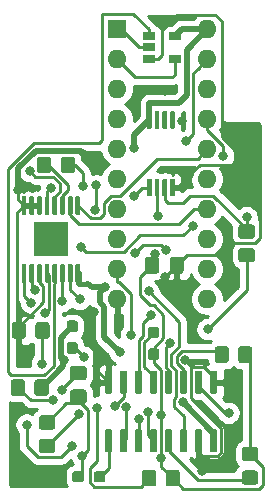
<source format=gbr>
G04 #@! TF.GenerationSoftware,KiCad,Pcbnew,5.1.5+dfsg1-2build2*
G04 #@! TF.CreationDate,2021-11-18T22:50:20-05:00*
G04 #@! TF.ProjectId,color_computer_dac,636f6c6f-725f-4636-9f6d-70757465725f,1.1.0*
G04 #@! TF.SameCoordinates,Original*
G04 #@! TF.FileFunction,Copper,L1,Top*
G04 #@! TF.FilePolarity,Positive*
%FSLAX46Y46*%
G04 Gerber Fmt 4.6, Leading zero omitted, Abs format (unit mm)*
G04 Created by KiCad (PCBNEW 5.1.5+dfsg1-2build2) date 2021-11-18 22:50:20*
%MOMM*%
%LPD*%
G04 APERTURE LIST*
%ADD10C,0.100000*%
%ADD11R,1.600000X1.600000*%
%ADD12O,1.600000X1.600000*%
%ADD13R,3.000000X3.000000*%
%ADD14R,1.060000X0.650000*%
%ADD15C,0.800000*%
%ADD16C,0.250000*%
%ADD17C,0.500000*%
%ADD18C,0.400600*%
%ADD19C,0.254000*%
G04 APERTURE END LIST*
G04 #@! TA.AperFunction,SMDPad,CuDef*
D10*
G36*
X127694504Y-113086204D02*
G01*
X127718773Y-113089804D01*
X127742571Y-113095765D01*
X127765671Y-113104030D01*
X127787849Y-113114520D01*
X127808893Y-113127133D01*
X127828598Y-113141747D01*
X127846777Y-113158223D01*
X127863253Y-113176402D01*
X127877867Y-113196107D01*
X127890480Y-113217151D01*
X127900970Y-113239329D01*
X127909235Y-113262429D01*
X127915196Y-113286227D01*
X127918796Y-113310496D01*
X127920000Y-113335000D01*
X127920000Y-114285000D01*
X127918796Y-114309504D01*
X127915196Y-114333773D01*
X127909235Y-114357571D01*
X127900970Y-114380671D01*
X127890480Y-114402849D01*
X127877867Y-114423893D01*
X127863253Y-114443598D01*
X127846777Y-114461777D01*
X127828598Y-114478253D01*
X127808893Y-114492867D01*
X127787849Y-114505480D01*
X127765671Y-114515970D01*
X127742571Y-114524235D01*
X127718773Y-114530196D01*
X127694504Y-114533796D01*
X127670000Y-114535000D01*
X126995000Y-114535000D01*
X126970496Y-114533796D01*
X126946227Y-114530196D01*
X126922429Y-114524235D01*
X126899329Y-114515970D01*
X126877151Y-114505480D01*
X126856107Y-114492867D01*
X126836402Y-114478253D01*
X126818223Y-114461777D01*
X126801747Y-114443598D01*
X126787133Y-114423893D01*
X126774520Y-114402849D01*
X126764030Y-114380671D01*
X126755765Y-114357571D01*
X126749804Y-114333773D01*
X126746204Y-114309504D01*
X126745000Y-114285000D01*
X126745000Y-113335000D01*
X126746204Y-113310496D01*
X126749804Y-113286227D01*
X126755765Y-113262429D01*
X126764030Y-113239329D01*
X126774520Y-113217151D01*
X126787133Y-113196107D01*
X126801747Y-113176402D01*
X126818223Y-113158223D01*
X126836402Y-113141747D01*
X126856107Y-113127133D01*
X126877151Y-113114520D01*
X126899329Y-113104030D01*
X126922429Y-113095765D01*
X126946227Y-113089804D01*
X126970496Y-113086204D01*
X126995000Y-113085000D01*
X127670000Y-113085000D01*
X127694504Y-113086204D01*
G37*
G04 #@! TD.AperFunction*
G04 #@! TA.AperFunction,SMDPad,CuDef*
G36*
X129769504Y-113086204D02*
G01*
X129793773Y-113089804D01*
X129817571Y-113095765D01*
X129840671Y-113104030D01*
X129862849Y-113114520D01*
X129883893Y-113127133D01*
X129903598Y-113141747D01*
X129921777Y-113158223D01*
X129938253Y-113176402D01*
X129952867Y-113196107D01*
X129965480Y-113217151D01*
X129975970Y-113239329D01*
X129984235Y-113262429D01*
X129990196Y-113286227D01*
X129993796Y-113310496D01*
X129995000Y-113335000D01*
X129995000Y-114285000D01*
X129993796Y-114309504D01*
X129990196Y-114333773D01*
X129984235Y-114357571D01*
X129975970Y-114380671D01*
X129965480Y-114402849D01*
X129952867Y-114423893D01*
X129938253Y-114443598D01*
X129921777Y-114461777D01*
X129903598Y-114478253D01*
X129883893Y-114492867D01*
X129862849Y-114505480D01*
X129840671Y-114515970D01*
X129817571Y-114524235D01*
X129793773Y-114530196D01*
X129769504Y-114533796D01*
X129745000Y-114535000D01*
X129070000Y-114535000D01*
X129045496Y-114533796D01*
X129021227Y-114530196D01*
X128997429Y-114524235D01*
X128974329Y-114515970D01*
X128952151Y-114505480D01*
X128931107Y-114492867D01*
X128911402Y-114478253D01*
X128893223Y-114461777D01*
X128876747Y-114443598D01*
X128862133Y-114423893D01*
X128849520Y-114402849D01*
X128839030Y-114380671D01*
X128830765Y-114357571D01*
X128824804Y-114333773D01*
X128821204Y-114309504D01*
X128820000Y-114285000D01*
X128820000Y-113335000D01*
X128821204Y-113310496D01*
X128824804Y-113286227D01*
X128830765Y-113262429D01*
X128839030Y-113239329D01*
X128849520Y-113217151D01*
X128862133Y-113196107D01*
X128876747Y-113176402D01*
X128893223Y-113158223D01*
X128911402Y-113141747D01*
X128931107Y-113127133D01*
X128952151Y-113114520D01*
X128974329Y-113104030D01*
X128997429Y-113095765D01*
X129021227Y-113089804D01*
X129045496Y-113086204D01*
X129070000Y-113085000D01*
X129745000Y-113085000D01*
X129769504Y-113086204D01*
G37*
G04 #@! TD.AperFunction*
D11*
X124375000Y-93825000D03*
D12*
X131995000Y-116685000D03*
X124375000Y-96365000D03*
X131995000Y-114145000D03*
X124375000Y-98905000D03*
X131995000Y-111605000D03*
X124375000Y-101445000D03*
X131995000Y-109065000D03*
X124375000Y-103985000D03*
X131995000Y-106525000D03*
X124375000Y-106525000D03*
X131995000Y-103985000D03*
X124375000Y-109065000D03*
X131995000Y-101445000D03*
X124375000Y-111605000D03*
X131995000Y-98905000D03*
X124375000Y-114145000D03*
X131995000Y-96365000D03*
X124375000Y-116685000D03*
X131995000Y-93825000D03*
G04 #@! TA.AperFunction,SMDPad,CuDef*
D10*
G36*
X120820779Y-120326144D02*
G01*
X120843834Y-120329563D01*
X120866443Y-120335227D01*
X120888387Y-120343079D01*
X120909457Y-120353044D01*
X120929448Y-120365026D01*
X120948168Y-120378910D01*
X120965438Y-120394562D01*
X120981090Y-120411832D01*
X120994974Y-120430552D01*
X121006956Y-120450543D01*
X121016921Y-120471613D01*
X121024773Y-120493557D01*
X121030437Y-120516166D01*
X121033856Y-120539221D01*
X121035000Y-120562500D01*
X121035000Y-121062500D01*
X121033856Y-121085779D01*
X121030437Y-121108834D01*
X121024773Y-121131443D01*
X121016921Y-121153387D01*
X121006956Y-121174457D01*
X120994974Y-121194448D01*
X120981090Y-121213168D01*
X120965438Y-121230438D01*
X120948168Y-121246090D01*
X120929448Y-121259974D01*
X120909457Y-121271956D01*
X120888387Y-121281921D01*
X120866443Y-121289773D01*
X120843834Y-121295437D01*
X120820779Y-121298856D01*
X120797500Y-121300000D01*
X120322500Y-121300000D01*
X120299221Y-121298856D01*
X120276166Y-121295437D01*
X120253557Y-121289773D01*
X120231613Y-121281921D01*
X120210543Y-121271956D01*
X120190552Y-121259974D01*
X120171832Y-121246090D01*
X120154562Y-121230438D01*
X120138910Y-121213168D01*
X120125026Y-121194448D01*
X120113044Y-121174457D01*
X120103079Y-121153387D01*
X120095227Y-121131443D01*
X120089563Y-121108834D01*
X120086144Y-121085779D01*
X120085000Y-121062500D01*
X120085000Y-120562500D01*
X120086144Y-120539221D01*
X120089563Y-120516166D01*
X120095227Y-120493557D01*
X120103079Y-120471613D01*
X120113044Y-120450543D01*
X120125026Y-120430552D01*
X120138910Y-120411832D01*
X120154562Y-120394562D01*
X120171832Y-120378910D01*
X120190552Y-120365026D01*
X120210543Y-120353044D01*
X120231613Y-120343079D01*
X120253557Y-120335227D01*
X120276166Y-120329563D01*
X120299221Y-120326144D01*
X120322500Y-120325000D01*
X120797500Y-120325000D01*
X120820779Y-120326144D01*
G37*
G04 #@! TD.AperFunction*
G04 #@! TA.AperFunction,SMDPad,CuDef*
G36*
X120820779Y-118501144D02*
G01*
X120843834Y-118504563D01*
X120866443Y-118510227D01*
X120888387Y-118518079D01*
X120909457Y-118528044D01*
X120929448Y-118540026D01*
X120948168Y-118553910D01*
X120965438Y-118569562D01*
X120981090Y-118586832D01*
X120994974Y-118605552D01*
X121006956Y-118625543D01*
X121016921Y-118646613D01*
X121024773Y-118668557D01*
X121030437Y-118691166D01*
X121033856Y-118714221D01*
X121035000Y-118737500D01*
X121035000Y-119237500D01*
X121033856Y-119260779D01*
X121030437Y-119283834D01*
X121024773Y-119306443D01*
X121016921Y-119328387D01*
X121006956Y-119349457D01*
X120994974Y-119369448D01*
X120981090Y-119388168D01*
X120965438Y-119405438D01*
X120948168Y-119421090D01*
X120929448Y-119434974D01*
X120909457Y-119446956D01*
X120888387Y-119456921D01*
X120866443Y-119464773D01*
X120843834Y-119470437D01*
X120820779Y-119473856D01*
X120797500Y-119475000D01*
X120322500Y-119475000D01*
X120299221Y-119473856D01*
X120276166Y-119470437D01*
X120253557Y-119464773D01*
X120231613Y-119456921D01*
X120210543Y-119446956D01*
X120190552Y-119434974D01*
X120171832Y-119421090D01*
X120154562Y-119405438D01*
X120138910Y-119388168D01*
X120125026Y-119369448D01*
X120113044Y-119349457D01*
X120103079Y-119328387D01*
X120095227Y-119306443D01*
X120089563Y-119283834D01*
X120086144Y-119260779D01*
X120085000Y-119237500D01*
X120085000Y-118737500D01*
X120086144Y-118714221D01*
X120089563Y-118691166D01*
X120095227Y-118668557D01*
X120103079Y-118646613D01*
X120113044Y-118625543D01*
X120125026Y-118605552D01*
X120138910Y-118586832D01*
X120154562Y-118569562D01*
X120171832Y-118553910D01*
X120190552Y-118540026D01*
X120210543Y-118528044D01*
X120231613Y-118518079D01*
X120253557Y-118510227D01*
X120276166Y-118504563D01*
X120299221Y-118501144D01*
X120322500Y-118500000D01*
X120797500Y-118500000D01*
X120820779Y-118501144D01*
G37*
G04 #@! TD.AperFunction*
G04 #@! TA.AperFunction,SMDPad,CuDef*
G36*
X133594505Y-120691204D02*
G01*
X133618773Y-120694804D01*
X133642572Y-120700765D01*
X133665671Y-120709030D01*
X133687850Y-120719520D01*
X133708893Y-120732132D01*
X133728599Y-120746747D01*
X133746777Y-120763223D01*
X133763253Y-120781401D01*
X133777868Y-120801107D01*
X133790480Y-120822150D01*
X133800970Y-120844329D01*
X133809235Y-120867428D01*
X133815196Y-120891227D01*
X133818796Y-120915495D01*
X133820000Y-120939999D01*
X133820000Y-121840001D01*
X133818796Y-121864505D01*
X133815196Y-121888773D01*
X133809235Y-121912572D01*
X133800970Y-121935671D01*
X133790480Y-121957850D01*
X133777868Y-121978893D01*
X133763253Y-121998599D01*
X133746777Y-122016777D01*
X133728599Y-122033253D01*
X133708893Y-122047868D01*
X133687850Y-122060480D01*
X133665671Y-122070970D01*
X133642572Y-122079235D01*
X133618773Y-122085196D01*
X133594505Y-122088796D01*
X133570001Y-122090000D01*
X132869999Y-122090000D01*
X132845495Y-122088796D01*
X132821227Y-122085196D01*
X132797428Y-122079235D01*
X132774329Y-122070970D01*
X132752150Y-122060480D01*
X132731107Y-122047868D01*
X132711401Y-122033253D01*
X132693223Y-122016777D01*
X132676747Y-121998599D01*
X132662132Y-121978893D01*
X132649520Y-121957850D01*
X132639030Y-121935671D01*
X132630765Y-121912572D01*
X132624804Y-121888773D01*
X132621204Y-121864505D01*
X132620000Y-121840001D01*
X132620000Y-120939999D01*
X132621204Y-120915495D01*
X132624804Y-120891227D01*
X132630765Y-120867428D01*
X132639030Y-120844329D01*
X132649520Y-120822150D01*
X132662132Y-120801107D01*
X132676747Y-120781401D01*
X132693223Y-120763223D01*
X132711401Y-120746747D01*
X132731107Y-120732132D01*
X132752150Y-120719520D01*
X132774329Y-120709030D01*
X132797428Y-120700765D01*
X132821227Y-120694804D01*
X132845495Y-120691204D01*
X132869999Y-120690000D01*
X133570001Y-120690000D01*
X133594505Y-120691204D01*
G37*
G04 #@! TD.AperFunction*
G04 #@! TA.AperFunction,SMDPad,CuDef*
G36*
X135594505Y-120691204D02*
G01*
X135618773Y-120694804D01*
X135642572Y-120700765D01*
X135665671Y-120709030D01*
X135687850Y-120719520D01*
X135708893Y-120732132D01*
X135728599Y-120746747D01*
X135746777Y-120763223D01*
X135763253Y-120781401D01*
X135777868Y-120801107D01*
X135790480Y-120822150D01*
X135800970Y-120844329D01*
X135809235Y-120867428D01*
X135815196Y-120891227D01*
X135818796Y-120915495D01*
X135820000Y-120939999D01*
X135820000Y-121840001D01*
X135818796Y-121864505D01*
X135815196Y-121888773D01*
X135809235Y-121912572D01*
X135800970Y-121935671D01*
X135790480Y-121957850D01*
X135777868Y-121978893D01*
X135763253Y-121998599D01*
X135746777Y-122016777D01*
X135728599Y-122033253D01*
X135708893Y-122047868D01*
X135687850Y-122060480D01*
X135665671Y-122070970D01*
X135642572Y-122079235D01*
X135618773Y-122085196D01*
X135594505Y-122088796D01*
X135570001Y-122090000D01*
X134869999Y-122090000D01*
X134845495Y-122088796D01*
X134821227Y-122085196D01*
X134797428Y-122079235D01*
X134774329Y-122070970D01*
X134752150Y-122060480D01*
X134731107Y-122047868D01*
X134711401Y-122033253D01*
X134693223Y-122016777D01*
X134676747Y-121998599D01*
X134662132Y-121978893D01*
X134649520Y-121957850D01*
X134639030Y-121935671D01*
X134630765Y-121912572D01*
X134624804Y-121888773D01*
X134621204Y-121864505D01*
X134620000Y-121840001D01*
X134620000Y-120939999D01*
X134621204Y-120915495D01*
X134624804Y-120891227D01*
X134630765Y-120867428D01*
X134639030Y-120844329D01*
X134649520Y-120822150D01*
X134662132Y-120801107D01*
X134676747Y-120781401D01*
X134693223Y-120763223D01*
X134711401Y-120746747D01*
X134731107Y-120732132D01*
X134752150Y-120719520D01*
X134774329Y-120709030D01*
X134797428Y-120700765D01*
X134821227Y-120694804D01*
X134845495Y-120691204D01*
X134869999Y-120690000D01*
X135570001Y-120690000D01*
X135594505Y-120691204D01*
G37*
G04 #@! TD.AperFunction*
G04 #@! TA.AperFunction,SMDPad,CuDef*
G36*
X127720779Y-119031144D02*
G01*
X127743834Y-119034563D01*
X127766443Y-119040227D01*
X127788387Y-119048079D01*
X127809457Y-119058044D01*
X127829448Y-119070026D01*
X127848168Y-119083910D01*
X127865438Y-119099562D01*
X127881090Y-119116832D01*
X127894974Y-119135552D01*
X127906956Y-119155543D01*
X127916921Y-119176613D01*
X127924773Y-119198557D01*
X127930437Y-119221166D01*
X127933856Y-119244221D01*
X127935000Y-119267500D01*
X127935000Y-119767500D01*
X127933856Y-119790779D01*
X127930437Y-119813834D01*
X127924773Y-119836443D01*
X127916921Y-119858387D01*
X127906956Y-119879457D01*
X127894974Y-119899448D01*
X127881090Y-119918168D01*
X127865438Y-119935438D01*
X127848168Y-119951090D01*
X127829448Y-119964974D01*
X127809457Y-119976956D01*
X127788387Y-119986921D01*
X127766443Y-119994773D01*
X127743834Y-120000437D01*
X127720779Y-120003856D01*
X127697500Y-120005000D01*
X127222500Y-120005000D01*
X127199221Y-120003856D01*
X127176166Y-120000437D01*
X127153557Y-119994773D01*
X127131613Y-119986921D01*
X127110543Y-119976956D01*
X127090552Y-119964974D01*
X127071832Y-119951090D01*
X127054562Y-119935438D01*
X127038910Y-119918168D01*
X127025026Y-119899448D01*
X127013044Y-119879457D01*
X127003079Y-119858387D01*
X126995227Y-119836443D01*
X126989563Y-119813834D01*
X126986144Y-119790779D01*
X126985000Y-119767500D01*
X126985000Y-119267500D01*
X126986144Y-119244221D01*
X126989563Y-119221166D01*
X126995227Y-119198557D01*
X127003079Y-119176613D01*
X127013044Y-119155543D01*
X127025026Y-119135552D01*
X127038910Y-119116832D01*
X127054562Y-119099562D01*
X127071832Y-119083910D01*
X127090552Y-119070026D01*
X127110543Y-119058044D01*
X127131613Y-119048079D01*
X127153557Y-119040227D01*
X127176166Y-119034563D01*
X127199221Y-119031144D01*
X127222500Y-119030000D01*
X127697500Y-119030000D01*
X127720779Y-119031144D01*
G37*
G04 #@! TD.AperFunction*
G04 #@! TA.AperFunction,SMDPad,CuDef*
G36*
X127720779Y-120856144D02*
G01*
X127743834Y-120859563D01*
X127766443Y-120865227D01*
X127788387Y-120873079D01*
X127809457Y-120883044D01*
X127829448Y-120895026D01*
X127848168Y-120908910D01*
X127865438Y-120924562D01*
X127881090Y-120941832D01*
X127894974Y-120960552D01*
X127906956Y-120980543D01*
X127916921Y-121001613D01*
X127924773Y-121023557D01*
X127930437Y-121046166D01*
X127933856Y-121069221D01*
X127935000Y-121092500D01*
X127935000Y-121592500D01*
X127933856Y-121615779D01*
X127930437Y-121638834D01*
X127924773Y-121661443D01*
X127916921Y-121683387D01*
X127906956Y-121704457D01*
X127894974Y-121724448D01*
X127881090Y-121743168D01*
X127865438Y-121760438D01*
X127848168Y-121776090D01*
X127829448Y-121789974D01*
X127809457Y-121801956D01*
X127788387Y-121811921D01*
X127766443Y-121819773D01*
X127743834Y-121825437D01*
X127720779Y-121828856D01*
X127697500Y-121830000D01*
X127222500Y-121830000D01*
X127199221Y-121828856D01*
X127176166Y-121825437D01*
X127153557Y-121819773D01*
X127131613Y-121811921D01*
X127110543Y-121801956D01*
X127090552Y-121789974D01*
X127071832Y-121776090D01*
X127054562Y-121760438D01*
X127038910Y-121743168D01*
X127025026Y-121724448D01*
X127013044Y-121704457D01*
X127003079Y-121683387D01*
X126995227Y-121661443D01*
X126989563Y-121638834D01*
X126986144Y-121615779D01*
X126985000Y-121592500D01*
X126985000Y-121092500D01*
X126986144Y-121069221D01*
X126989563Y-121046166D01*
X126995227Y-121023557D01*
X127003079Y-121001613D01*
X127013044Y-120980543D01*
X127025026Y-120960552D01*
X127038910Y-120941832D01*
X127054562Y-120924562D01*
X127071832Y-120908910D01*
X127090552Y-120895026D01*
X127110543Y-120883044D01*
X127131613Y-120873079D01*
X127153557Y-120865227D01*
X127176166Y-120859563D01*
X127199221Y-120856144D01*
X127222500Y-120855000D01*
X127697500Y-120855000D01*
X127720779Y-120856144D01*
G37*
G04 #@! TD.AperFunction*
G04 #@! TA.AperFunction,SMDPad,CuDef*
G36*
X121564505Y-122341204D02*
G01*
X121588773Y-122344804D01*
X121612572Y-122350765D01*
X121635671Y-122359030D01*
X121657850Y-122369520D01*
X121678893Y-122382132D01*
X121698599Y-122396747D01*
X121716777Y-122413223D01*
X121733253Y-122431401D01*
X121747868Y-122451107D01*
X121760480Y-122472150D01*
X121770970Y-122494329D01*
X121779235Y-122517428D01*
X121785196Y-122541227D01*
X121788796Y-122565495D01*
X121790000Y-122589999D01*
X121790000Y-123290001D01*
X121788796Y-123314505D01*
X121785196Y-123338773D01*
X121779235Y-123362572D01*
X121770970Y-123385671D01*
X121760480Y-123407850D01*
X121747868Y-123428893D01*
X121733253Y-123448599D01*
X121716777Y-123466777D01*
X121698599Y-123483253D01*
X121678893Y-123497868D01*
X121657850Y-123510480D01*
X121635671Y-123520970D01*
X121612572Y-123529235D01*
X121588773Y-123535196D01*
X121564505Y-123538796D01*
X121540001Y-123540000D01*
X120639999Y-123540000D01*
X120615495Y-123538796D01*
X120591227Y-123535196D01*
X120567428Y-123529235D01*
X120544329Y-123520970D01*
X120522150Y-123510480D01*
X120501107Y-123497868D01*
X120481401Y-123483253D01*
X120463223Y-123466777D01*
X120446747Y-123448599D01*
X120432132Y-123428893D01*
X120419520Y-123407850D01*
X120409030Y-123385671D01*
X120400765Y-123362572D01*
X120394804Y-123338773D01*
X120391204Y-123314505D01*
X120390000Y-123290001D01*
X120390000Y-122589999D01*
X120391204Y-122565495D01*
X120394804Y-122541227D01*
X120400765Y-122517428D01*
X120409030Y-122494329D01*
X120419520Y-122472150D01*
X120432132Y-122451107D01*
X120446747Y-122431401D01*
X120463223Y-122413223D01*
X120481401Y-122396747D01*
X120501107Y-122382132D01*
X120522150Y-122369520D01*
X120544329Y-122359030D01*
X120567428Y-122350765D01*
X120591227Y-122344804D01*
X120615495Y-122341204D01*
X120639999Y-122340000D01*
X121540001Y-122340000D01*
X121564505Y-122341204D01*
G37*
G04 #@! TD.AperFunction*
G04 #@! TA.AperFunction,SMDPad,CuDef*
G36*
X121564505Y-124341204D02*
G01*
X121588773Y-124344804D01*
X121612572Y-124350765D01*
X121635671Y-124359030D01*
X121657850Y-124369520D01*
X121678893Y-124382132D01*
X121698599Y-124396747D01*
X121716777Y-124413223D01*
X121733253Y-124431401D01*
X121747868Y-124451107D01*
X121760480Y-124472150D01*
X121770970Y-124494329D01*
X121779235Y-124517428D01*
X121785196Y-124541227D01*
X121788796Y-124565495D01*
X121790000Y-124589999D01*
X121790000Y-125290001D01*
X121788796Y-125314505D01*
X121785196Y-125338773D01*
X121779235Y-125362572D01*
X121770970Y-125385671D01*
X121760480Y-125407850D01*
X121747868Y-125428893D01*
X121733253Y-125448599D01*
X121716777Y-125466777D01*
X121698599Y-125483253D01*
X121678893Y-125497868D01*
X121657850Y-125510480D01*
X121635671Y-125520970D01*
X121612572Y-125529235D01*
X121588773Y-125535196D01*
X121564505Y-125538796D01*
X121540001Y-125540000D01*
X120639999Y-125540000D01*
X120615495Y-125538796D01*
X120591227Y-125535196D01*
X120567428Y-125529235D01*
X120544329Y-125520970D01*
X120522150Y-125510480D01*
X120501107Y-125497868D01*
X120481401Y-125483253D01*
X120463223Y-125466777D01*
X120446747Y-125448599D01*
X120432132Y-125428893D01*
X120419520Y-125407850D01*
X120409030Y-125385671D01*
X120400765Y-125362572D01*
X120394804Y-125338773D01*
X120391204Y-125314505D01*
X120390000Y-125290001D01*
X120390000Y-124589999D01*
X120391204Y-124565495D01*
X120394804Y-124541227D01*
X120400765Y-124517428D01*
X120409030Y-124494329D01*
X120419520Y-124472150D01*
X120432132Y-124451107D01*
X120446747Y-124431401D01*
X120463223Y-124413223D01*
X120481401Y-124396747D01*
X120501107Y-124382132D01*
X120522150Y-124369520D01*
X120544329Y-124359030D01*
X120567428Y-124350765D01*
X120591227Y-124344804D01*
X120615495Y-124341204D01*
X120639999Y-124340000D01*
X121540001Y-124340000D01*
X121564505Y-124341204D01*
G37*
G04 #@! TD.AperFunction*
G04 #@! TA.AperFunction,SMDPad,CuDef*
G36*
X127454505Y-131151204D02*
G01*
X127478773Y-131154804D01*
X127502572Y-131160765D01*
X127525671Y-131169030D01*
X127547850Y-131179520D01*
X127568893Y-131192132D01*
X127588599Y-131206747D01*
X127606777Y-131223223D01*
X127623253Y-131241401D01*
X127637868Y-131261107D01*
X127650480Y-131282150D01*
X127660970Y-131304329D01*
X127669235Y-131327428D01*
X127675196Y-131351227D01*
X127678796Y-131375495D01*
X127680000Y-131399999D01*
X127680000Y-132300001D01*
X127678796Y-132324505D01*
X127675196Y-132348773D01*
X127669235Y-132372572D01*
X127660970Y-132395671D01*
X127650480Y-132417850D01*
X127637868Y-132438893D01*
X127623253Y-132458599D01*
X127606777Y-132476777D01*
X127588599Y-132493253D01*
X127568893Y-132507868D01*
X127547850Y-132520480D01*
X127525671Y-132530970D01*
X127502572Y-132539235D01*
X127478773Y-132545196D01*
X127454505Y-132548796D01*
X127430001Y-132550000D01*
X126729999Y-132550000D01*
X126705495Y-132548796D01*
X126681227Y-132545196D01*
X126657428Y-132539235D01*
X126634329Y-132530970D01*
X126612150Y-132520480D01*
X126591107Y-132507868D01*
X126571401Y-132493253D01*
X126553223Y-132476777D01*
X126536747Y-132458599D01*
X126522132Y-132438893D01*
X126509520Y-132417850D01*
X126499030Y-132395671D01*
X126490765Y-132372572D01*
X126484804Y-132348773D01*
X126481204Y-132324505D01*
X126480000Y-132300001D01*
X126480000Y-131399999D01*
X126481204Y-131375495D01*
X126484804Y-131351227D01*
X126490765Y-131327428D01*
X126499030Y-131304329D01*
X126509520Y-131282150D01*
X126522132Y-131261107D01*
X126536747Y-131241401D01*
X126553223Y-131223223D01*
X126571401Y-131206747D01*
X126591107Y-131192132D01*
X126612150Y-131179520D01*
X126634329Y-131169030D01*
X126657428Y-131160765D01*
X126681227Y-131154804D01*
X126705495Y-131151204D01*
X126729999Y-131150000D01*
X127430001Y-131150000D01*
X127454505Y-131151204D01*
G37*
G04 #@! TD.AperFunction*
G04 #@! TA.AperFunction,SMDPad,CuDef*
G36*
X129454505Y-131151204D02*
G01*
X129478773Y-131154804D01*
X129502572Y-131160765D01*
X129525671Y-131169030D01*
X129547850Y-131179520D01*
X129568893Y-131192132D01*
X129588599Y-131206747D01*
X129606777Y-131223223D01*
X129623253Y-131241401D01*
X129637868Y-131261107D01*
X129650480Y-131282150D01*
X129660970Y-131304329D01*
X129669235Y-131327428D01*
X129675196Y-131351227D01*
X129678796Y-131375495D01*
X129680000Y-131399999D01*
X129680000Y-132300001D01*
X129678796Y-132324505D01*
X129675196Y-132348773D01*
X129669235Y-132372572D01*
X129660970Y-132395671D01*
X129650480Y-132417850D01*
X129637868Y-132438893D01*
X129623253Y-132458599D01*
X129606777Y-132476777D01*
X129588599Y-132493253D01*
X129568893Y-132507868D01*
X129547850Y-132520480D01*
X129525671Y-132530970D01*
X129502572Y-132539235D01*
X129478773Y-132545196D01*
X129454505Y-132548796D01*
X129430001Y-132550000D01*
X128729999Y-132550000D01*
X128705495Y-132548796D01*
X128681227Y-132545196D01*
X128657428Y-132539235D01*
X128634329Y-132530970D01*
X128612150Y-132520480D01*
X128591107Y-132507868D01*
X128571401Y-132493253D01*
X128553223Y-132476777D01*
X128536747Y-132458599D01*
X128522132Y-132438893D01*
X128509520Y-132417850D01*
X128499030Y-132395671D01*
X128490765Y-132372572D01*
X128484804Y-132348773D01*
X128481204Y-132324505D01*
X128480000Y-132300001D01*
X128480000Y-131399999D01*
X128481204Y-131375495D01*
X128484804Y-131351227D01*
X128490765Y-131327428D01*
X128499030Y-131304329D01*
X128509520Y-131282150D01*
X128522132Y-131261107D01*
X128536747Y-131241401D01*
X128553223Y-131223223D01*
X128571401Y-131206747D01*
X128591107Y-131192132D01*
X128612150Y-131179520D01*
X128634329Y-131169030D01*
X128657428Y-131160765D01*
X128681227Y-131154804D01*
X128705495Y-131151204D01*
X128729999Y-131150000D01*
X129430001Y-131150000D01*
X129454505Y-131151204D01*
G37*
G04 #@! TD.AperFunction*
G04 #@! TA.AperFunction,SMDPad,CuDef*
G36*
X121330779Y-131266144D02*
G01*
X121353834Y-131269563D01*
X121376443Y-131275227D01*
X121398387Y-131283079D01*
X121419457Y-131293044D01*
X121439448Y-131305026D01*
X121458168Y-131318910D01*
X121475438Y-131334562D01*
X121491090Y-131351832D01*
X121504974Y-131370552D01*
X121516956Y-131390543D01*
X121526921Y-131411613D01*
X121534773Y-131433557D01*
X121540437Y-131456166D01*
X121543856Y-131479221D01*
X121545000Y-131502500D01*
X121545000Y-131977500D01*
X121543856Y-132000779D01*
X121540437Y-132023834D01*
X121534773Y-132046443D01*
X121526921Y-132068387D01*
X121516956Y-132089457D01*
X121504974Y-132109448D01*
X121491090Y-132128168D01*
X121475438Y-132145438D01*
X121458168Y-132161090D01*
X121439448Y-132174974D01*
X121419457Y-132186956D01*
X121398387Y-132196921D01*
X121376443Y-132204773D01*
X121353834Y-132210437D01*
X121330779Y-132213856D01*
X121307500Y-132215000D01*
X120807500Y-132215000D01*
X120784221Y-132213856D01*
X120761166Y-132210437D01*
X120738557Y-132204773D01*
X120716613Y-132196921D01*
X120695543Y-132186956D01*
X120675552Y-132174974D01*
X120656832Y-132161090D01*
X120639562Y-132145438D01*
X120623910Y-132128168D01*
X120610026Y-132109448D01*
X120598044Y-132089457D01*
X120588079Y-132068387D01*
X120580227Y-132046443D01*
X120574563Y-132023834D01*
X120571144Y-132000779D01*
X120570000Y-131977500D01*
X120570000Y-131502500D01*
X120571144Y-131479221D01*
X120574563Y-131456166D01*
X120580227Y-131433557D01*
X120588079Y-131411613D01*
X120598044Y-131390543D01*
X120610026Y-131370552D01*
X120623910Y-131351832D01*
X120639562Y-131334562D01*
X120656832Y-131318910D01*
X120675552Y-131305026D01*
X120695543Y-131293044D01*
X120716613Y-131283079D01*
X120738557Y-131275227D01*
X120761166Y-131269563D01*
X120784221Y-131266144D01*
X120807500Y-131265000D01*
X121307500Y-131265000D01*
X121330779Y-131266144D01*
G37*
G04 #@! TD.AperFunction*
G04 #@! TA.AperFunction,SMDPad,CuDef*
G36*
X123155779Y-131266144D02*
G01*
X123178834Y-131269563D01*
X123201443Y-131275227D01*
X123223387Y-131283079D01*
X123244457Y-131293044D01*
X123264448Y-131305026D01*
X123283168Y-131318910D01*
X123300438Y-131334562D01*
X123316090Y-131351832D01*
X123329974Y-131370552D01*
X123341956Y-131390543D01*
X123351921Y-131411613D01*
X123359773Y-131433557D01*
X123365437Y-131456166D01*
X123368856Y-131479221D01*
X123370000Y-131502500D01*
X123370000Y-131977500D01*
X123368856Y-132000779D01*
X123365437Y-132023834D01*
X123359773Y-132046443D01*
X123351921Y-132068387D01*
X123341956Y-132089457D01*
X123329974Y-132109448D01*
X123316090Y-132128168D01*
X123300438Y-132145438D01*
X123283168Y-132161090D01*
X123264448Y-132174974D01*
X123244457Y-132186956D01*
X123223387Y-132196921D01*
X123201443Y-132204773D01*
X123178834Y-132210437D01*
X123155779Y-132213856D01*
X123132500Y-132215000D01*
X122632500Y-132215000D01*
X122609221Y-132213856D01*
X122586166Y-132210437D01*
X122563557Y-132204773D01*
X122541613Y-132196921D01*
X122520543Y-132186956D01*
X122500552Y-132174974D01*
X122481832Y-132161090D01*
X122464562Y-132145438D01*
X122448910Y-132128168D01*
X122435026Y-132109448D01*
X122423044Y-132089457D01*
X122413079Y-132068387D01*
X122405227Y-132046443D01*
X122399563Y-132023834D01*
X122396144Y-132000779D01*
X122395000Y-131977500D01*
X122395000Y-131502500D01*
X122396144Y-131479221D01*
X122399563Y-131456166D01*
X122405227Y-131433557D01*
X122413079Y-131411613D01*
X122423044Y-131390543D01*
X122435026Y-131370552D01*
X122448910Y-131351832D01*
X122464562Y-131334562D01*
X122481832Y-131318910D01*
X122500552Y-131305026D01*
X122520543Y-131293044D01*
X122541613Y-131283079D01*
X122563557Y-131275227D01*
X122586166Y-131269563D01*
X122609221Y-131266144D01*
X122632500Y-131265000D01*
X123132500Y-131265000D01*
X123155779Y-131266144D01*
G37*
G04 #@! TD.AperFunction*
G04 #@! TA.AperFunction,SMDPad,CuDef*
G36*
X118424505Y-118641204D02*
G01*
X118448773Y-118644804D01*
X118472572Y-118650765D01*
X118495671Y-118659030D01*
X118517850Y-118669520D01*
X118538893Y-118682132D01*
X118558599Y-118696747D01*
X118576777Y-118713223D01*
X118593253Y-118731401D01*
X118607868Y-118751107D01*
X118620480Y-118772150D01*
X118630970Y-118794329D01*
X118639235Y-118817428D01*
X118645196Y-118841227D01*
X118648796Y-118865495D01*
X118650000Y-118889999D01*
X118650000Y-119790001D01*
X118648796Y-119814505D01*
X118645196Y-119838773D01*
X118639235Y-119862572D01*
X118630970Y-119885671D01*
X118620480Y-119907850D01*
X118607868Y-119928893D01*
X118593253Y-119948599D01*
X118576777Y-119966777D01*
X118558599Y-119983253D01*
X118538893Y-119997868D01*
X118517850Y-120010480D01*
X118495671Y-120020970D01*
X118472572Y-120029235D01*
X118448773Y-120035196D01*
X118424505Y-120038796D01*
X118400001Y-120040000D01*
X117699999Y-120040000D01*
X117675495Y-120038796D01*
X117651227Y-120035196D01*
X117627428Y-120029235D01*
X117604329Y-120020970D01*
X117582150Y-120010480D01*
X117561107Y-119997868D01*
X117541401Y-119983253D01*
X117523223Y-119966777D01*
X117506747Y-119948599D01*
X117492132Y-119928893D01*
X117479520Y-119907850D01*
X117469030Y-119885671D01*
X117460765Y-119862572D01*
X117454804Y-119838773D01*
X117451204Y-119814505D01*
X117450000Y-119790001D01*
X117450000Y-118889999D01*
X117451204Y-118865495D01*
X117454804Y-118841227D01*
X117460765Y-118817428D01*
X117469030Y-118794329D01*
X117479520Y-118772150D01*
X117492132Y-118751107D01*
X117506747Y-118731401D01*
X117523223Y-118713223D01*
X117541401Y-118696747D01*
X117561107Y-118682132D01*
X117582150Y-118669520D01*
X117604329Y-118659030D01*
X117627428Y-118650765D01*
X117651227Y-118644804D01*
X117675495Y-118641204D01*
X117699999Y-118640000D01*
X118400001Y-118640000D01*
X118424505Y-118641204D01*
G37*
G04 #@! TD.AperFunction*
G04 #@! TA.AperFunction,SMDPad,CuDef*
G36*
X116424505Y-118641204D02*
G01*
X116448773Y-118644804D01*
X116472572Y-118650765D01*
X116495671Y-118659030D01*
X116517850Y-118669520D01*
X116538893Y-118682132D01*
X116558599Y-118696747D01*
X116576777Y-118713223D01*
X116593253Y-118731401D01*
X116607868Y-118751107D01*
X116620480Y-118772150D01*
X116630970Y-118794329D01*
X116639235Y-118817428D01*
X116645196Y-118841227D01*
X116648796Y-118865495D01*
X116650000Y-118889999D01*
X116650000Y-119790001D01*
X116648796Y-119814505D01*
X116645196Y-119838773D01*
X116639235Y-119862572D01*
X116630970Y-119885671D01*
X116620480Y-119907850D01*
X116607868Y-119928893D01*
X116593253Y-119948599D01*
X116576777Y-119966777D01*
X116558599Y-119983253D01*
X116538893Y-119997868D01*
X116517850Y-120010480D01*
X116495671Y-120020970D01*
X116472572Y-120029235D01*
X116448773Y-120035196D01*
X116424505Y-120038796D01*
X116400001Y-120040000D01*
X115699999Y-120040000D01*
X115675495Y-120038796D01*
X115651227Y-120035196D01*
X115627428Y-120029235D01*
X115604329Y-120020970D01*
X115582150Y-120010480D01*
X115561107Y-119997868D01*
X115541401Y-119983253D01*
X115523223Y-119966777D01*
X115506747Y-119948599D01*
X115492132Y-119928893D01*
X115479520Y-119907850D01*
X115469030Y-119885671D01*
X115460765Y-119862572D01*
X115454804Y-119838773D01*
X115451204Y-119814505D01*
X115450000Y-119790001D01*
X115450000Y-118889999D01*
X115451204Y-118865495D01*
X115454804Y-118841227D01*
X115460765Y-118817428D01*
X115469030Y-118794329D01*
X115479520Y-118772150D01*
X115492132Y-118751107D01*
X115506747Y-118731401D01*
X115523223Y-118713223D01*
X115541401Y-118696747D01*
X115561107Y-118682132D01*
X115582150Y-118669520D01*
X115604329Y-118659030D01*
X115627428Y-118650765D01*
X115651227Y-118644804D01*
X115675495Y-118641204D01*
X115699999Y-118640000D01*
X116400001Y-118640000D01*
X116424505Y-118641204D01*
G37*
G04 #@! TD.AperFunction*
G04 #@! TA.AperFunction,SMDPad,CuDef*
G36*
X118904505Y-128541204D02*
G01*
X118928773Y-128544804D01*
X118952572Y-128550765D01*
X118975671Y-128559030D01*
X118997850Y-128569520D01*
X119018893Y-128582132D01*
X119038599Y-128596747D01*
X119056777Y-128613223D01*
X119073253Y-128631401D01*
X119087868Y-128651107D01*
X119100480Y-128672150D01*
X119110970Y-128694329D01*
X119119235Y-128717428D01*
X119125196Y-128741227D01*
X119128796Y-128765495D01*
X119130000Y-128789999D01*
X119130000Y-129490001D01*
X119128796Y-129514505D01*
X119125196Y-129538773D01*
X119119235Y-129562572D01*
X119110970Y-129585671D01*
X119100480Y-129607850D01*
X119087868Y-129628893D01*
X119073253Y-129648599D01*
X119056777Y-129666777D01*
X119038599Y-129683253D01*
X119018893Y-129697868D01*
X118997850Y-129710480D01*
X118975671Y-129720970D01*
X118952572Y-129729235D01*
X118928773Y-129735196D01*
X118904505Y-129738796D01*
X118880001Y-129740000D01*
X117979999Y-129740000D01*
X117955495Y-129738796D01*
X117931227Y-129735196D01*
X117907428Y-129729235D01*
X117884329Y-129720970D01*
X117862150Y-129710480D01*
X117841107Y-129697868D01*
X117821401Y-129683253D01*
X117803223Y-129666777D01*
X117786747Y-129648599D01*
X117772132Y-129628893D01*
X117759520Y-129607850D01*
X117749030Y-129585671D01*
X117740765Y-129562572D01*
X117734804Y-129538773D01*
X117731204Y-129514505D01*
X117730000Y-129490001D01*
X117730000Y-128789999D01*
X117731204Y-128765495D01*
X117734804Y-128741227D01*
X117740765Y-128717428D01*
X117749030Y-128694329D01*
X117759520Y-128672150D01*
X117772132Y-128651107D01*
X117786747Y-128631401D01*
X117803223Y-128613223D01*
X117821401Y-128596747D01*
X117841107Y-128582132D01*
X117862150Y-128569520D01*
X117884329Y-128559030D01*
X117907428Y-128550765D01*
X117931227Y-128544804D01*
X117955495Y-128541204D01*
X117979999Y-128540000D01*
X118880001Y-128540000D01*
X118904505Y-128541204D01*
G37*
G04 #@! TD.AperFunction*
G04 #@! TA.AperFunction,SMDPad,CuDef*
G36*
X118904505Y-126541204D02*
G01*
X118928773Y-126544804D01*
X118952572Y-126550765D01*
X118975671Y-126559030D01*
X118997850Y-126569520D01*
X119018893Y-126582132D01*
X119038599Y-126596747D01*
X119056777Y-126613223D01*
X119073253Y-126631401D01*
X119087868Y-126651107D01*
X119100480Y-126672150D01*
X119110970Y-126694329D01*
X119119235Y-126717428D01*
X119125196Y-126741227D01*
X119128796Y-126765495D01*
X119130000Y-126789999D01*
X119130000Y-127490001D01*
X119128796Y-127514505D01*
X119125196Y-127538773D01*
X119119235Y-127562572D01*
X119110970Y-127585671D01*
X119100480Y-127607850D01*
X119087868Y-127628893D01*
X119073253Y-127648599D01*
X119056777Y-127666777D01*
X119038599Y-127683253D01*
X119018893Y-127697868D01*
X118997850Y-127710480D01*
X118975671Y-127720970D01*
X118952572Y-127729235D01*
X118928773Y-127735196D01*
X118904505Y-127738796D01*
X118880001Y-127740000D01*
X117979999Y-127740000D01*
X117955495Y-127738796D01*
X117931227Y-127735196D01*
X117907428Y-127729235D01*
X117884329Y-127720970D01*
X117862150Y-127710480D01*
X117841107Y-127697868D01*
X117821401Y-127683253D01*
X117803223Y-127666777D01*
X117786747Y-127648599D01*
X117772132Y-127628893D01*
X117759520Y-127607850D01*
X117749030Y-127585671D01*
X117740765Y-127562572D01*
X117734804Y-127538773D01*
X117731204Y-127514505D01*
X117730000Y-127490001D01*
X117730000Y-126789999D01*
X117731204Y-126765495D01*
X117734804Y-126741227D01*
X117740765Y-126717428D01*
X117749030Y-126694329D01*
X117759520Y-126672150D01*
X117772132Y-126651107D01*
X117786747Y-126631401D01*
X117803223Y-126613223D01*
X117821401Y-126596747D01*
X117841107Y-126582132D01*
X117862150Y-126569520D01*
X117884329Y-126559030D01*
X117907428Y-126550765D01*
X117931227Y-126544804D01*
X117955495Y-126541204D01*
X117979999Y-126540000D01*
X118880001Y-126540000D01*
X118904505Y-126541204D01*
G37*
G04 #@! TD.AperFunction*
G04 #@! TA.AperFunction,SMDPad,CuDef*
G36*
X136094505Y-129201204D02*
G01*
X136118773Y-129204804D01*
X136142572Y-129210765D01*
X136165671Y-129219030D01*
X136187850Y-129229520D01*
X136208893Y-129242132D01*
X136228599Y-129256747D01*
X136246777Y-129273223D01*
X136263253Y-129291401D01*
X136277868Y-129311107D01*
X136290480Y-129332150D01*
X136300970Y-129354329D01*
X136309235Y-129377428D01*
X136315196Y-129401227D01*
X136318796Y-129425495D01*
X136320000Y-129449999D01*
X136320000Y-130150001D01*
X136318796Y-130174505D01*
X136315196Y-130198773D01*
X136309235Y-130222572D01*
X136300970Y-130245671D01*
X136290480Y-130267850D01*
X136277868Y-130288893D01*
X136263253Y-130308599D01*
X136246777Y-130326777D01*
X136228599Y-130343253D01*
X136208893Y-130357868D01*
X136187850Y-130370480D01*
X136165671Y-130380970D01*
X136142572Y-130389235D01*
X136118773Y-130395196D01*
X136094505Y-130398796D01*
X136070001Y-130400000D01*
X135169999Y-130400000D01*
X135145495Y-130398796D01*
X135121227Y-130395196D01*
X135097428Y-130389235D01*
X135074329Y-130380970D01*
X135052150Y-130370480D01*
X135031107Y-130357868D01*
X135011401Y-130343253D01*
X134993223Y-130326777D01*
X134976747Y-130308599D01*
X134962132Y-130288893D01*
X134949520Y-130267850D01*
X134939030Y-130245671D01*
X134930765Y-130222572D01*
X134924804Y-130198773D01*
X134921204Y-130174505D01*
X134920000Y-130150001D01*
X134920000Y-129449999D01*
X134921204Y-129425495D01*
X134924804Y-129401227D01*
X134930765Y-129377428D01*
X134939030Y-129354329D01*
X134949520Y-129332150D01*
X134962132Y-129311107D01*
X134976747Y-129291401D01*
X134993223Y-129273223D01*
X135011401Y-129256747D01*
X135031107Y-129242132D01*
X135052150Y-129229520D01*
X135074329Y-129219030D01*
X135097428Y-129210765D01*
X135121227Y-129204804D01*
X135145495Y-129201204D01*
X135169999Y-129200000D01*
X136070001Y-129200000D01*
X136094505Y-129201204D01*
G37*
G04 #@! TD.AperFunction*
G04 #@! TA.AperFunction,SMDPad,CuDef*
G36*
X136094505Y-131201204D02*
G01*
X136118773Y-131204804D01*
X136142572Y-131210765D01*
X136165671Y-131219030D01*
X136187850Y-131229520D01*
X136208893Y-131242132D01*
X136228599Y-131256747D01*
X136246777Y-131273223D01*
X136263253Y-131291401D01*
X136277868Y-131311107D01*
X136290480Y-131332150D01*
X136300970Y-131354329D01*
X136309235Y-131377428D01*
X136315196Y-131401227D01*
X136318796Y-131425495D01*
X136320000Y-131449999D01*
X136320000Y-132150001D01*
X136318796Y-132174505D01*
X136315196Y-132198773D01*
X136309235Y-132222572D01*
X136300970Y-132245671D01*
X136290480Y-132267850D01*
X136277868Y-132288893D01*
X136263253Y-132308599D01*
X136246777Y-132326777D01*
X136228599Y-132343253D01*
X136208893Y-132357868D01*
X136187850Y-132370480D01*
X136165671Y-132380970D01*
X136142572Y-132389235D01*
X136118773Y-132395196D01*
X136094505Y-132398796D01*
X136070001Y-132400000D01*
X135169999Y-132400000D01*
X135145495Y-132398796D01*
X135121227Y-132395196D01*
X135097428Y-132389235D01*
X135074329Y-132380970D01*
X135052150Y-132370480D01*
X135031107Y-132357868D01*
X135011401Y-132343253D01*
X134993223Y-132326777D01*
X134976747Y-132308599D01*
X134962132Y-132288893D01*
X134949520Y-132267850D01*
X134939030Y-132245671D01*
X134930765Y-132222572D01*
X134924804Y-132198773D01*
X134921204Y-132174505D01*
X134920000Y-132150001D01*
X134920000Y-131449999D01*
X134921204Y-131425495D01*
X134924804Y-131401227D01*
X134930765Y-131377428D01*
X134939030Y-131354329D01*
X134949520Y-131332150D01*
X134962132Y-131311107D01*
X134976747Y-131291401D01*
X134993223Y-131273223D01*
X135011401Y-131256747D01*
X135031107Y-131242132D01*
X135052150Y-131229520D01*
X135074329Y-131219030D01*
X135097428Y-131210765D01*
X135121227Y-131204804D01*
X135145495Y-131201204D01*
X135169999Y-131200000D01*
X136070001Y-131200000D01*
X136094505Y-131201204D01*
G37*
G04 #@! TD.AperFunction*
G04 #@! TA.AperFunction,SMDPad,CuDef*
G36*
X120564505Y-104621204D02*
G01*
X120588773Y-104624804D01*
X120612572Y-104630765D01*
X120635671Y-104639030D01*
X120657850Y-104649520D01*
X120678893Y-104662132D01*
X120698599Y-104676747D01*
X120716777Y-104693223D01*
X120733253Y-104711401D01*
X120747868Y-104731107D01*
X120760480Y-104752150D01*
X120770970Y-104774329D01*
X120779235Y-104797428D01*
X120785196Y-104821227D01*
X120788796Y-104845495D01*
X120790000Y-104869999D01*
X120790000Y-105770001D01*
X120788796Y-105794505D01*
X120785196Y-105818773D01*
X120779235Y-105842572D01*
X120770970Y-105865671D01*
X120760480Y-105887850D01*
X120747868Y-105908893D01*
X120733253Y-105928599D01*
X120716777Y-105946777D01*
X120698599Y-105963253D01*
X120678893Y-105977868D01*
X120657850Y-105990480D01*
X120635671Y-106000970D01*
X120612572Y-106009235D01*
X120588773Y-106015196D01*
X120564505Y-106018796D01*
X120540001Y-106020000D01*
X119839999Y-106020000D01*
X119815495Y-106018796D01*
X119791227Y-106015196D01*
X119767428Y-106009235D01*
X119744329Y-106000970D01*
X119722150Y-105990480D01*
X119701107Y-105977868D01*
X119681401Y-105963253D01*
X119663223Y-105946777D01*
X119646747Y-105928599D01*
X119632132Y-105908893D01*
X119619520Y-105887850D01*
X119609030Y-105865671D01*
X119600765Y-105842572D01*
X119594804Y-105818773D01*
X119591204Y-105794505D01*
X119590000Y-105770001D01*
X119590000Y-104869999D01*
X119591204Y-104845495D01*
X119594804Y-104821227D01*
X119600765Y-104797428D01*
X119609030Y-104774329D01*
X119619520Y-104752150D01*
X119632132Y-104731107D01*
X119646747Y-104711401D01*
X119663223Y-104693223D01*
X119681401Y-104676747D01*
X119701107Y-104662132D01*
X119722150Y-104649520D01*
X119744329Y-104639030D01*
X119767428Y-104630765D01*
X119791227Y-104624804D01*
X119815495Y-104621204D01*
X119839999Y-104620000D01*
X120540001Y-104620000D01*
X120564505Y-104621204D01*
G37*
G04 #@! TD.AperFunction*
G04 #@! TA.AperFunction,SMDPad,CuDef*
G36*
X118564505Y-104621204D02*
G01*
X118588773Y-104624804D01*
X118612572Y-104630765D01*
X118635671Y-104639030D01*
X118657850Y-104649520D01*
X118678893Y-104662132D01*
X118698599Y-104676747D01*
X118716777Y-104693223D01*
X118733253Y-104711401D01*
X118747868Y-104731107D01*
X118760480Y-104752150D01*
X118770970Y-104774329D01*
X118779235Y-104797428D01*
X118785196Y-104821227D01*
X118788796Y-104845495D01*
X118790000Y-104869999D01*
X118790000Y-105770001D01*
X118788796Y-105794505D01*
X118785196Y-105818773D01*
X118779235Y-105842572D01*
X118770970Y-105865671D01*
X118760480Y-105887850D01*
X118747868Y-105908893D01*
X118733253Y-105928599D01*
X118716777Y-105946777D01*
X118698599Y-105963253D01*
X118678893Y-105977868D01*
X118657850Y-105990480D01*
X118635671Y-106000970D01*
X118612572Y-106009235D01*
X118588773Y-106015196D01*
X118564505Y-106018796D01*
X118540001Y-106020000D01*
X117839999Y-106020000D01*
X117815495Y-106018796D01*
X117791227Y-106015196D01*
X117767428Y-106009235D01*
X117744329Y-106000970D01*
X117722150Y-105990480D01*
X117701107Y-105977868D01*
X117681401Y-105963253D01*
X117663223Y-105946777D01*
X117646747Y-105928599D01*
X117632132Y-105908893D01*
X117619520Y-105887850D01*
X117609030Y-105865671D01*
X117600765Y-105842572D01*
X117594804Y-105818773D01*
X117591204Y-105794505D01*
X117590000Y-105770001D01*
X117590000Y-104869999D01*
X117591204Y-104845495D01*
X117594804Y-104821227D01*
X117600765Y-104797428D01*
X117609030Y-104774329D01*
X117619520Y-104752150D01*
X117632132Y-104731107D01*
X117646747Y-104711401D01*
X117663223Y-104693223D01*
X117681401Y-104676747D01*
X117701107Y-104662132D01*
X117722150Y-104649520D01*
X117744329Y-104639030D01*
X117767428Y-104630765D01*
X117791227Y-104624804D01*
X117815495Y-104621204D01*
X117839999Y-104620000D01*
X118540001Y-104620000D01*
X118564505Y-104621204D01*
G37*
G04 #@! TD.AperFunction*
G04 #@! TA.AperFunction,SMDPad,CuDef*
G36*
X135814505Y-112371204D02*
G01*
X135838773Y-112374804D01*
X135862572Y-112380765D01*
X135885671Y-112389030D01*
X135907850Y-112399520D01*
X135928893Y-112412132D01*
X135948599Y-112426747D01*
X135966777Y-112443223D01*
X135983253Y-112461401D01*
X135997868Y-112481107D01*
X136010480Y-112502150D01*
X136020970Y-112524329D01*
X136029235Y-112547428D01*
X136035196Y-112571227D01*
X136038796Y-112595495D01*
X136040000Y-112619999D01*
X136040000Y-113320001D01*
X136038796Y-113344505D01*
X136035196Y-113368773D01*
X136029235Y-113392572D01*
X136020970Y-113415671D01*
X136010480Y-113437850D01*
X135997868Y-113458893D01*
X135983253Y-113478599D01*
X135966777Y-113496777D01*
X135948599Y-113513253D01*
X135928893Y-113527868D01*
X135907850Y-113540480D01*
X135885671Y-113550970D01*
X135862572Y-113559235D01*
X135838773Y-113565196D01*
X135814505Y-113568796D01*
X135790001Y-113570000D01*
X134889999Y-113570000D01*
X134865495Y-113568796D01*
X134841227Y-113565196D01*
X134817428Y-113559235D01*
X134794329Y-113550970D01*
X134772150Y-113540480D01*
X134751107Y-113527868D01*
X134731401Y-113513253D01*
X134713223Y-113496777D01*
X134696747Y-113478599D01*
X134682132Y-113458893D01*
X134669520Y-113437850D01*
X134659030Y-113415671D01*
X134650765Y-113392572D01*
X134644804Y-113368773D01*
X134641204Y-113344505D01*
X134640000Y-113320001D01*
X134640000Y-112619999D01*
X134641204Y-112595495D01*
X134644804Y-112571227D01*
X134650765Y-112547428D01*
X134659030Y-112524329D01*
X134669520Y-112502150D01*
X134682132Y-112481107D01*
X134696747Y-112461401D01*
X134713223Y-112443223D01*
X134731401Y-112426747D01*
X134751107Y-112412132D01*
X134772150Y-112399520D01*
X134794329Y-112389030D01*
X134817428Y-112380765D01*
X134841227Y-112374804D01*
X134865495Y-112371204D01*
X134889999Y-112370000D01*
X135790001Y-112370000D01*
X135814505Y-112371204D01*
G37*
G04 #@! TD.AperFunction*
G04 #@! TA.AperFunction,SMDPad,CuDef*
G36*
X135814505Y-110371204D02*
G01*
X135838773Y-110374804D01*
X135862572Y-110380765D01*
X135885671Y-110389030D01*
X135907850Y-110399520D01*
X135928893Y-110412132D01*
X135948599Y-110426747D01*
X135966777Y-110443223D01*
X135983253Y-110461401D01*
X135997868Y-110481107D01*
X136010480Y-110502150D01*
X136020970Y-110524329D01*
X136029235Y-110547428D01*
X136035196Y-110571227D01*
X136038796Y-110595495D01*
X136040000Y-110619999D01*
X136040000Y-111320001D01*
X136038796Y-111344505D01*
X136035196Y-111368773D01*
X136029235Y-111392572D01*
X136020970Y-111415671D01*
X136010480Y-111437850D01*
X135997868Y-111458893D01*
X135983253Y-111478599D01*
X135966777Y-111496777D01*
X135948599Y-111513253D01*
X135928893Y-111527868D01*
X135907850Y-111540480D01*
X135885671Y-111550970D01*
X135862572Y-111559235D01*
X135838773Y-111565196D01*
X135814505Y-111568796D01*
X135790001Y-111570000D01*
X134889999Y-111570000D01*
X134865495Y-111568796D01*
X134841227Y-111565196D01*
X134817428Y-111559235D01*
X134794329Y-111550970D01*
X134772150Y-111540480D01*
X134751107Y-111527868D01*
X134731401Y-111513253D01*
X134713223Y-111496777D01*
X134696747Y-111478599D01*
X134682132Y-111458893D01*
X134669520Y-111437850D01*
X134659030Y-111415671D01*
X134650765Y-111392572D01*
X134644804Y-111368773D01*
X134641204Y-111344505D01*
X134640000Y-111320001D01*
X134640000Y-110619999D01*
X134641204Y-110595495D01*
X134644804Y-110571227D01*
X134650765Y-110547428D01*
X134659030Y-110524329D01*
X134669520Y-110502150D01*
X134682132Y-110481107D01*
X134696747Y-110461401D01*
X134713223Y-110443223D01*
X134731401Y-110426747D01*
X134751107Y-110412132D01*
X134772150Y-110399520D01*
X134794329Y-110389030D01*
X134817428Y-110380765D01*
X134841227Y-110374804D01*
X134865495Y-110371204D01*
X134889999Y-110370000D01*
X135790001Y-110370000D01*
X135814505Y-110371204D01*
G37*
G04 #@! TD.AperFunction*
G04 #@! TA.AperFunction,SMDPad,CuDef*
G36*
X116344505Y-123481204D02*
G01*
X116368773Y-123484804D01*
X116392572Y-123490765D01*
X116415671Y-123499030D01*
X116437850Y-123509520D01*
X116458893Y-123522132D01*
X116478599Y-123536747D01*
X116496777Y-123553223D01*
X116513253Y-123571401D01*
X116527868Y-123591107D01*
X116540480Y-123612150D01*
X116550970Y-123634329D01*
X116559235Y-123657428D01*
X116565196Y-123681227D01*
X116568796Y-123705495D01*
X116570000Y-123729999D01*
X116570000Y-124630001D01*
X116568796Y-124654505D01*
X116565196Y-124678773D01*
X116559235Y-124702572D01*
X116550970Y-124725671D01*
X116540480Y-124747850D01*
X116527868Y-124768893D01*
X116513253Y-124788599D01*
X116496777Y-124806777D01*
X116478599Y-124823253D01*
X116458893Y-124837868D01*
X116437850Y-124850480D01*
X116415671Y-124860970D01*
X116392572Y-124869235D01*
X116368773Y-124875196D01*
X116344505Y-124878796D01*
X116320001Y-124880000D01*
X115619999Y-124880000D01*
X115595495Y-124878796D01*
X115571227Y-124875196D01*
X115547428Y-124869235D01*
X115524329Y-124860970D01*
X115502150Y-124850480D01*
X115481107Y-124837868D01*
X115461401Y-124823253D01*
X115443223Y-124806777D01*
X115426747Y-124788599D01*
X115412132Y-124768893D01*
X115399520Y-124747850D01*
X115389030Y-124725671D01*
X115380765Y-124702572D01*
X115374804Y-124678773D01*
X115371204Y-124654505D01*
X115370000Y-124630001D01*
X115370000Y-123729999D01*
X115371204Y-123705495D01*
X115374804Y-123681227D01*
X115380765Y-123657428D01*
X115389030Y-123634329D01*
X115399520Y-123612150D01*
X115412132Y-123591107D01*
X115426747Y-123571401D01*
X115443223Y-123553223D01*
X115461401Y-123536747D01*
X115481107Y-123522132D01*
X115502150Y-123509520D01*
X115524329Y-123499030D01*
X115547428Y-123490765D01*
X115571227Y-123484804D01*
X115595495Y-123481204D01*
X115619999Y-123480000D01*
X116320001Y-123480000D01*
X116344505Y-123481204D01*
G37*
G04 #@! TD.AperFunction*
G04 #@! TA.AperFunction,SMDPad,CuDef*
G36*
X118344505Y-123481204D02*
G01*
X118368773Y-123484804D01*
X118392572Y-123490765D01*
X118415671Y-123499030D01*
X118437850Y-123509520D01*
X118458893Y-123522132D01*
X118478599Y-123536747D01*
X118496777Y-123553223D01*
X118513253Y-123571401D01*
X118527868Y-123591107D01*
X118540480Y-123612150D01*
X118550970Y-123634329D01*
X118559235Y-123657428D01*
X118565196Y-123681227D01*
X118568796Y-123705495D01*
X118570000Y-123729999D01*
X118570000Y-124630001D01*
X118568796Y-124654505D01*
X118565196Y-124678773D01*
X118559235Y-124702572D01*
X118550970Y-124725671D01*
X118540480Y-124747850D01*
X118527868Y-124768893D01*
X118513253Y-124788599D01*
X118496777Y-124806777D01*
X118478599Y-124823253D01*
X118458893Y-124837868D01*
X118437850Y-124850480D01*
X118415671Y-124860970D01*
X118392572Y-124869235D01*
X118368773Y-124875196D01*
X118344505Y-124878796D01*
X118320001Y-124880000D01*
X117619999Y-124880000D01*
X117595495Y-124878796D01*
X117571227Y-124875196D01*
X117547428Y-124869235D01*
X117524329Y-124860970D01*
X117502150Y-124850480D01*
X117481107Y-124837868D01*
X117461401Y-124823253D01*
X117443223Y-124806777D01*
X117426747Y-124788599D01*
X117412132Y-124768893D01*
X117399520Y-124747850D01*
X117389030Y-124725671D01*
X117380765Y-124702572D01*
X117374804Y-124678773D01*
X117371204Y-124654505D01*
X117370000Y-124630001D01*
X117370000Y-123729999D01*
X117371204Y-123705495D01*
X117374804Y-123681227D01*
X117380765Y-123657428D01*
X117389030Y-123634329D01*
X117399520Y-123612150D01*
X117412132Y-123591107D01*
X117426747Y-123571401D01*
X117443223Y-123553223D01*
X117461401Y-123536747D01*
X117481107Y-123522132D01*
X117502150Y-123509520D01*
X117524329Y-123499030D01*
X117547428Y-123490765D01*
X117571227Y-123484804D01*
X117595495Y-123481204D01*
X117619999Y-123480000D01*
X118320001Y-123480000D01*
X118344505Y-123481204D01*
G37*
G04 #@! TD.AperFunction*
G04 #@! TA.AperFunction,SMDPad,CuDef*
G36*
X121154802Y-107990482D02*
G01*
X121164509Y-107991921D01*
X121174028Y-107994306D01*
X121183268Y-107997612D01*
X121192140Y-108001808D01*
X121200557Y-108006853D01*
X121208439Y-108012699D01*
X121215711Y-108019289D01*
X121222301Y-108026561D01*
X121228147Y-108034443D01*
X121233192Y-108042860D01*
X121237388Y-108051732D01*
X121240694Y-108060972D01*
X121243079Y-108070491D01*
X121244518Y-108080198D01*
X121245000Y-108090000D01*
X121245000Y-109440000D01*
X121244518Y-109449802D01*
X121243079Y-109459509D01*
X121240694Y-109469028D01*
X121237388Y-109478268D01*
X121233192Y-109487140D01*
X121228147Y-109495557D01*
X121222301Y-109503439D01*
X121215711Y-109510711D01*
X121208439Y-109517301D01*
X121200557Y-109523147D01*
X121192140Y-109528192D01*
X121183268Y-109532388D01*
X121174028Y-109535694D01*
X121164509Y-109538079D01*
X121154802Y-109539518D01*
X121145000Y-109540000D01*
X120945000Y-109540000D01*
X120935198Y-109539518D01*
X120925491Y-109538079D01*
X120915972Y-109535694D01*
X120906732Y-109532388D01*
X120897860Y-109528192D01*
X120889443Y-109523147D01*
X120881561Y-109517301D01*
X120874289Y-109510711D01*
X120867699Y-109503439D01*
X120861853Y-109495557D01*
X120856808Y-109487140D01*
X120852612Y-109478268D01*
X120849306Y-109469028D01*
X120846921Y-109459509D01*
X120845482Y-109449802D01*
X120845000Y-109440000D01*
X120845000Y-108090000D01*
X120845482Y-108080198D01*
X120846921Y-108070491D01*
X120849306Y-108060972D01*
X120852612Y-108051732D01*
X120856808Y-108042860D01*
X120861853Y-108034443D01*
X120867699Y-108026561D01*
X120874289Y-108019289D01*
X120881561Y-108012699D01*
X120889443Y-108006853D01*
X120897860Y-108001808D01*
X120906732Y-107997612D01*
X120915972Y-107994306D01*
X120925491Y-107991921D01*
X120935198Y-107990482D01*
X120945000Y-107990000D01*
X121145000Y-107990000D01*
X121154802Y-107990482D01*
G37*
G04 #@! TD.AperFunction*
G04 #@! TA.AperFunction,SMDPad,CuDef*
G36*
X120504802Y-107990482D02*
G01*
X120514509Y-107991921D01*
X120524028Y-107994306D01*
X120533268Y-107997612D01*
X120542140Y-108001808D01*
X120550557Y-108006853D01*
X120558439Y-108012699D01*
X120565711Y-108019289D01*
X120572301Y-108026561D01*
X120578147Y-108034443D01*
X120583192Y-108042860D01*
X120587388Y-108051732D01*
X120590694Y-108060972D01*
X120593079Y-108070491D01*
X120594518Y-108080198D01*
X120595000Y-108090000D01*
X120595000Y-109440000D01*
X120594518Y-109449802D01*
X120593079Y-109459509D01*
X120590694Y-109469028D01*
X120587388Y-109478268D01*
X120583192Y-109487140D01*
X120578147Y-109495557D01*
X120572301Y-109503439D01*
X120565711Y-109510711D01*
X120558439Y-109517301D01*
X120550557Y-109523147D01*
X120542140Y-109528192D01*
X120533268Y-109532388D01*
X120524028Y-109535694D01*
X120514509Y-109538079D01*
X120504802Y-109539518D01*
X120495000Y-109540000D01*
X120295000Y-109540000D01*
X120285198Y-109539518D01*
X120275491Y-109538079D01*
X120265972Y-109535694D01*
X120256732Y-109532388D01*
X120247860Y-109528192D01*
X120239443Y-109523147D01*
X120231561Y-109517301D01*
X120224289Y-109510711D01*
X120217699Y-109503439D01*
X120211853Y-109495557D01*
X120206808Y-109487140D01*
X120202612Y-109478268D01*
X120199306Y-109469028D01*
X120196921Y-109459509D01*
X120195482Y-109449802D01*
X120195000Y-109440000D01*
X120195000Y-108090000D01*
X120195482Y-108080198D01*
X120196921Y-108070491D01*
X120199306Y-108060972D01*
X120202612Y-108051732D01*
X120206808Y-108042860D01*
X120211853Y-108034443D01*
X120217699Y-108026561D01*
X120224289Y-108019289D01*
X120231561Y-108012699D01*
X120239443Y-108006853D01*
X120247860Y-108001808D01*
X120256732Y-107997612D01*
X120265972Y-107994306D01*
X120275491Y-107991921D01*
X120285198Y-107990482D01*
X120295000Y-107990000D01*
X120495000Y-107990000D01*
X120504802Y-107990482D01*
G37*
G04 #@! TD.AperFunction*
G04 #@! TA.AperFunction,SMDPad,CuDef*
G36*
X119854802Y-107990482D02*
G01*
X119864509Y-107991921D01*
X119874028Y-107994306D01*
X119883268Y-107997612D01*
X119892140Y-108001808D01*
X119900557Y-108006853D01*
X119908439Y-108012699D01*
X119915711Y-108019289D01*
X119922301Y-108026561D01*
X119928147Y-108034443D01*
X119933192Y-108042860D01*
X119937388Y-108051732D01*
X119940694Y-108060972D01*
X119943079Y-108070491D01*
X119944518Y-108080198D01*
X119945000Y-108090000D01*
X119945000Y-109440000D01*
X119944518Y-109449802D01*
X119943079Y-109459509D01*
X119940694Y-109469028D01*
X119937388Y-109478268D01*
X119933192Y-109487140D01*
X119928147Y-109495557D01*
X119922301Y-109503439D01*
X119915711Y-109510711D01*
X119908439Y-109517301D01*
X119900557Y-109523147D01*
X119892140Y-109528192D01*
X119883268Y-109532388D01*
X119874028Y-109535694D01*
X119864509Y-109538079D01*
X119854802Y-109539518D01*
X119845000Y-109540000D01*
X119645000Y-109540000D01*
X119635198Y-109539518D01*
X119625491Y-109538079D01*
X119615972Y-109535694D01*
X119606732Y-109532388D01*
X119597860Y-109528192D01*
X119589443Y-109523147D01*
X119581561Y-109517301D01*
X119574289Y-109510711D01*
X119567699Y-109503439D01*
X119561853Y-109495557D01*
X119556808Y-109487140D01*
X119552612Y-109478268D01*
X119549306Y-109469028D01*
X119546921Y-109459509D01*
X119545482Y-109449802D01*
X119545000Y-109440000D01*
X119545000Y-108090000D01*
X119545482Y-108080198D01*
X119546921Y-108070491D01*
X119549306Y-108060972D01*
X119552612Y-108051732D01*
X119556808Y-108042860D01*
X119561853Y-108034443D01*
X119567699Y-108026561D01*
X119574289Y-108019289D01*
X119581561Y-108012699D01*
X119589443Y-108006853D01*
X119597860Y-108001808D01*
X119606732Y-107997612D01*
X119615972Y-107994306D01*
X119625491Y-107991921D01*
X119635198Y-107990482D01*
X119645000Y-107990000D01*
X119845000Y-107990000D01*
X119854802Y-107990482D01*
G37*
G04 #@! TD.AperFunction*
G04 #@! TA.AperFunction,SMDPad,CuDef*
G36*
X119204802Y-107990482D02*
G01*
X119214509Y-107991921D01*
X119224028Y-107994306D01*
X119233268Y-107997612D01*
X119242140Y-108001808D01*
X119250557Y-108006853D01*
X119258439Y-108012699D01*
X119265711Y-108019289D01*
X119272301Y-108026561D01*
X119278147Y-108034443D01*
X119283192Y-108042860D01*
X119287388Y-108051732D01*
X119290694Y-108060972D01*
X119293079Y-108070491D01*
X119294518Y-108080198D01*
X119295000Y-108090000D01*
X119295000Y-109440000D01*
X119294518Y-109449802D01*
X119293079Y-109459509D01*
X119290694Y-109469028D01*
X119287388Y-109478268D01*
X119283192Y-109487140D01*
X119278147Y-109495557D01*
X119272301Y-109503439D01*
X119265711Y-109510711D01*
X119258439Y-109517301D01*
X119250557Y-109523147D01*
X119242140Y-109528192D01*
X119233268Y-109532388D01*
X119224028Y-109535694D01*
X119214509Y-109538079D01*
X119204802Y-109539518D01*
X119195000Y-109540000D01*
X118995000Y-109540000D01*
X118985198Y-109539518D01*
X118975491Y-109538079D01*
X118965972Y-109535694D01*
X118956732Y-109532388D01*
X118947860Y-109528192D01*
X118939443Y-109523147D01*
X118931561Y-109517301D01*
X118924289Y-109510711D01*
X118917699Y-109503439D01*
X118911853Y-109495557D01*
X118906808Y-109487140D01*
X118902612Y-109478268D01*
X118899306Y-109469028D01*
X118896921Y-109459509D01*
X118895482Y-109449802D01*
X118895000Y-109440000D01*
X118895000Y-108090000D01*
X118895482Y-108080198D01*
X118896921Y-108070491D01*
X118899306Y-108060972D01*
X118902612Y-108051732D01*
X118906808Y-108042860D01*
X118911853Y-108034443D01*
X118917699Y-108026561D01*
X118924289Y-108019289D01*
X118931561Y-108012699D01*
X118939443Y-108006853D01*
X118947860Y-108001808D01*
X118956732Y-107997612D01*
X118965972Y-107994306D01*
X118975491Y-107991921D01*
X118985198Y-107990482D01*
X118995000Y-107990000D01*
X119195000Y-107990000D01*
X119204802Y-107990482D01*
G37*
G04 #@! TD.AperFunction*
G04 #@! TA.AperFunction,SMDPad,CuDef*
G36*
X118554802Y-107990482D02*
G01*
X118564509Y-107991921D01*
X118574028Y-107994306D01*
X118583268Y-107997612D01*
X118592140Y-108001808D01*
X118600557Y-108006853D01*
X118608439Y-108012699D01*
X118615711Y-108019289D01*
X118622301Y-108026561D01*
X118628147Y-108034443D01*
X118633192Y-108042860D01*
X118637388Y-108051732D01*
X118640694Y-108060972D01*
X118643079Y-108070491D01*
X118644518Y-108080198D01*
X118645000Y-108090000D01*
X118645000Y-109440000D01*
X118644518Y-109449802D01*
X118643079Y-109459509D01*
X118640694Y-109469028D01*
X118637388Y-109478268D01*
X118633192Y-109487140D01*
X118628147Y-109495557D01*
X118622301Y-109503439D01*
X118615711Y-109510711D01*
X118608439Y-109517301D01*
X118600557Y-109523147D01*
X118592140Y-109528192D01*
X118583268Y-109532388D01*
X118574028Y-109535694D01*
X118564509Y-109538079D01*
X118554802Y-109539518D01*
X118545000Y-109540000D01*
X118345000Y-109540000D01*
X118335198Y-109539518D01*
X118325491Y-109538079D01*
X118315972Y-109535694D01*
X118306732Y-109532388D01*
X118297860Y-109528192D01*
X118289443Y-109523147D01*
X118281561Y-109517301D01*
X118274289Y-109510711D01*
X118267699Y-109503439D01*
X118261853Y-109495557D01*
X118256808Y-109487140D01*
X118252612Y-109478268D01*
X118249306Y-109469028D01*
X118246921Y-109459509D01*
X118245482Y-109449802D01*
X118245000Y-109440000D01*
X118245000Y-108090000D01*
X118245482Y-108080198D01*
X118246921Y-108070491D01*
X118249306Y-108060972D01*
X118252612Y-108051732D01*
X118256808Y-108042860D01*
X118261853Y-108034443D01*
X118267699Y-108026561D01*
X118274289Y-108019289D01*
X118281561Y-108012699D01*
X118289443Y-108006853D01*
X118297860Y-108001808D01*
X118306732Y-107997612D01*
X118315972Y-107994306D01*
X118325491Y-107991921D01*
X118335198Y-107990482D01*
X118345000Y-107990000D01*
X118545000Y-107990000D01*
X118554802Y-107990482D01*
G37*
G04 #@! TD.AperFunction*
G04 #@! TA.AperFunction,SMDPad,CuDef*
G36*
X117904802Y-107990482D02*
G01*
X117914509Y-107991921D01*
X117924028Y-107994306D01*
X117933268Y-107997612D01*
X117942140Y-108001808D01*
X117950557Y-108006853D01*
X117958439Y-108012699D01*
X117965711Y-108019289D01*
X117972301Y-108026561D01*
X117978147Y-108034443D01*
X117983192Y-108042860D01*
X117987388Y-108051732D01*
X117990694Y-108060972D01*
X117993079Y-108070491D01*
X117994518Y-108080198D01*
X117995000Y-108090000D01*
X117995000Y-109440000D01*
X117994518Y-109449802D01*
X117993079Y-109459509D01*
X117990694Y-109469028D01*
X117987388Y-109478268D01*
X117983192Y-109487140D01*
X117978147Y-109495557D01*
X117972301Y-109503439D01*
X117965711Y-109510711D01*
X117958439Y-109517301D01*
X117950557Y-109523147D01*
X117942140Y-109528192D01*
X117933268Y-109532388D01*
X117924028Y-109535694D01*
X117914509Y-109538079D01*
X117904802Y-109539518D01*
X117895000Y-109540000D01*
X117695000Y-109540000D01*
X117685198Y-109539518D01*
X117675491Y-109538079D01*
X117665972Y-109535694D01*
X117656732Y-109532388D01*
X117647860Y-109528192D01*
X117639443Y-109523147D01*
X117631561Y-109517301D01*
X117624289Y-109510711D01*
X117617699Y-109503439D01*
X117611853Y-109495557D01*
X117606808Y-109487140D01*
X117602612Y-109478268D01*
X117599306Y-109469028D01*
X117596921Y-109459509D01*
X117595482Y-109449802D01*
X117595000Y-109440000D01*
X117595000Y-108090000D01*
X117595482Y-108080198D01*
X117596921Y-108070491D01*
X117599306Y-108060972D01*
X117602612Y-108051732D01*
X117606808Y-108042860D01*
X117611853Y-108034443D01*
X117617699Y-108026561D01*
X117624289Y-108019289D01*
X117631561Y-108012699D01*
X117639443Y-108006853D01*
X117647860Y-108001808D01*
X117656732Y-107997612D01*
X117665972Y-107994306D01*
X117675491Y-107991921D01*
X117685198Y-107990482D01*
X117695000Y-107990000D01*
X117895000Y-107990000D01*
X117904802Y-107990482D01*
G37*
G04 #@! TD.AperFunction*
G04 #@! TA.AperFunction,SMDPad,CuDef*
G36*
X117254802Y-107990482D02*
G01*
X117264509Y-107991921D01*
X117274028Y-107994306D01*
X117283268Y-107997612D01*
X117292140Y-108001808D01*
X117300557Y-108006853D01*
X117308439Y-108012699D01*
X117315711Y-108019289D01*
X117322301Y-108026561D01*
X117328147Y-108034443D01*
X117333192Y-108042860D01*
X117337388Y-108051732D01*
X117340694Y-108060972D01*
X117343079Y-108070491D01*
X117344518Y-108080198D01*
X117345000Y-108090000D01*
X117345000Y-109440000D01*
X117344518Y-109449802D01*
X117343079Y-109459509D01*
X117340694Y-109469028D01*
X117337388Y-109478268D01*
X117333192Y-109487140D01*
X117328147Y-109495557D01*
X117322301Y-109503439D01*
X117315711Y-109510711D01*
X117308439Y-109517301D01*
X117300557Y-109523147D01*
X117292140Y-109528192D01*
X117283268Y-109532388D01*
X117274028Y-109535694D01*
X117264509Y-109538079D01*
X117254802Y-109539518D01*
X117245000Y-109540000D01*
X117045000Y-109540000D01*
X117035198Y-109539518D01*
X117025491Y-109538079D01*
X117015972Y-109535694D01*
X117006732Y-109532388D01*
X116997860Y-109528192D01*
X116989443Y-109523147D01*
X116981561Y-109517301D01*
X116974289Y-109510711D01*
X116967699Y-109503439D01*
X116961853Y-109495557D01*
X116956808Y-109487140D01*
X116952612Y-109478268D01*
X116949306Y-109469028D01*
X116946921Y-109459509D01*
X116945482Y-109449802D01*
X116945000Y-109440000D01*
X116945000Y-108090000D01*
X116945482Y-108080198D01*
X116946921Y-108070491D01*
X116949306Y-108060972D01*
X116952612Y-108051732D01*
X116956808Y-108042860D01*
X116961853Y-108034443D01*
X116967699Y-108026561D01*
X116974289Y-108019289D01*
X116981561Y-108012699D01*
X116989443Y-108006853D01*
X116997860Y-108001808D01*
X117006732Y-107997612D01*
X117015972Y-107994306D01*
X117025491Y-107991921D01*
X117035198Y-107990482D01*
X117045000Y-107990000D01*
X117245000Y-107990000D01*
X117254802Y-107990482D01*
G37*
G04 #@! TD.AperFunction*
G04 #@! TA.AperFunction,SMDPad,CuDef*
G36*
X116604802Y-107990482D02*
G01*
X116614509Y-107991921D01*
X116624028Y-107994306D01*
X116633268Y-107997612D01*
X116642140Y-108001808D01*
X116650557Y-108006853D01*
X116658439Y-108012699D01*
X116665711Y-108019289D01*
X116672301Y-108026561D01*
X116678147Y-108034443D01*
X116683192Y-108042860D01*
X116687388Y-108051732D01*
X116690694Y-108060972D01*
X116693079Y-108070491D01*
X116694518Y-108080198D01*
X116695000Y-108090000D01*
X116695000Y-109440000D01*
X116694518Y-109449802D01*
X116693079Y-109459509D01*
X116690694Y-109469028D01*
X116687388Y-109478268D01*
X116683192Y-109487140D01*
X116678147Y-109495557D01*
X116672301Y-109503439D01*
X116665711Y-109510711D01*
X116658439Y-109517301D01*
X116650557Y-109523147D01*
X116642140Y-109528192D01*
X116633268Y-109532388D01*
X116624028Y-109535694D01*
X116614509Y-109538079D01*
X116604802Y-109539518D01*
X116595000Y-109540000D01*
X116395000Y-109540000D01*
X116385198Y-109539518D01*
X116375491Y-109538079D01*
X116365972Y-109535694D01*
X116356732Y-109532388D01*
X116347860Y-109528192D01*
X116339443Y-109523147D01*
X116331561Y-109517301D01*
X116324289Y-109510711D01*
X116317699Y-109503439D01*
X116311853Y-109495557D01*
X116306808Y-109487140D01*
X116302612Y-109478268D01*
X116299306Y-109469028D01*
X116296921Y-109459509D01*
X116295482Y-109449802D01*
X116295000Y-109440000D01*
X116295000Y-108090000D01*
X116295482Y-108080198D01*
X116296921Y-108070491D01*
X116299306Y-108060972D01*
X116302612Y-108051732D01*
X116306808Y-108042860D01*
X116311853Y-108034443D01*
X116317699Y-108026561D01*
X116324289Y-108019289D01*
X116331561Y-108012699D01*
X116339443Y-108006853D01*
X116347860Y-108001808D01*
X116356732Y-107997612D01*
X116365972Y-107994306D01*
X116375491Y-107991921D01*
X116385198Y-107990482D01*
X116395000Y-107990000D01*
X116595000Y-107990000D01*
X116604802Y-107990482D01*
G37*
G04 #@! TD.AperFunction*
G04 #@! TA.AperFunction,SMDPad,CuDef*
G36*
X116604802Y-113740482D02*
G01*
X116614509Y-113741921D01*
X116624028Y-113744306D01*
X116633268Y-113747612D01*
X116642140Y-113751808D01*
X116650557Y-113756853D01*
X116658439Y-113762699D01*
X116665711Y-113769289D01*
X116672301Y-113776561D01*
X116678147Y-113784443D01*
X116683192Y-113792860D01*
X116687388Y-113801732D01*
X116690694Y-113810972D01*
X116693079Y-113820491D01*
X116694518Y-113830198D01*
X116695000Y-113840000D01*
X116695000Y-115190000D01*
X116694518Y-115199802D01*
X116693079Y-115209509D01*
X116690694Y-115219028D01*
X116687388Y-115228268D01*
X116683192Y-115237140D01*
X116678147Y-115245557D01*
X116672301Y-115253439D01*
X116665711Y-115260711D01*
X116658439Y-115267301D01*
X116650557Y-115273147D01*
X116642140Y-115278192D01*
X116633268Y-115282388D01*
X116624028Y-115285694D01*
X116614509Y-115288079D01*
X116604802Y-115289518D01*
X116595000Y-115290000D01*
X116395000Y-115290000D01*
X116385198Y-115289518D01*
X116375491Y-115288079D01*
X116365972Y-115285694D01*
X116356732Y-115282388D01*
X116347860Y-115278192D01*
X116339443Y-115273147D01*
X116331561Y-115267301D01*
X116324289Y-115260711D01*
X116317699Y-115253439D01*
X116311853Y-115245557D01*
X116306808Y-115237140D01*
X116302612Y-115228268D01*
X116299306Y-115219028D01*
X116296921Y-115209509D01*
X116295482Y-115199802D01*
X116295000Y-115190000D01*
X116295000Y-113840000D01*
X116295482Y-113830198D01*
X116296921Y-113820491D01*
X116299306Y-113810972D01*
X116302612Y-113801732D01*
X116306808Y-113792860D01*
X116311853Y-113784443D01*
X116317699Y-113776561D01*
X116324289Y-113769289D01*
X116331561Y-113762699D01*
X116339443Y-113756853D01*
X116347860Y-113751808D01*
X116356732Y-113747612D01*
X116365972Y-113744306D01*
X116375491Y-113741921D01*
X116385198Y-113740482D01*
X116395000Y-113740000D01*
X116595000Y-113740000D01*
X116604802Y-113740482D01*
G37*
G04 #@! TD.AperFunction*
G04 #@! TA.AperFunction,SMDPad,CuDef*
G36*
X117254802Y-113740482D02*
G01*
X117264509Y-113741921D01*
X117274028Y-113744306D01*
X117283268Y-113747612D01*
X117292140Y-113751808D01*
X117300557Y-113756853D01*
X117308439Y-113762699D01*
X117315711Y-113769289D01*
X117322301Y-113776561D01*
X117328147Y-113784443D01*
X117333192Y-113792860D01*
X117337388Y-113801732D01*
X117340694Y-113810972D01*
X117343079Y-113820491D01*
X117344518Y-113830198D01*
X117345000Y-113840000D01*
X117345000Y-115190000D01*
X117344518Y-115199802D01*
X117343079Y-115209509D01*
X117340694Y-115219028D01*
X117337388Y-115228268D01*
X117333192Y-115237140D01*
X117328147Y-115245557D01*
X117322301Y-115253439D01*
X117315711Y-115260711D01*
X117308439Y-115267301D01*
X117300557Y-115273147D01*
X117292140Y-115278192D01*
X117283268Y-115282388D01*
X117274028Y-115285694D01*
X117264509Y-115288079D01*
X117254802Y-115289518D01*
X117245000Y-115290000D01*
X117045000Y-115290000D01*
X117035198Y-115289518D01*
X117025491Y-115288079D01*
X117015972Y-115285694D01*
X117006732Y-115282388D01*
X116997860Y-115278192D01*
X116989443Y-115273147D01*
X116981561Y-115267301D01*
X116974289Y-115260711D01*
X116967699Y-115253439D01*
X116961853Y-115245557D01*
X116956808Y-115237140D01*
X116952612Y-115228268D01*
X116949306Y-115219028D01*
X116946921Y-115209509D01*
X116945482Y-115199802D01*
X116945000Y-115190000D01*
X116945000Y-113840000D01*
X116945482Y-113830198D01*
X116946921Y-113820491D01*
X116949306Y-113810972D01*
X116952612Y-113801732D01*
X116956808Y-113792860D01*
X116961853Y-113784443D01*
X116967699Y-113776561D01*
X116974289Y-113769289D01*
X116981561Y-113762699D01*
X116989443Y-113756853D01*
X116997860Y-113751808D01*
X117006732Y-113747612D01*
X117015972Y-113744306D01*
X117025491Y-113741921D01*
X117035198Y-113740482D01*
X117045000Y-113740000D01*
X117245000Y-113740000D01*
X117254802Y-113740482D01*
G37*
G04 #@! TD.AperFunction*
G04 #@! TA.AperFunction,SMDPad,CuDef*
G36*
X117904802Y-113740482D02*
G01*
X117914509Y-113741921D01*
X117924028Y-113744306D01*
X117933268Y-113747612D01*
X117942140Y-113751808D01*
X117950557Y-113756853D01*
X117958439Y-113762699D01*
X117965711Y-113769289D01*
X117972301Y-113776561D01*
X117978147Y-113784443D01*
X117983192Y-113792860D01*
X117987388Y-113801732D01*
X117990694Y-113810972D01*
X117993079Y-113820491D01*
X117994518Y-113830198D01*
X117995000Y-113840000D01*
X117995000Y-115190000D01*
X117994518Y-115199802D01*
X117993079Y-115209509D01*
X117990694Y-115219028D01*
X117987388Y-115228268D01*
X117983192Y-115237140D01*
X117978147Y-115245557D01*
X117972301Y-115253439D01*
X117965711Y-115260711D01*
X117958439Y-115267301D01*
X117950557Y-115273147D01*
X117942140Y-115278192D01*
X117933268Y-115282388D01*
X117924028Y-115285694D01*
X117914509Y-115288079D01*
X117904802Y-115289518D01*
X117895000Y-115290000D01*
X117695000Y-115290000D01*
X117685198Y-115289518D01*
X117675491Y-115288079D01*
X117665972Y-115285694D01*
X117656732Y-115282388D01*
X117647860Y-115278192D01*
X117639443Y-115273147D01*
X117631561Y-115267301D01*
X117624289Y-115260711D01*
X117617699Y-115253439D01*
X117611853Y-115245557D01*
X117606808Y-115237140D01*
X117602612Y-115228268D01*
X117599306Y-115219028D01*
X117596921Y-115209509D01*
X117595482Y-115199802D01*
X117595000Y-115190000D01*
X117595000Y-113840000D01*
X117595482Y-113830198D01*
X117596921Y-113820491D01*
X117599306Y-113810972D01*
X117602612Y-113801732D01*
X117606808Y-113792860D01*
X117611853Y-113784443D01*
X117617699Y-113776561D01*
X117624289Y-113769289D01*
X117631561Y-113762699D01*
X117639443Y-113756853D01*
X117647860Y-113751808D01*
X117656732Y-113747612D01*
X117665972Y-113744306D01*
X117675491Y-113741921D01*
X117685198Y-113740482D01*
X117695000Y-113740000D01*
X117895000Y-113740000D01*
X117904802Y-113740482D01*
G37*
G04 #@! TD.AperFunction*
G04 #@! TA.AperFunction,SMDPad,CuDef*
G36*
X118554802Y-113740482D02*
G01*
X118564509Y-113741921D01*
X118574028Y-113744306D01*
X118583268Y-113747612D01*
X118592140Y-113751808D01*
X118600557Y-113756853D01*
X118608439Y-113762699D01*
X118615711Y-113769289D01*
X118622301Y-113776561D01*
X118628147Y-113784443D01*
X118633192Y-113792860D01*
X118637388Y-113801732D01*
X118640694Y-113810972D01*
X118643079Y-113820491D01*
X118644518Y-113830198D01*
X118645000Y-113840000D01*
X118645000Y-115190000D01*
X118644518Y-115199802D01*
X118643079Y-115209509D01*
X118640694Y-115219028D01*
X118637388Y-115228268D01*
X118633192Y-115237140D01*
X118628147Y-115245557D01*
X118622301Y-115253439D01*
X118615711Y-115260711D01*
X118608439Y-115267301D01*
X118600557Y-115273147D01*
X118592140Y-115278192D01*
X118583268Y-115282388D01*
X118574028Y-115285694D01*
X118564509Y-115288079D01*
X118554802Y-115289518D01*
X118545000Y-115290000D01*
X118345000Y-115290000D01*
X118335198Y-115289518D01*
X118325491Y-115288079D01*
X118315972Y-115285694D01*
X118306732Y-115282388D01*
X118297860Y-115278192D01*
X118289443Y-115273147D01*
X118281561Y-115267301D01*
X118274289Y-115260711D01*
X118267699Y-115253439D01*
X118261853Y-115245557D01*
X118256808Y-115237140D01*
X118252612Y-115228268D01*
X118249306Y-115219028D01*
X118246921Y-115209509D01*
X118245482Y-115199802D01*
X118245000Y-115190000D01*
X118245000Y-113840000D01*
X118245482Y-113830198D01*
X118246921Y-113820491D01*
X118249306Y-113810972D01*
X118252612Y-113801732D01*
X118256808Y-113792860D01*
X118261853Y-113784443D01*
X118267699Y-113776561D01*
X118274289Y-113769289D01*
X118281561Y-113762699D01*
X118289443Y-113756853D01*
X118297860Y-113751808D01*
X118306732Y-113747612D01*
X118315972Y-113744306D01*
X118325491Y-113741921D01*
X118335198Y-113740482D01*
X118345000Y-113740000D01*
X118545000Y-113740000D01*
X118554802Y-113740482D01*
G37*
G04 #@! TD.AperFunction*
G04 #@! TA.AperFunction,SMDPad,CuDef*
G36*
X119204802Y-113740482D02*
G01*
X119214509Y-113741921D01*
X119224028Y-113744306D01*
X119233268Y-113747612D01*
X119242140Y-113751808D01*
X119250557Y-113756853D01*
X119258439Y-113762699D01*
X119265711Y-113769289D01*
X119272301Y-113776561D01*
X119278147Y-113784443D01*
X119283192Y-113792860D01*
X119287388Y-113801732D01*
X119290694Y-113810972D01*
X119293079Y-113820491D01*
X119294518Y-113830198D01*
X119295000Y-113840000D01*
X119295000Y-115190000D01*
X119294518Y-115199802D01*
X119293079Y-115209509D01*
X119290694Y-115219028D01*
X119287388Y-115228268D01*
X119283192Y-115237140D01*
X119278147Y-115245557D01*
X119272301Y-115253439D01*
X119265711Y-115260711D01*
X119258439Y-115267301D01*
X119250557Y-115273147D01*
X119242140Y-115278192D01*
X119233268Y-115282388D01*
X119224028Y-115285694D01*
X119214509Y-115288079D01*
X119204802Y-115289518D01*
X119195000Y-115290000D01*
X118995000Y-115290000D01*
X118985198Y-115289518D01*
X118975491Y-115288079D01*
X118965972Y-115285694D01*
X118956732Y-115282388D01*
X118947860Y-115278192D01*
X118939443Y-115273147D01*
X118931561Y-115267301D01*
X118924289Y-115260711D01*
X118917699Y-115253439D01*
X118911853Y-115245557D01*
X118906808Y-115237140D01*
X118902612Y-115228268D01*
X118899306Y-115219028D01*
X118896921Y-115209509D01*
X118895482Y-115199802D01*
X118895000Y-115190000D01*
X118895000Y-113840000D01*
X118895482Y-113830198D01*
X118896921Y-113820491D01*
X118899306Y-113810972D01*
X118902612Y-113801732D01*
X118906808Y-113792860D01*
X118911853Y-113784443D01*
X118917699Y-113776561D01*
X118924289Y-113769289D01*
X118931561Y-113762699D01*
X118939443Y-113756853D01*
X118947860Y-113751808D01*
X118956732Y-113747612D01*
X118965972Y-113744306D01*
X118975491Y-113741921D01*
X118985198Y-113740482D01*
X118995000Y-113740000D01*
X119195000Y-113740000D01*
X119204802Y-113740482D01*
G37*
G04 #@! TD.AperFunction*
G04 #@! TA.AperFunction,SMDPad,CuDef*
G36*
X119854802Y-113740482D02*
G01*
X119864509Y-113741921D01*
X119874028Y-113744306D01*
X119883268Y-113747612D01*
X119892140Y-113751808D01*
X119900557Y-113756853D01*
X119908439Y-113762699D01*
X119915711Y-113769289D01*
X119922301Y-113776561D01*
X119928147Y-113784443D01*
X119933192Y-113792860D01*
X119937388Y-113801732D01*
X119940694Y-113810972D01*
X119943079Y-113820491D01*
X119944518Y-113830198D01*
X119945000Y-113840000D01*
X119945000Y-115190000D01*
X119944518Y-115199802D01*
X119943079Y-115209509D01*
X119940694Y-115219028D01*
X119937388Y-115228268D01*
X119933192Y-115237140D01*
X119928147Y-115245557D01*
X119922301Y-115253439D01*
X119915711Y-115260711D01*
X119908439Y-115267301D01*
X119900557Y-115273147D01*
X119892140Y-115278192D01*
X119883268Y-115282388D01*
X119874028Y-115285694D01*
X119864509Y-115288079D01*
X119854802Y-115289518D01*
X119845000Y-115290000D01*
X119645000Y-115290000D01*
X119635198Y-115289518D01*
X119625491Y-115288079D01*
X119615972Y-115285694D01*
X119606732Y-115282388D01*
X119597860Y-115278192D01*
X119589443Y-115273147D01*
X119581561Y-115267301D01*
X119574289Y-115260711D01*
X119567699Y-115253439D01*
X119561853Y-115245557D01*
X119556808Y-115237140D01*
X119552612Y-115228268D01*
X119549306Y-115219028D01*
X119546921Y-115209509D01*
X119545482Y-115199802D01*
X119545000Y-115190000D01*
X119545000Y-113840000D01*
X119545482Y-113830198D01*
X119546921Y-113820491D01*
X119549306Y-113810972D01*
X119552612Y-113801732D01*
X119556808Y-113792860D01*
X119561853Y-113784443D01*
X119567699Y-113776561D01*
X119574289Y-113769289D01*
X119581561Y-113762699D01*
X119589443Y-113756853D01*
X119597860Y-113751808D01*
X119606732Y-113747612D01*
X119615972Y-113744306D01*
X119625491Y-113741921D01*
X119635198Y-113740482D01*
X119645000Y-113740000D01*
X119845000Y-113740000D01*
X119854802Y-113740482D01*
G37*
G04 #@! TD.AperFunction*
G04 #@! TA.AperFunction,SMDPad,CuDef*
G36*
X120504802Y-113740482D02*
G01*
X120514509Y-113741921D01*
X120524028Y-113744306D01*
X120533268Y-113747612D01*
X120542140Y-113751808D01*
X120550557Y-113756853D01*
X120558439Y-113762699D01*
X120565711Y-113769289D01*
X120572301Y-113776561D01*
X120578147Y-113784443D01*
X120583192Y-113792860D01*
X120587388Y-113801732D01*
X120590694Y-113810972D01*
X120593079Y-113820491D01*
X120594518Y-113830198D01*
X120595000Y-113840000D01*
X120595000Y-115190000D01*
X120594518Y-115199802D01*
X120593079Y-115209509D01*
X120590694Y-115219028D01*
X120587388Y-115228268D01*
X120583192Y-115237140D01*
X120578147Y-115245557D01*
X120572301Y-115253439D01*
X120565711Y-115260711D01*
X120558439Y-115267301D01*
X120550557Y-115273147D01*
X120542140Y-115278192D01*
X120533268Y-115282388D01*
X120524028Y-115285694D01*
X120514509Y-115288079D01*
X120504802Y-115289518D01*
X120495000Y-115290000D01*
X120295000Y-115290000D01*
X120285198Y-115289518D01*
X120275491Y-115288079D01*
X120265972Y-115285694D01*
X120256732Y-115282388D01*
X120247860Y-115278192D01*
X120239443Y-115273147D01*
X120231561Y-115267301D01*
X120224289Y-115260711D01*
X120217699Y-115253439D01*
X120211853Y-115245557D01*
X120206808Y-115237140D01*
X120202612Y-115228268D01*
X120199306Y-115219028D01*
X120196921Y-115209509D01*
X120195482Y-115199802D01*
X120195000Y-115190000D01*
X120195000Y-113840000D01*
X120195482Y-113830198D01*
X120196921Y-113820491D01*
X120199306Y-113810972D01*
X120202612Y-113801732D01*
X120206808Y-113792860D01*
X120211853Y-113784443D01*
X120217699Y-113776561D01*
X120224289Y-113769289D01*
X120231561Y-113762699D01*
X120239443Y-113756853D01*
X120247860Y-113751808D01*
X120256732Y-113747612D01*
X120265972Y-113744306D01*
X120275491Y-113741921D01*
X120285198Y-113740482D01*
X120295000Y-113740000D01*
X120495000Y-113740000D01*
X120504802Y-113740482D01*
G37*
G04 #@! TD.AperFunction*
G04 #@! TA.AperFunction,SMDPad,CuDef*
G36*
X121154802Y-113740482D02*
G01*
X121164509Y-113741921D01*
X121174028Y-113744306D01*
X121183268Y-113747612D01*
X121192140Y-113751808D01*
X121200557Y-113756853D01*
X121208439Y-113762699D01*
X121215711Y-113769289D01*
X121222301Y-113776561D01*
X121228147Y-113784443D01*
X121233192Y-113792860D01*
X121237388Y-113801732D01*
X121240694Y-113810972D01*
X121243079Y-113820491D01*
X121244518Y-113830198D01*
X121245000Y-113840000D01*
X121245000Y-115190000D01*
X121244518Y-115199802D01*
X121243079Y-115209509D01*
X121240694Y-115219028D01*
X121237388Y-115228268D01*
X121233192Y-115237140D01*
X121228147Y-115245557D01*
X121222301Y-115253439D01*
X121215711Y-115260711D01*
X121208439Y-115267301D01*
X121200557Y-115273147D01*
X121192140Y-115278192D01*
X121183268Y-115282388D01*
X121174028Y-115285694D01*
X121164509Y-115288079D01*
X121154802Y-115289518D01*
X121145000Y-115290000D01*
X120945000Y-115290000D01*
X120935198Y-115289518D01*
X120925491Y-115288079D01*
X120915972Y-115285694D01*
X120906732Y-115282388D01*
X120897860Y-115278192D01*
X120889443Y-115273147D01*
X120881561Y-115267301D01*
X120874289Y-115260711D01*
X120867699Y-115253439D01*
X120861853Y-115245557D01*
X120856808Y-115237140D01*
X120852612Y-115228268D01*
X120849306Y-115219028D01*
X120846921Y-115209509D01*
X120845482Y-115199802D01*
X120845000Y-115190000D01*
X120845000Y-113840000D01*
X120845482Y-113830198D01*
X120846921Y-113820491D01*
X120849306Y-113810972D01*
X120852612Y-113801732D01*
X120856808Y-113792860D01*
X120861853Y-113784443D01*
X120867699Y-113776561D01*
X120874289Y-113769289D01*
X120881561Y-113762699D01*
X120889443Y-113756853D01*
X120897860Y-113751808D01*
X120906732Y-113747612D01*
X120915972Y-113744306D01*
X120925491Y-113741921D01*
X120935198Y-113740482D01*
X120945000Y-113740000D01*
X121145000Y-113740000D01*
X121154802Y-113740482D01*
G37*
G04 #@! TD.AperFunction*
D13*
X118770000Y-111640000D03*
G04 #@! TA.AperFunction,SMDPad,CuDef*
D10*
G36*
X132709703Y-122750722D02*
G01*
X132724264Y-122752882D01*
X132738543Y-122756459D01*
X132752403Y-122761418D01*
X132765710Y-122767712D01*
X132778336Y-122775280D01*
X132790159Y-122784048D01*
X132801066Y-122793934D01*
X132810952Y-122804841D01*
X132819720Y-122816664D01*
X132827288Y-122829290D01*
X132833582Y-122842597D01*
X132838541Y-122856457D01*
X132842118Y-122870736D01*
X132844278Y-122885297D01*
X132845000Y-122900000D01*
X132845000Y-124550000D01*
X132844278Y-124564703D01*
X132842118Y-124579264D01*
X132838541Y-124593543D01*
X132833582Y-124607403D01*
X132827288Y-124620710D01*
X132819720Y-124633336D01*
X132810952Y-124645159D01*
X132801066Y-124656066D01*
X132790159Y-124665952D01*
X132778336Y-124674720D01*
X132765710Y-124682288D01*
X132752403Y-124688582D01*
X132738543Y-124693541D01*
X132724264Y-124697118D01*
X132709703Y-124699278D01*
X132695000Y-124700000D01*
X132395000Y-124700000D01*
X132380297Y-124699278D01*
X132365736Y-124697118D01*
X132351457Y-124693541D01*
X132337597Y-124688582D01*
X132324290Y-124682288D01*
X132311664Y-124674720D01*
X132299841Y-124665952D01*
X132288934Y-124656066D01*
X132279048Y-124645159D01*
X132270280Y-124633336D01*
X132262712Y-124620710D01*
X132256418Y-124607403D01*
X132251459Y-124593543D01*
X132247882Y-124579264D01*
X132245722Y-124564703D01*
X132245000Y-124550000D01*
X132245000Y-122900000D01*
X132245722Y-122885297D01*
X132247882Y-122870736D01*
X132251459Y-122856457D01*
X132256418Y-122842597D01*
X132262712Y-122829290D01*
X132270280Y-122816664D01*
X132279048Y-122804841D01*
X132288934Y-122793934D01*
X132299841Y-122784048D01*
X132311664Y-122775280D01*
X132324290Y-122767712D01*
X132337597Y-122761418D01*
X132351457Y-122756459D01*
X132365736Y-122752882D01*
X132380297Y-122750722D01*
X132395000Y-122750000D01*
X132695000Y-122750000D01*
X132709703Y-122750722D01*
G37*
G04 #@! TD.AperFunction*
G04 #@! TA.AperFunction,SMDPad,CuDef*
G36*
X131439703Y-122750722D02*
G01*
X131454264Y-122752882D01*
X131468543Y-122756459D01*
X131482403Y-122761418D01*
X131495710Y-122767712D01*
X131508336Y-122775280D01*
X131520159Y-122784048D01*
X131531066Y-122793934D01*
X131540952Y-122804841D01*
X131549720Y-122816664D01*
X131557288Y-122829290D01*
X131563582Y-122842597D01*
X131568541Y-122856457D01*
X131572118Y-122870736D01*
X131574278Y-122885297D01*
X131575000Y-122900000D01*
X131575000Y-124550000D01*
X131574278Y-124564703D01*
X131572118Y-124579264D01*
X131568541Y-124593543D01*
X131563582Y-124607403D01*
X131557288Y-124620710D01*
X131549720Y-124633336D01*
X131540952Y-124645159D01*
X131531066Y-124656066D01*
X131520159Y-124665952D01*
X131508336Y-124674720D01*
X131495710Y-124682288D01*
X131482403Y-124688582D01*
X131468543Y-124693541D01*
X131454264Y-124697118D01*
X131439703Y-124699278D01*
X131425000Y-124700000D01*
X131125000Y-124700000D01*
X131110297Y-124699278D01*
X131095736Y-124697118D01*
X131081457Y-124693541D01*
X131067597Y-124688582D01*
X131054290Y-124682288D01*
X131041664Y-124674720D01*
X131029841Y-124665952D01*
X131018934Y-124656066D01*
X131009048Y-124645159D01*
X131000280Y-124633336D01*
X130992712Y-124620710D01*
X130986418Y-124607403D01*
X130981459Y-124593543D01*
X130977882Y-124579264D01*
X130975722Y-124564703D01*
X130975000Y-124550000D01*
X130975000Y-122900000D01*
X130975722Y-122885297D01*
X130977882Y-122870736D01*
X130981459Y-122856457D01*
X130986418Y-122842597D01*
X130992712Y-122829290D01*
X131000280Y-122816664D01*
X131009048Y-122804841D01*
X131018934Y-122793934D01*
X131029841Y-122784048D01*
X131041664Y-122775280D01*
X131054290Y-122767712D01*
X131067597Y-122761418D01*
X131081457Y-122756459D01*
X131095736Y-122752882D01*
X131110297Y-122750722D01*
X131125000Y-122750000D01*
X131425000Y-122750000D01*
X131439703Y-122750722D01*
G37*
G04 #@! TD.AperFunction*
G04 #@! TA.AperFunction,SMDPad,CuDef*
G36*
X130169703Y-122750722D02*
G01*
X130184264Y-122752882D01*
X130198543Y-122756459D01*
X130212403Y-122761418D01*
X130225710Y-122767712D01*
X130238336Y-122775280D01*
X130250159Y-122784048D01*
X130261066Y-122793934D01*
X130270952Y-122804841D01*
X130279720Y-122816664D01*
X130287288Y-122829290D01*
X130293582Y-122842597D01*
X130298541Y-122856457D01*
X130302118Y-122870736D01*
X130304278Y-122885297D01*
X130305000Y-122900000D01*
X130305000Y-124550000D01*
X130304278Y-124564703D01*
X130302118Y-124579264D01*
X130298541Y-124593543D01*
X130293582Y-124607403D01*
X130287288Y-124620710D01*
X130279720Y-124633336D01*
X130270952Y-124645159D01*
X130261066Y-124656066D01*
X130250159Y-124665952D01*
X130238336Y-124674720D01*
X130225710Y-124682288D01*
X130212403Y-124688582D01*
X130198543Y-124693541D01*
X130184264Y-124697118D01*
X130169703Y-124699278D01*
X130155000Y-124700000D01*
X129855000Y-124700000D01*
X129840297Y-124699278D01*
X129825736Y-124697118D01*
X129811457Y-124693541D01*
X129797597Y-124688582D01*
X129784290Y-124682288D01*
X129771664Y-124674720D01*
X129759841Y-124665952D01*
X129748934Y-124656066D01*
X129739048Y-124645159D01*
X129730280Y-124633336D01*
X129722712Y-124620710D01*
X129716418Y-124607403D01*
X129711459Y-124593543D01*
X129707882Y-124579264D01*
X129705722Y-124564703D01*
X129705000Y-124550000D01*
X129705000Y-122900000D01*
X129705722Y-122885297D01*
X129707882Y-122870736D01*
X129711459Y-122856457D01*
X129716418Y-122842597D01*
X129722712Y-122829290D01*
X129730280Y-122816664D01*
X129739048Y-122804841D01*
X129748934Y-122793934D01*
X129759841Y-122784048D01*
X129771664Y-122775280D01*
X129784290Y-122767712D01*
X129797597Y-122761418D01*
X129811457Y-122756459D01*
X129825736Y-122752882D01*
X129840297Y-122750722D01*
X129855000Y-122750000D01*
X130155000Y-122750000D01*
X130169703Y-122750722D01*
G37*
G04 #@! TD.AperFunction*
G04 #@! TA.AperFunction,SMDPad,CuDef*
G36*
X128899703Y-122750722D02*
G01*
X128914264Y-122752882D01*
X128928543Y-122756459D01*
X128942403Y-122761418D01*
X128955710Y-122767712D01*
X128968336Y-122775280D01*
X128980159Y-122784048D01*
X128991066Y-122793934D01*
X129000952Y-122804841D01*
X129009720Y-122816664D01*
X129017288Y-122829290D01*
X129023582Y-122842597D01*
X129028541Y-122856457D01*
X129032118Y-122870736D01*
X129034278Y-122885297D01*
X129035000Y-122900000D01*
X129035000Y-124550000D01*
X129034278Y-124564703D01*
X129032118Y-124579264D01*
X129028541Y-124593543D01*
X129023582Y-124607403D01*
X129017288Y-124620710D01*
X129009720Y-124633336D01*
X129000952Y-124645159D01*
X128991066Y-124656066D01*
X128980159Y-124665952D01*
X128968336Y-124674720D01*
X128955710Y-124682288D01*
X128942403Y-124688582D01*
X128928543Y-124693541D01*
X128914264Y-124697118D01*
X128899703Y-124699278D01*
X128885000Y-124700000D01*
X128585000Y-124700000D01*
X128570297Y-124699278D01*
X128555736Y-124697118D01*
X128541457Y-124693541D01*
X128527597Y-124688582D01*
X128514290Y-124682288D01*
X128501664Y-124674720D01*
X128489841Y-124665952D01*
X128478934Y-124656066D01*
X128469048Y-124645159D01*
X128460280Y-124633336D01*
X128452712Y-124620710D01*
X128446418Y-124607403D01*
X128441459Y-124593543D01*
X128437882Y-124579264D01*
X128435722Y-124564703D01*
X128435000Y-124550000D01*
X128435000Y-122900000D01*
X128435722Y-122885297D01*
X128437882Y-122870736D01*
X128441459Y-122856457D01*
X128446418Y-122842597D01*
X128452712Y-122829290D01*
X128460280Y-122816664D01*
X128469048Y-122804841D01*
X128478934Y-122793934D01*
X128489841Y-122784048D01*
X128501664Y-122775280D01*
X128514290Y-122767712D01*
X128527597Y-122761418D01*
X128541457Y-122756459D01*
X128555736Y-122752882D01*
X128570297Y-122750722D01*
X128585000Y-122750000D01*
X128885000Y-122750000D01*
X128899703Y-122750722D01*
G37*
G04 #@! TD.AperFunction*
G04 #@! TA.AperFunction,SMDPad,CuDef*
G36*
X127629703Y-122750722D02*
G01*
X127644264Y-122752882D01*
X127658543Y-122756459D01*
X127672403Y-122761418D01*
X127685710Y-122767712D01*
X127698336Y-122775280D01*
X127710159Y-122784048D01*
X127721066Y-122793934D01*
X127730952Y-122804841D01*
X127739720Y-122816664D01*
X127747288Y-122829290D01*
X127753582Y-122842597D01*
X127758541Y-122856457D01*
X127762118Y-122870736D01*
X127764278Y-122885297D01*
X127765000Y-122900000D01*
X127765000Y-124550000D01*
X127764278Y-124564703D01*
X127762118Y-124579264D01*
X127758541Y-124593543D01*
X127753582Y-124607403D01*
X127747288Y-124620710D01*
X127739720Y-124633336D01*
X127730952Y-124645159D01*
X127721066Y-124656066D01*
X127710159Y-124665952D01*
X127698336Y-124674720D01*
X127685710Y-124682288D01*
X127672403Y-124688582D01*
X127658543Y-124693541D01*
X127644264Y-124697118D01*
X127629703Y-124699278D01*
X127615000Y-124700000D01*
X127315000Y-124700000D01*
X127300297Y-124699278D01*
X127285736Y-124697118D01*
X127271457Y-124693541D01*
X127257597Y-124688582D01*
X127244290Y-124682288D01*
X127231664Y-124674720D01*
X127219841Y-124665952D01*
X127208934Y-124656066D01*
X127199048Y-124645159D01*
X127190280Y-124633336D01*
X127182712Y-124620710D01*
X127176418Y-124607403D01*
X127171459Y-124593543D01*
X127167882Y-124579264D01*
X127165722Y-124564703D01*
X127165000Y-124550000D01*
X127165000Y-122900000D01*
X127165722Y-122885297D01*
X127167882Y-122870736D01*
X127171459Y-122856457D01*
X127176418Y-122842597D01*
X127182712Y-122829290D01*
X127190280Y-122816664D01*
X127199048Y-122804841D01*
X127208934Y-122793934D01*
X127219841Y-122784048D01*
X127231664Y-122775280D01*
X127244290Y-122767712D01*
X127257597Y-122761418D01*
X127271457Y-122756459D01*
X127285736Y-122752882D01*
X127300297Y-122750722D01*
X127315000Y-122750000D01*
X127615000Y-122750000D01*
X127629703Y-122750722D01*
G37*
G04 #@! TD.AperFunction*
G04 #@! TA.AperFunction,SMDPad,CuDef*
G36*
X126359703Y-122750722D02*
G01*
X126374264Y-122752882D01*
X126388543Y-122756459D01*
X126402403Y-122761418D01*
X126415710Y-122767712D01*
X126428336Y-122775280D01*
X126440159Y-122784048D01*
X126451066Y-122793934D01*
X126460952Y-122804841D01*
X126469720Y-122816664D01*
X126477288Y-122829290D01*
X126483582Y-122842597D01*
X126488541Y-122856457D01*
X126492118Y-122870736D01*
X126494278Y-122885297D01*
X126495000Y-122900000D01*
X126495000Y-124550000D01*
X126494278Y-124564703D01*
X126492118Y-124579264D01*
X126488541Y-124593543D01*
X126483582Y-124607403D01*
X126477288Y-124620710D01*
X126469720Y-124633336D01*
X126460952Y-124645159D01*
X126451066Y-124656066D01*
X126440159Y-124665952D01*
X126428336Y-124674720D01*
X126415710Y-124682288D01*
X126402403Y-124688582D01*
X126388543Y-124693541D01*
X126374264Y-124697118D01*
X126359703Y-124699278D01*
X126345000Y-124700000D01*
X126045000Y-124700000D01*
X126030297Y-124699278D01*
X126015736Y-124697118D01*
X126001457Y-124693541D01*
X125987597Y-124688582D01*
X125974290Y-124682288D01*
X125961664Y-124674720D01*
X125949841Y-124665952D01*
X125938934Y-124656066D01*
X125929048Y-124645159D01*
X125920280Y-124633336D01*
X125912712Y-124620710D01*
X125906418Y-124607403D01*
X125901459Y-124593543D01*
X125897882Y-124579264D01*
X125895722Y-124564703D01*
X125895000Y-124550000D01*
X125895000Y-122900000D01*
X125895722Y-122885297D01*
X125897882Y-122870736D01*
X125901459Y-122856457D01*
X125906418Y-122842597D01*
X125912712Y-122829290D01*
X125920280Y-122816664D01*
X125929048Y-122804841D01*
X125938934Y-122793934D01*
X125949841Y-122784048D01*
X125961664Y-122775280D01*
X125974290Y-122767712D01*
X125987597Y-122761418D01*
X126001457Y-122756459D01*
X126015736Y-122752882D01*
X126030297Y-122750722D01*
X126045000Y-122750000D01*
X126345000Y-122750000D01*
X126359703Y-122750722D01*
G37*
G04 #@! TD.AperFunction*
G04 #@! TA.AperFunction,SMDPad,CuDef*
G36*
X125089703Y-122750722D02*
G01*
X125104264Y-122752882D01*
X125118543Y-122756459D01*
X125132403Y-122761418D01*
X125145710Y-122767712D01*
X125158336Y-122775280D01*
X125170159Y-122784048D01*
X125181066Y-122793934D01*
X125190952Y-122804841D01*
X125199720Y-122816664D01*
X125207288Y-122829290D01*
X125213582Y-122842597D01*
X125218541Y-122856457D01*
X125222118Y-122870736D01*
X125224278Y-122885297D01*
X125225000Y-122900000D01*
X125225000Y-124550000D01*
X125224278Y-124564703D01*
X125222118Y-124579264D01*
X125218541Y-124593543D01*
X125213582Y-124607403D01*
X125207288Y-124620710D01*
X125199720Y-124633336D01*
X125190952Y-124645159D01*
X125181066Y-124656066D01*
X125170159Y-124665952D01*
X125158336Y-124674720D01*
X125145710Y-124682288D01*
X125132403Y-124688582D01*
X125118543Y-124693541D01*
X125104264Y-124697118D01*
X125089703Y-124699278D01*
X125075000Y-124700000D01*
X124775000Y-124700000D01*
X124760297Y-124699278D01*
X124745736Y-124697118D01*
X124731457Y-124693541D01*
X124717597Y-124688582D01*
X124704290Y-124682288D01*
X124691664Y-124674720D01*
X124679841Y-124665952D01*
X124668934Y-124656066D01*
X124659048Y-124645159D01*
X124650280Y-124633336D01*
X124642712Y-124620710D01*
X124636418Y-124607403D01*
X124631459Y-124593543D01*
X124627882Y-124579264D01*
X124625722Y-124564703D01*
X124625000Y-124550000D01*
X124625000Y-122900000D01*
X124625722Y-122885297D01*
X124627882Y-122870736D01*
X124631459Y-122856457D01*
X124636418Y-122842597D01*
X124642712Y-122829290D01*
X124650280Y-122816664D01*
X124659048Y-122804841D01*
X124668934Y-122793934D01*
X124679841Y-122784048D01*
X124691664Y-122775280D01*
X124704290Y-122767712D01*
X124717597Y-122761418D01*
X124731457Y-122756459D01*
X124745736Y-122752882D01*
X124760297Y-122750722D01*
X124775000Y-122750000D01*
X125075000Y-122750000D01*
X125089703Y-122750722D01*
G37*
G04 #@! TD.AperFunction*
G04 #@! TA.AperFunction,SMDPad,CuDef*
G36*
X123819703Y-122750722D02*
G01*
X123834264Y-122752882D01*
X123848543Y-122756459D01*
X123862403Y-122761418D01*
X123875710Y-122767712D01*
X123888336Y-122775280D01*
X123900159Y-122784048D01*
X123911066Y-122793934D01*
X123920952Y-122804841D01*
X123929720Y-122816664D01*
X123937288Y-122829290D01*
X123943582Y-122842597D01*
X123948541Y-122856457D01*
X123952118Y-122870736D01*
X123954278Y-122885297D01*
X123955000Y-122900000D01*
X123955000Y-124550000D01*
X123954278Y-124564703D01*
X123952118Y-124579264D01*
X123948541Y-124593543D01*
X123943582Y-124607403D01*
X123937288Y-124620710D01*
X123929720Y-124633336D01*
X123920952Y-124645159D01*
X123911066Y-124656066D01*
X123900159Y-124665952D01*
X123888336Y-124674720D01*
X123875710Y-124682288D01*
X123862403Y-124688582D01*
X123848543Y-124693541D01*
X123834264Y-124697118D01*
X123819703Y-124699278D01*
X123805000Y-124700000D01*
X123505000Y-124700000D01*
X123490297Y-124699278D01*
X123475736Y-124697118D01*
X123461457Y-124693541D01*
X123447597Y-124688582D01*
X123434290Y-124682288D01*
X123421664Y-124674720D01*
X123409841Y-124665952D01*
X123398934Y-124656066D01*
X123389048Y-124645159D01*
X123380280Y-124633336D01*
X123372712Y-124620710D01*
X123366418Y-124607403D01*
X123361459Y-124593543D01*
X123357882Y-124579264D01*
X123355722Y-124564703D01*
X123355000Y-124550000D01*
X123355000Y-122900000D01*
X123355722Y-122885297D01*
X123357882Y-122870736D01*
X123361459Y-122856457D01*
X123366418Y-122842597D01*
X123372712Y-122829290D01*
X123380280Y-122816664D01*
X123389048Y-122804841D01*
X123398934Y-122793934D01*
X123409841Y-122784048D01*
X123421664Y-122775280D01*
X123434290Y-122767712D01*
X123447597Y-122761418D01*
X123461457Y-122756459D01*
X123475736Y-122752882D01*
X123490297Y-122750722D01*
X123505000Y-122750000D01*
X123805000Y-122750000D01*
X123819703Y-122750722D01*
G37*
G04 #@! TD.AperFunction*
G04 #@! TA.AperFunction,SMDPad,CuDef*
G36*
X123819703Y-127700722D02*
G01*
X123834264Y-127702882D01*
X123848543Y-127706459D01*
X123862403Y-127711418D01*
X123875710Y-127717712D01*
X123888336Y-127725280D01*
X123900159Y-127734048D01*
X123911066Y-127743934D01*
X123920952Y-127754841D01*
X123929720Y-127766664D01*
X123937288Y-127779290D01*
X123943582Y-127792597D01*
X123948541Y-127806457D01*
X123952118Y-127820736D01*
X123954278Y-127835297D01*
X123955000Y-127850000D01*
X123955000Y-129500000D01*
X123954278Y-129514703D01*
X123952118Y-129529264D01*
X123948541Y-129543543D01*
X123943582Y-129557403D01*
X123937288Y-129570710D01*
X123929720Y-129583336D01*
X123920952Y-129595159D01*
X123911066Y-129606066D01*
X123900159Y-129615952D01*
X123888336Y-129624720D01*
X123875710Y-129632288D01*
X123862403Y-129638582D01*
X123848543Y-129643541D01*
X123834264Y-129647118D01*
X123819703Y-129649278D01*
X123805000Y-129650000D01*
X123505000Y-129650000D01*
X123490297Y-129649278D01*
X123475736Y-129647118D01*
X123461457Y-129643541D01*
X123447597Y-129638582D01*
X123434290Y-129632288D01*
X123421664Y-129624720D01*
X123409841Y-129615952D01*
X123398934Y-129606066D01*
X123389048Y-129595159D01*
X123380280Y-129583336D01*
X123372712Y-129570710D01*
X123366418Y-129557403D01*
X123361459Y-129543543D01*
X123357882Y-129529264D01*
X123355722Y-129514703D01*
X123355000Y-129500000D01*
X123355000Y-127850000D01*
X123355722Y-127835297D01*
X123357882Y-127820736D01*
X123361459Y-127806457D01*
X123366418Y-127792597D01*
X123372712Y-127779290D01*
X123380280Y-127766664D01*
X123389048Y-127754841D01*
X123398934Y-127743934D01*
X123409841Y-127734048D01*
X123421664Y-127725280D01*
X123434290Y-127717712D01*
X123447597Y-127711418D01*
X123461457Y-127706459D01*
X123475736Y-127702882D01*
X123490297Y-127700722D01*
X123505000Y-127700000D01*
X123805000Y-127700000D01*
X123819703Y-127700722D01*
G37*
G04 #@! TD.AperFunction*
G04 #@! TA.AperFunction,SMDPad,CuDef*
G36*
X125089703Y-127700722D02*
G01*
X125104264Y-127702882D01*
X125118543Y-127706459D01*
X125132403Y-127711418D01*
X125145710Y-127717712D01*
X125158336Y-127725280D01*
X125170159Y-127734048D01*
X125181066Y-127743934D01*
X125190952Y-127754841D01*
X125199720Y-127766664D01*
X125207288Y-127779290D01*
X125213582Y-127792597D01*
X125218541Y-127806457D01*
X125222118Y-127820736D01*
X125224278Y-127835297D01*
X125225000Y-127850000D01*
X125225000Y-129500000D01*
X125224278Y-129514703D01*
X125222118Y-129529264D01*
X125218541Y-129543543D01*
X125213582Y-129557403D01*
X125207288Y-129570710D01*
X125199720Y-129583336D01*
X125190952Y-129595159D01*
X125181066Y-129606066D01*
X125170159Y-129615952D01*
X125158336Y-129624720D01*
X125145710Y-129632288D01*
X125132403Y-129638582D01*
X125118543Y-129643541D01*
X125104264Y-129647118D01*
X125089703Y-129649278D01*
X125075000Y-129650000D01*
X124775000Y-129650000D01*
X124760297Y-129649278D01*
X124745736Y-129647118D01*
X124731457Y-129643541D01*
X124717597Y-129638582D01*
X124704290Y-129632288D01*
X124691664Y-129624720D01*
X124679841Y-129615952D01*
X124668934Y-129606066D01*
X124659048Y-129595159D01*
X124650280Y-129583336D01*
X124642712Y-129570710D01*
X124636418Y-129557403D01*
X124631459Y-129543543D01*
X124627882Y-129529264D01*
X124625722Y-129514703D01*
X124625000Y-129500000D01*
X124625000Y-127850000D01*
X124625722Y-127835297D01*
X124627882Y-127820736D01*
X124631459Y-127806457D01*
X124636418Y-127792597D01*
X124642712Y-127779290D01*
X124650280Y-127766664D01*
X124659048Y-127754841D01*
X124668934Y-127743934D01*
X124679841Y-127734048D01*
X124691664Y-127725280D01*
X124704290Y-127717712D01*
X124717597Y-127711418D01*
X124731457Y-127706459D01*
X124745736Y-127702882D01*
X124760297Y-127700722D01*
X124775000Y-127700000D01*
X125075000Y-127700000D01*
X125089703Y-127700722D01*
G37*
G04 #@! TD.AperFunction*
G04 #@! TA.AperFunction,SMDPad,CuDef*
G36*
X126359703Y-127700722D02*
G01*
X126374264Y-127702882D01*
X126388543Y-127706459D01*
X126402403Y-127711418D01*
X126415710Y-127717712D01*
X126428336Y-127725280D01*
X126440159Y-127734048D01*
X126451066Y-127743934D01*
X126460952Y-127754841D01*
X126469720Y-127766664D01*
X126477288Y-127779290D01*
X126483582Y-127792597D01*
X126488541Y-127806457D01*
X126492118Y-127820736D01*
X126494278Y-127835297D01*
X126495000Y-127850000D01*
X126495000Y-129500000D01*
X126494278Y-129514703D01*
X126492118Y-129529264D01*
X126488541Y-129543543D01*
X126483582Y-129557403D01*
X126477288Y-129570710D01*
X126469720Y-129583336D01*
X126460952Y-129595159D01*
X126451066Y-129606066D01*
X126440159Y-129615952D01*
X126428336Y-129624720D01*
X126415710Y-129632288D01*
X126402403Y-129638582D01*
X126388543Y-129643541D01*
X126374264Y-129647118D01*
X126359703Y-129649278D01*
X126345000Y-129650000D01*
X126045000Y-129650000D01*
X126030297Y-129649278D01*
X126015736Y-129647118D01*
X126001457Y-129643541D01*
X125987597Y-129638582D01*
X125974290Y-129632288D01*
X125961664Y-129624720D01*
X125949841Y-129615952D01*
X125938934Y-129606066D01*
X125929048Y-129595159D01*
X125920280Y-129583336D01*
X125912712Y-129570710D01*
X125906418Y-129557403D01*
X125901459Y-129543543D01*
X125897882Y-129529264D01*
X125895722Y-129514703D01*
X125895000Y-129500000D01*
X125895000Y-127850000D01*
X125895722Y-127835297D01*
X125897882Y-127820736D01*
X125901459Y-127806457D01*
X125906418Y-127792597D01*
X125912712Y-127779290D01*
X125920280Y-127766664D01*
X125929048Y-127754841D01*
X125938934Y-127743934D01*
X125949841Y-127734048D01*
X125961664Y-127725280D01*
X125974290Y-127717712D01*
X125987597Y-127711418D01*
X126001457Y-127706459D01*
X126015736Y-127702882D01*
X126030297Y-127700722D01*
X126045000Y-127700000D01*
X126345000Y-127700000D01*
X126359703Y-127700722D01*
G37*
G04 #@! TD.AperFunction*
G04 #@! TA.AperFunction,SMDPad,CuDef*
G36*
X127629703Y-127700722D02*
G01*
X127644264Y-127702882D01*
X127658543Y-127706459D01*
X127672403Y-127711418D01*
X127685710Y-127717712D01*
X127698336Y-127725280D01*
X127710159Y-127734048D01*
X127721066Y-127743934D01*
X127730952Y-127754841D01*
X127739720Y-127766664D01*
X127747288Y-127779290D01*
X127753582Y-127792597D01*
X127758541Y-127806457D01*
X127762118Y-127820736D01*
X127764278Y-127835297D01*
X127765000Y-127850000D01*
X127765000Y-129500000D01*
X127764278Y-129514703D01*
X127762118Y-129529264D01*
X127758541Y-129543543D01*
X127753582Y-129557403D01*
X127747288Y-129570710D01*
X127739720Y-129583336D01*
X127730952Y-129595159D01*
X127721066Y-129606066D01*
X127710159Y-129615952D01*
X127698336Y-129624720D01*
X127685710Y-129632288D01*
X127672403Y-129638582D01*
X127658543Y-129643541D01*
X127644264Y-129647118D01*
X127629703Y-129649278D01*
X127615000Y-129650000D01*
X127315000Y-129650000D01*
X127300297Y-129649278D01*
X127285736Y-129647118D01*
X127271457Y-129643541D01*
X127257597Y-129638582D01*
X127244290Y-129632288D01*
X127231664Y-129624720D01*
X127219841Y-129615952D01*
X127208934Y-129606066D01*
X127199048Y-129595159D01*
X127190280Y-129583336D01*
X127182712Y-129570710D01*
X127176418Y-129557403D01*
X127171459Y-129543543D01*
X127167882Y-129529264D01*
X127165722Y-129514703D01*
X127165000Y-129500000D01*
X127165000Y-127850000D01*
X127165722Y-127835297D01*
X127167882Y-127820736D01*
X127171459Y-127806457D01*
X127176418Y-127792597D01*
X127182712Y-127779290D01*
X127190280Y-127766664D01*
X127199048Y-127754841D01*
X127208934Y-127743934D01*
X127219841Y-127734048D01*
X127231664Y-127725280D01*
X127244290Y-127717712D01*
X127257597Y-127711418D01*
X127271457Y-127706459D01*
X127285736Y-127702882D01*
X127300297Y-127700722D01*
X127315000Y-127700000D01*
X127615000Y-127700000D01*
X127629703Y-127700722D01*
G37*
G04 #@! TD.AperFunction*
G04 #@! TA.AperFunction,SMDPad,CuDef*
G36*
X128899703Y-127700722D02*
G01*
X128914264Y-127702882D01*
X128928543Y-127706459D01*
X128942403Y-127711418D01*
X128955710Y-127717712D01*
X128968336Y-127725280D01*
X128980159Y-127734048D01*
X128991066Y-127743934D01*
X129000952Y-127754841D01*
X129009720Y-127766664D01*
X129017288Y-127779290D01*
X129023582Y-127792597D01*
X129028541Y-127806457D01*
X129032118Y-127820736D01*
X129034278Y-127835297D01*
X129035000Y-127850000D01*
X129035000Y-129500000D01*
X129034278Y-129514703D01*
X129032118Y-129529264D01*
X129028541Y-129543543D01*
X129023582Y-129557403D01*
X129017288Y-129570710D01*
X129009720Y-129583336D01*
X129000952Y-129595159D01*
X128991066Y-129606066D01*
X128980159Y-129615952D01*
X128968336Y-129624720D01*
X128955710Y-129632288D01*
X128942403Y-129638582D01*
X128928543Y-129643541D01*
X128914264Y-129647118D01*
X128899703Y-129649278D01*
X128885000Y-129650000D01*
X128585000Y-129650000D01*
X128570297Y-129649278D01*
X128555736Y-129647118D01*
X128541457Y-129643541D01*
X128527597Y-129638582D01*
X128514290Y-129632288D01*
X128501664Y-129624720D01*
X128489841Y-129615952D01*
X128478934Y-129606066D01*
X128469048Y-129595159D01*
X128460280Y-129583336D01*
X128452712Y-129570710D01*
X128446418Y-129557403D01*
X128441459Y-129543543D01*
X128437882Y-129529264D01*
X128435722Y-129514703D01*
X128435000Y-129500000D01*
X128435000Y-127850000D01*
X128435722Y-127835297D01*
X128437882Y-127820736D01*
X128441459Y-127806457D01*
X128446418Y-127792597D01*
X128452712Y-127779290D01*
X128460280Y-127766664D01*
X128469048Y-127754841D01*
X128478934Y-127743934D01*
X128489841Y-127734048D01*
X128501664Y-127725280D01*
X128514290Y-127717712D01*
X128527597Y-127711418D01*
X128541457Y-127706459D01*
X128555736Y-127702882D01*
X128570297Y-127700722D01*
X128585000Y-127700000D01*
X128885000Y-127700000D01*
X128899703Y-127700722D01*
G37*
G04 #@! TD.AperFunction*
G04 #@! TA.AperFunction,SMDPad,CuDef*
G36*
X130169703Y-127700722D02*
G01*
X130184264Y-127702882D01*
X130198543Y-127706459D01*
X130212403Y-127711418D01*
X130225710Y-127717712D01*
X130238336Y-127725280D01*
X130250159Y-127734048D01*
X130261066Y-127743934D01*
X130270952Y-127754841D01*
X130279720Y-127766664D01*
X130287288Y-127779290D01*
X130293582Y-127792597D01*
X130298541Y-127806457D01*
X130302118Y-127820736D01*
X130304278Y-127835297D01*
X130305000Y-127850000D01*
X130305000Y-129500000D01*
X130304278Y-129514703D01*
X130302118Y-129529264D01*
X130298541Y-129543543D01*
X130293582Y-129557403D01*
X130287288Y-129570710D01*
X130279720Y-129583336D01*
X130270952Y-129595159D01*
X130261066Y-129606066D01*
X130250159Y-129615952D01*
X130238336Y-129624720D01*
X130225710Y-129632288D01*
X130212403Y-129638582D01*
X130198543Y-129643541D01*
X130184264Y-129647118D01*
X130169703Y-129649278D01*
X130155000Y-129650000D01*
X129855000Y-129650000D01*
X129840297Y-129649278D01*
X129825736Y-129647118D01*
X129811457Y-129643541D01*
X129797597Y-129638582D01*
X129784290Y-129632288D01*
X129771664Y-129624720D01*
X129759841Y-129615952D01*
X129748934Y-129606066D01*
X129739048Y-129595159D01*
X129730280Y-129583336D01*
X129722712Y-129570710D01*
X129716418Y-129557403D01*
X129711459Y-129543543D01*
X129707882Y-129529264D01*
X129705722Y-129514703D01*
X129705000Y-129500000D01*
X129705000Y-127850000D01*
X129705722Y-127835297D01*
X129707882Y-127820736D01*
X129711459Y-127806457D01*
X129716418Y-127792597D01*
X129722712Y-127779290D01*
X129730280Y-127766664D01*
X129739048Y-127754841D01*
X129748934Y-127743934D01*
X129759841Y-127734048D01*
X129771664Y-127725280D01*
X129784290Y-127717712D01*
X129797597Y-127711418D01*
X129811457Y-127706459D01*
X129825736Y-127702882D01*
X129840297Y-127700722D01*
X129855000Y-127700000D01*
X130155000Y-127700000D01*
X130169703Y-127700722D01*
G37*
G04 #@! TD.AperFunction*
G04 #@! TA.AperFunction,SMDPad,CuDef*
G36*
X131439703Y-127700722D02*
G01*
X131454264Y-127702882D01*
X131468543Y-127706459D01*
X131482403Y-127711418D01*
X131495710Y-127717712D01*
X131508336Y-127725280D01*
X131520159Y-127734048D01*
X131531066Y-127743934D01*
X131540952Y-127754841D01*
X131549720Y-127766664D01*
X131557288Y-127779290D01*
X131563582Y-127792597D01*
X131568541Y-127806457D01*
X131572118Y-127820736D01*
X131574278Y-127835297D01*
X131575000Y-127850000D01*
X131575000Y-129500000D01*
X131574278Y-129514703D01*
X131572118Y-129529264D01*
X131568541Y-129543543D01*
X131563582Y-129557403D01*
X131557288Y-129570710D01*
X131549720Y-129583336D01*
X131540952Y-129595159D01*
X131531066Y-129606066D01*
X131520159Y-129615952D01*
X131508336Y-129624720D01*
X131495710Y-129632288D01*
X131482403Y-129638582D01*
X131468543Y-129643541D01*
X131454264Y-129647118D01*
X131439703Y-129649278D01*
X131425000Y-129650000D01*
X131125000Y-129650000D01*
X131110297Y-129649278D01*
X131095736Y-129647118D01*
X131081457Y-129643541D01*
X131067597Y-129638582D01*
X131054290Y-129632288D01*
X131041664Y-129624720D01*
X131029841Y-129615952D01*
X131018934Y-129606066D01*
X131009048Y-129595159D01*
X131000280Y-129583336D01*
X130992712Y-129570710D01*
X130986418Y-129557403D01*
X130981459Y-129543543D01*
X130977882Y-129529264D01*
X130975722Y-129514703D01*
X130975000Y-129500000D01*
X130975000Y-127850000D01*
X130975722Y-127835297D01*
X130977882Y-127820736D01*
X130981459Y-127806457D01*
X130986418Y-127792597D01*
X130992712Y-127779290D01*
X131000280Y-127766664D01*
X131009048Y-127754841D01*
X131018934Y-127743934D01*
X131029841Y-127734048D01*
X131041664Y-127725280D01*
X131054290Y-127717712D01*
X131067597Y-127711418D01*
X131081457Y-127706459D01*
X131095736Y-127702882D01*
X131110297Y-127700722D01*
X131125000Y-127700000D01*
X131425000Y-127700000D01*
X131439703Y-127700722D01*
G37*
G04 #@! TD.AperFunction*
G04 #@! TA.AperFunction,SMDPad,CuDef*
G36*
X132709703Y-127700722D02*
G01*
X132724264Y-127702882D01*
X132738543Y-127706459D01*
X132752403Y-127711418D01*
X132765710Y-127717712D01*
X132778336Y-127725280D01*
X132790159Y-127734048D01*
X132801066Y-127743934D01*
X132810952Y-127754841D01*
X132819720Y-127766664D01*
X132827288Y-127779290D01*
X132833582Y-127792597D01*
X132838541Y-127806457D01*
X132842118Y-127820736D01*
X132844278Y-127835297D01*
X132845000Y-127850000D01*
X132845000Y-129500000D01*
X132844278Y-129514703D01*
X132842118Y-129529264D01*
X132838541Y-129543543D01*
X132833582Y-129557403D01*
X132827288Y-129570710D01*
X132819720Y-129583336D01*
X132810952Y-129595159D01*
X132801066Y-129606066D01*
X132790159Y-129615952D01*
X132778336Y-129624720D01*
X132765710Y-129632288D01*
X132752403Y-129638582D01*
X132738543Y-129643541D01*
X132724264Y-129647118D01*
X132709703Y-129649278D01*
X132695000Y-129650000D01*
X132395000Y-129650000D01*
X132380297Y-129649278D01*
X132365736Y-129647118D01*
X132351457Y-129643541D01*
X132337597Y-129638582D01*
X132324290Y-129632288D01*
X132311664Y-129624720D01*
X132299841Y-129615952D01*
X132288934Y-129606066D01*
X132279048Y-129595159D01*
X132270280Y-129583336D01*
X132262712Y-129570710D01*
X132256418Y-129557403D01*
X132251459Y-129543543D01*
X132247882Y-129529264D01*
X132245722Y-129514703D01*
X132245000Y-129500000D01*
X132245000Y-127850000D01*
X132245722Y-127835297D01*
X132247882Y-127820736D01*
X132251459Y-127806457D01*
X132256418Y-127792597D01*
X132262712Y-127779290D01*
X132270280Y-127766664D01*
X132279048Y-127754841D01*
X132288934Y-127743934D01*
X132299841Y-127734048D01*
X132311664Y-127725280D01*
X132324290Y-127717712D01*
X132337597Y-127711418D01*
X132351457Y-127706459D01*
X132365736Y-127702882D01*
X132380297Y-127700722D01*
X132395000Y-127700000D01*
X132695000Y-127700000D01*
X132709703Y-127700722D01*
G37*
G04 #@! TD.AperFunction*
G04 #@! TA.AperFunction,SMDPad,CuDef*
G36*
X127214802Y-106515482D02*
G01*
X127224509Y-106516921D01*
X127234028Y-106519306D01*
X127243268Y-106522612D01*
X127252140Y-106526808D01*
X127260557Y-106531853D01*
X127268439Y-106537699D01*
X127275711Y-106544289D01*
X127282301Y-106551561D01*
X127288147Y-106559443D01*
X127293192Y-106567860D01*
X127297388Y-106576732D01*
X127300694Y-106585972D01*
X127303079Y-106595491D01*
X127304518Y-106605198D01*
X127305000Y-106615000D01*
X127305000Y-107890000D01*
X127304518Y-107899802D01*
X127303079Y-107909509D01*
X127300694Y-107919028D01*
X127297388Y-107928268D01*
X127293192Y-107937140D01*
X127288147Y-107945557D01*
X127282301Y-107953439D01*
X127275711Y-107960711D01*
X127268439Y-107967301D01*
X127260557Y-107973147D01*
X127252140Y-107978192D01*
X127243268Y-107982388D01*
X127234028Y-107985694D01*
X127224509Y-107988079D01*
X127214802Y-107989518D01*
X127205000Y-107990000D01*
X127005000Y-107990000D01*
X126995198Y-107989518D01*
X126985491Y-107988079D01*
X126975972Y-107985694D01*
X126966732Y-107982388D01*
X126957860Y-107978192D01*
X126949443Y-107973147D01*
X126941561Y-107967301D01*
X126934289Y-107960711D01*
X126927699Y-107953439D01*
X126921853Y-107945557D01*
X126916808Y-107937140D01*
X126912612Y-107928268D01*
X126909306Y-107919028D01*
X126906921Y-107909509D01*
X126905482Y-107899802D01*
X126905000Y-107890000D01*
X126905000Y-106615000D01*
X126905482Y-106605198D01*
X126906921Y-106595491D01*
X126909306Y-106585972D01*
X126912612Y-106576732D01*
X126916808Y-106567860D01*
X126921853Y-106559443D01*
X126927699Y-106551561D01*
X126934289Y-106544289D01*
X126941561Y-106537699D01*
X126949443Y-106531853D01*
X126957860Y-106526808D01*
X126966732Y-106522612D01*
X126975972Y-106519306D01*
X126985491Y-106516921D01*
X126995198Y-106515482D01*
X127005000Y-106515000D01*
X127205000Y-106515000D01*
X127214802Y-106515482D01*
G37*
G04 #@! TD.AperFunction*
G04 #@! TA.AperFunction,SMDPad,CuDef*
G36*
X127864802Y-106515482D02*
G01*
X127874509Y-106516921D01*
X127884028Y-106519306D01*
X127893268Y-106522612D01*
X127902140Y-106526808D01*
X127910557Y-106531853D01*
X127918439Y-106537699D01*
X127925711Y-106544289D01*
X127932301Y-106551561D01*
X127938147Y-106559443D01*
X127943192Y-106567860D01*
X127947388Y-106576732D01*
X127950694Y-106585972D01*
X127953079Y-106595491D01*
X127954518Y-106605198D01*
X127955000Y-106615000D01*
X127955000Y-107890000D01*
X127954518Y-107899802D01*
X127953079Y-107909509D01*
X127950694Y-107919028D01*
X127947388Y-107928268D01*
X127943192Y-107937140D01*
X127938147Y-107945557D01*
X127932301Y-107953439D01*
X127925711Y-107960711D01*
X127918439Y-107967301D01*
X127910557Y-107973147D01*
X127902140Y-107978192D01*
X127893268Y-107982388D01*
X127884028Y-107985694D01*
X127874509Y-107988079D01*
X127864802Y-107989518D01*
X127855000Y-107990000D01*
X127655000Y-107990000D01*
X127645198Y-107989518D01*
X127635491Y-107988079D01*
X127625972Y-107985694D01*
X127616732Y-107982388D01*
X127607860Y-107978192D01*
X127599443Y-107973147D01*
X127591561Y-107967301D01*
X127584289Y-107960711D01*
X127577699Y-107953439D01*
X127571853Y-107945557D01*
X127566808Y-107937140D01*
X127562612Y-107928268D01*
X127559306Y-107919028D01*
X127556921Y-107909509D01*
X127555482Y-107899802D01*
X127555000Y-107890000D01*
X127555000Y-106615000D01*
X127555482Y-106605198D01*
X127556921Y-106595491D01*
X127559306Y-106585972D01*
X127562612Y-106576732D01*
X127566808Y-106567860D01*
X127571853Y-106559443D01*
X127577699Y-106551561D01*
X127584289Y-106544289D01*
X127591561Y-106537699D01*
X127599443Y-106531853D01*
X127607860Y-106526808D01*
X127616732Y-106522612D01*
X127625972Y-106519306D01*
X127635491Y-106516921D01*
X127645198Y-106515482D01*
X127655000Y-106515000D01*
X127855000Y-106515000D01*
X127864802Y-106515482D01*
G37*
G04 #@! TD.AperFunction*
G04 #@! TA.AperFunction,SMDPad,CuDef*
G36*
X128514802Y-106515482D02*
G01*
X128524509Y-106516921D01*
X128534028Y-106519306D01*
X128543268Y-106522612D01*
X128552140Y-106526808D01*
X128560557Y-106531853D01*
X128568439Y-106537699D01*
X128575711Y-106544289D01*
X128582301Y-106551561D01*
X128588147Y-106559443D01*
X128593192Y-106567860D01*
X128597388Y-106576732D01*
X128600694Y-106585972D01*
X128603079Y-106595491D01*
X128604518Y-106605198D01*
X128605000Y-106615000D01*
X128605000Y-107890000D01*
X128604518Y-107899802D01*
X128603079Y-107909509D01*
X128600694Y-107919028D01*
X128597388Y-107928268D01*
X128593192Y-107937140D01*
X128588147Y-107945557D01*
X128582301Y-107953439D01*
X128575711Y-107960711D01*
X128568439Y-107967301D01*
X128560557Y-107973147D01*
X128552140Y-107978192D01*
X128543268Y-107982388D01*
X128534028Y-107985694D01*
X128524509Y-107988079D01*
X128514802Y-107989518D01*
X128505000Y-107990000D01*
X128305000Y-107990000D01*
X128295198Y-107989518D01*
X128285491Y-107988079D01*
X128275972Y-107985694D01*
X128266732Y-107982388D01*
X128257860Y-107978192D01*
X128249443Y-107973147D01*
X128241561Y-107967301D01*
X128234289Y-107960711D01*
X128227699Y-107953439D01*
X128221853Y-107945557D01*
X128216808Y-107937140D01*
X128212612Y-107928268D01*
X128209306Y-107919028D01*
X128206921Y-107909509D01*
X128205482Y-107899802D01*
X128205000Y-107890000D01*
X128205000Y-106615000D01*
X128205482Y-106605198D01*
X128206921Y-106595491D01*
X128209306Y-106585972D01*
X128212612Y-106576732D01*
X128216808Y-106567860D01*
X128221853Y-106559443D01*
X128227699Y-106551561D01*
X128234289Y-106544289D01*
X128241561Y-106537699D01*
X128249443Y-106531853D01*
X128257860Y-106526808D01*
X128266732Y-106522612D01*
X128275972Y-106519306D01*
X128285491Y-106516921D01*
X128295198Y-106515482D01*
X128305000Y-106515000D01*
X128505000Y-106515000D01*
X128514802Y-106515482D01*
G37*
G04 #@! TD.AperFunction*
G04 #@! TA.AperFunction,SMDPad,CuDef*
G36*
X129164802Y-106515482D02*
G01*
X129174509Y-106516921D01*
X129184028Y-106519306D01*
X129193268Y-106522612D01*
X129202140Y-106526808D01*
X129210557Y-106531853D01*
X129218439Y-106537699D01*
X129225711Y-106544289D01*
X129232301Y-106551561D01*
X129238147Y-106559443D01*
X129243192Y-106567860D01*
X129247388Y-106576732D01*
X129250694Y-106585972D01*
X129253079Y-106595491D01*
X129254518Y-106605198D01*
X129255000Y-106615000D01*
X129255000Y-107890000D01*
X129254518Y-107899802D01*
X129253079Y-107909509D01*
X129250694Y-107919028D01*
X129247388Y-107928268D01*
X129243192Y-107937140D01*
X129238147Y-107945557D01*
X129232301Y-107953439D01*
X129225711Y-107960711D01*
X129218439Y-107967301D01*
X129210557Y-107973147D01*
X129202140Y-107978192D01*
X129193268Y-107982388D01*
X129184028Y-107985694D01*
X129174509Y-107988079D01*
X129164802Y-107989518D01*
X129155000Y-107990000D01*
X128955000Y-107990000D01*
X128945198Y-107989518D01*
X128935491Y-107988079D01*
X128925972Y-107985694D01*
X128916732Y-107982388D01*
X128907860Y-107978192D01*
X128899443Y-107973147D01*
X128891561Y-107967301D01*
X128884289Y-107960711D01*
X128877699Y-107953439D01*
X128871853Y-107945557D01*
X128866808Y-107937140D01*
X128862612Y-107928268D01*
X128859306Y-107919028D01*
X128856921Y-107909509D01*
X128855482Y-107899802D01*
X128855000Y-107890000D01*
X128855000Y-106615000D01*
X128855482Y-106605198D01*
X128856921Y-106595491D01*
X128859306Y-106585972D01*
X128862612Y-106576732D01*
X128866808Y-106567860D01*
X128871853Y-106559443D01*
X128877699Y-106551561D01*
X128884289Y-106544289D01*
X128891561Y-106537699D01*
X128899443Y-106531853D01*
X128907860Y-106526808D01*
X128916732Y-106522612D01*
X128925972Y-106519306D01*
X128935491Y-106516921D01*
X128945198Y-106515482D01*
X128955000Y-106515000D01*
X129155000Y-106515000D01*
X129164802Y-106515482D01*
G37*
G04 #@! TD.AperFunction*
G04 #@! TA.AperFunction,SMDPad,CuDef*
G36*
X129164802Y-100790482D02*
G01*
X129174509Y-100791921D01*
X129184028Y-100794306D01*
X129193268Y-100797612D01*
X129202140Y-100801808D01*
X129210557Y-100806853D01*
X129218439Y-100812699D01*
X129225711Y-100819289D01*
X129232301Y-100826561D01*
X129238147Y-100834443D01*
X129243192Y-100842860D01*
X129247388Y-100851732D01*
X129250694Y-100860972D01*
X129253079Y-100870491D01*
X129254518Y-100880198D01*
X129255000Y-100890000D01*
X129255000Y-102165000D01*
X129254518Y-102174802D01*
X129253079Y-102184509D01*
X129250694Y-102194028D01*
X129247388Y-102203268D01*
X129243192Y-102212140D01*
X129238147Y-102220557D01*
X129232301Y-102228439D01*
X129225711Y-102235711D01*
X129218439Y-102242301D01*
X129210557Y-102248147D01*
X129202140Y-102253192D01*
X129193268Y-102257388D01*
X129184028Y-102260694D01*
X129174509Y-102263079D01*
X129164802Y-102264518D01*
X129155000Y-102265000D01*
X128955000Y-102265000D01*
X128945198Y-102264518D01*
X128935491Y-102263079D01*
X128925972Y-102260694D01*
X128916732Y-102257388D01*
X128907860Y-102253192D01*
X128899443Y-102248147D01*
X128891561Y-102242301D01*
X128884289Y-102235711D01*
X128877699Y-102228439D01*
X128871853Y-102220557D01*
X128866808Y-102212140D01*
X128862612Y-102203268D01*
X128859306Y-102194028D01*
X128856921Y-102184509D01*
X128855482Y-102174802D01*
X128855000Y-102165000D01*
X128855000Y-100890000D01*
X128855482Y-100880198D01*
X128856921Y-100870491D01*
X128859306Y-100860972D01*
X128862612Y-100851732D01*
X128866808Y-100842860D01*
X128871853Y-100834443D01*
X128877699Y-100826561D01*
X128884289Y-100819289D01*
X128891561Y-100812699D01*
X128899443Y-100806853D01*
X128907860Y-100801808D01*
X128916732Y-100797612D01*
X128925972Y-100794306D01*
X128935491Y-100791921D01*
X128945198Y-100790482D01*
X128955000Y-100790000D01*
X129155000Y-100790000D01*
X129164802Y-100790482D01*
G37*
G04 #@! TD.AperFunction*
G04 #@! TA.AperFunction,SMDPad,CuDef*
G36*
X128514802Y-100790482D02*
G01*
X128524509Y-100791921D01*
X128534028Y-100794306D01*
X128543268Y-100797612D01*
X128552140Y-100801808D01*
X128560557Y-100806853D01*
X128568439Y-100812699D01*
X128575711Y-100819289D01*
X128582301Y-100826561D01*
X128588147Y-100834443D01*
X128593192Y-100842860D01*
X128597388Y-100851732D01*
X128600694Y-100860972D01*
X128603079Y-100870491D01*
X128604518Y-100880198D01*
X128605000Y-100890000D01*
X128605000Y-102165000D01*
X128604518Y-102174802D01*
X128603079Y-102184509D01*
X128600694Y-102194028D01*
X128597388Y-102203268D01*
X128593192Y-102212140D01*
X128588147Y-102220557D01*
X128582301Y-102228439D01*
X128575711Y-102235711D01*
X128568439Y-102242301D01*
X128560557Y-102248147D01*
X128552140Y-102253192D01*
X128543268Y-102257388D01*
X128534028Y-102260694D01*
X128524509Y-102263079D01*
X128514802Y-102264518D01*
X128505000Y-102265000D01*
X128305000Y-102265000D01*
X128295198Y-102264518D01*
X128285491Y-102263079D01*
X128275972Y-102260694D01*
X128266732Y-102257388D01*
X128257860Y-102253192D01*
X128249443Y-102248147D01*
X128241561Y-102242301D01*
X128234289Y-102235711D01*
X128227699Y-102228439D01*
X128221853Y-102220557D01*
X128216808Y-102212140D01*
X128212612Y-102203268D01*
X128209306Y-102194028D01*
X128206921Y-102184509D01*
X128205482Y-102174802D01*
X128205000Y-102165000D01*
X128205000Y-100890000D01*
X128205482Y-100880198D01*
X128206921Y-100870491D01*
X128209306Y-100860972D01*
X128212612Y-100851732D01*
X128216808Y-100842860D01*
X128221853Y-100834443D01*
X128227699Y-100826561D01*
X128234289Y-100819289D01*
X128241561Y-100812699D01*
X128249443Y-100806853D01*
X128257860Y-100801808D01*
X128266732Y-100797612D01*
X128275972Y-100794306D01*
X128285491Y-100791921D01*
X128295198Y-100790482D01*
X128305000Y-100790000D01*
X128505000Y-100790000D01*
X128514802Y-100790482D01*
G37*
G04 #@! TD.AperFunction*
G04 #@! TA.AperFunction,SMDPad,CuDef*
G36*
X127864802Y-100790482D02*
G01*
X127874509Y-100791921D01*
X127884028Y-100794306D01*
X127893268Y-100797612D01*
X127902140Y-100801808D01*
X127910557Y-100806853D01*
X127918439Y-100812699D01*
X127925711Y-100819289D01*
X127932301Y-100826561D01*
X127938147Y-100834443D01*
X127943192Y-100842860D01*
X127947388Y-100851732D01*
X127950694Y-100860972D01*
X127953079Y-100870491D01*
X127954518Y-100880198D01*
X127955000Y-100890000D01*
X127955000Y-102165000D01*
X127954518Y-102174802D01*
X127953079Y-102184509D01*
X127950694Y-102194028D01*
X127947388Y-102203268D01*
X127943192Y-102212140D01*
X127938147Y-102220557D01*
X127932301Y-102228439D01*
X127925711Y-102235711D01*
X127918439Y-102242301D01*
X127910557Y-102248147D01*
X127902140Y-102253192D01*
X127893268Y-102257388D01*
X127884028Y-102260694D01*
X127874509Y-102263079D01*
X127864802Y-102264518D01*
X127855000Y-102265000D01*
X127655000Y-102265000D01*
X127645198Y-102264518D01*
X127635491Y-102263079D01*
X127625972Y-102260694D01*
X127616732Y-102257388D01*
X127607860Y-102253192D01*
X127599443Y-102248147D01*
X127591561Y-102242301D01*
X127584289Y-102235711D01*
X127577699Y-102228439D01*
X127571853Y-102220557D01*
X127566808Y-102212140D01*
X127562612Y-102203268D01*
X127559306Y-102194028D01*
X127556921Y-102184509D01*
X127555482Y-102174802D01*
X127555000Y-102165000D01*
X127555000Y-100890000D01*
X127555482Y-100880198D01*
X127556921Y-100870491D01*
X127559306Y-100860972D01*
X127562612Y-100851732D01*
X127566808Y-100842860D01*
X127571853Y-100834443D01*
X127577699Y-100826561D01*
X127584289Y-100819289D01*
X127591561Y-100812699D01*
X127599443Y-100806853D01*
X127607860Y-100801808D01*
X127616732Y-100797612D01*
X127625972Y-100794306D01*
X127635491Y-100791921D01*
X127645198Y-100790482D01*
X127655000Y-100790000D01*
X127855000Y-100790000D01*
X127864802Y-100790482D01*
G37*
G04 #@! TD.AperFunction*
G04 #@! TA.AperFunction,SMDPad,CuDef*
G36*
X127214802Y-100790482D02*
G01*
X127224509Y-100791921D01*
X127234028Y-100794306D01*
X127243268Y-100797612D01*
X127252140Y-100801808D01*
X127260557Y-100806853D01*
X127268439Y-100812699D01*
X127275711Y-100819289D01*
X127282301Y-100826561D01*
X127288147Y-100834443D01*
X127293192Y-100842860D01*
X127297388Y-100851732D01*
X127300694Y-100860972D01*
X127303079Y-100870491D01*
X127304518Y-100880198D01*
X127305000Y-100890000D01*
X127305000Y-102165000D01*
X127304518Y-102174802D01*
X127303079Y-102184509D01*
X127300694Y-102194028D01*
X127297388Y-102203268D01*
X127293192Y-102212140D01*
X127288147Y-102220557D01*
X127282301Y-102228439D01*
X127275711Y-102235711D01*
X127268439Y-102242301D01*
X127260557Y-102248147D01*
X127252140Y-102253192D01*
X127243268Y-102257388D01*
X127234028Y-102260694D01*
X127224509Y-102263079D01*
X127214802Y-102264518D01*
X127205000Y-102265000D01*
X127005000Y-102265000D01*
X126995198Y-102264518D01*
X126985491Y-102263079D01*
X126975972Y-102260694D01*
X126966732Y-102257388D01*
X126957860Y-102253192D01*
X126949443Y-102248147D01*
X126941561Y-102242301D01*
X126934289Y-102235711D01*
X126927699Y-102228439D01*
X126921853Y-102220557D01*
X126916808Y-102212140D01*
X126912612Y-102203268D01*
X126909306Y-102194028D01*
X126906921Y-102184509D01*
X126905482Y-102174802D01*
X126905000Y-102165000D01*
X126905000Y-100890000D01*
X126905482Y-100880198D01*
X126906921Y-100870491D01*
X126909306Y-100860972D01*
X126912612Y-100851732D01*
X126916808Y-100842860D01*
X126921853Y-100834443D01*
X126927699Y-100826561D01*
X126934289Y-100819289D01*
X126941561Y-100812699D01*
X126949443Y-100806853D01*
X126957860Y-100801808D01*
X126966732Y-100797612D01*
X126975972Y-100794306D01*
X126985491Y-100791921D01*
X126995198Y-100790482D01*
X127005000Y-100790000D01*
X127205000Y-100790000D01*
X127214802Y-100790482D01*
G37*
G04 #@! TD.AperFunction*
D14*
X127030000Y-94420000D03*
X127030000Y-95370000D03*
X127030000Y-96320000D03*
X129230000Y-96320000D03*
X129230000Y-94420000D03*
D15*
X121551400Y-121591800D03*
X128099900Y-126514700D03*
X127795300Y-109613200D03*
X121424200Y-129958100D03*
X128099900Y-130149100D03*
X127565869Y-112891187D03*
X133339300Y-104584990D03*
X131551900Y-131283900D03*
X130149800Y-121825400D03*
X128391600Y-114825900D03*
X122450011Y-117744956D03*
X115984053Y-107478832D03*
X116990000Y-131010000D03*
X133470000Y-130800000D03*
X121690000Y-104520000D03*
X135970000Y-102230000D03*
X135860000Y-106760000D03*
X130640000Y-115790000D03*
X128150000Y-93120000D03*
X128430000Y-99060000D03*
X129880000Y-101570000D03*
X130460000Y-106210000D03*
X117390868Y-115902100D03*
X117067195Y-116978272D03*
X133812300Y-126312600D03*
X116706900Y-127320100D03*
X120519300Y-129130700D03*
X116960000Y-105860000D03*
X128847500Y-120439200D03*
X127221000Y-118027100D03*
X125865857Y-112804464D03*
X128500000Y-112500000D03*
X118770000Y-107240000D03*
X125156300Y-125856300D03*
X126975500Y-126235200D03*
X127029100Y-116037800D03*
X121200000Y-116700000D03*
X122610000Y-107070000D03*
X122524989Y-109130020D03*
X118920100Y-125254400D03*
X125780200Y-107938800D03*
X125560500Y-119737700D03*
X132040000Y-119240000D03*
X119745000Y-116845000D03*
X121300000Y-112300000D03*
X130780000Y-110490000D03*
X130230000Y-103340000D03*
X124607800Y-121209500D03*
X129907700Y-125434300D03*
X119892600Y-121849400D03*
X123325032Y-115694722D03*
X125840000Y-103880000D03*
X119702700Y-124405200D03*
X117991500Y-122205100D03*
X118290890Y-117852900D03*
X122679900Y-125871900D03*
X124155900Y-125762700D03*
X121156000Y-126414000D03*
X126195000Y-126869500D03*
X135340000Y-109752600D03*
X121450000Y-107090000D03*
D16*
X128099900Y-126514700D02*
X128099900Y-122711900D01*
X128099900Y-122711900D02*
X127460000Y-122072000D01*
X127460000Y-122072000D02*
X127460000Y-121342500D01*
X128099900Y-130149100D02*
X128099900Y-126514700D01*
X121424200Y-129958100D02*
X121888700Y-129493600D01*
X121888700Y-129493600D02*
X121888700Y-126040100D01*
X121888700Y-126040100D02*
X121343000Y-125494400D01*
X121343000Y-125494400D02*
X121090000Y-125494400D01*
X121057500Y-131740000D02*
X121424200Y-131373300D01*
X121424200Y-131373300D02*
X121424200Y-129958100D01*
X121551400Y-121591800D02*
X120772100Y-120812500D01*
X120772100Y-120812500D02*
X120560000Y-120812500D01*
X121090000Y-125494400D02*
X120075600Y-125494400D01*
X120075600Y-125494400D02*
X118430000Y-127140000D01*
X121090000Y-125494400D02*
X121090000Y-124940000D01*
X135620000Y-129800000D02*
X135620000Y-121790000D01*
X135620000Y-121790000D02*
X135220000Y-121390000D01*
X129080000Y-131850000D02*
X128100000Y-130870000D01*
X128100000Y-130870000D02*
X128099900Y-130870000D01*
X128099900Y-130870000D02*
X128099900Y-130149100D01*
X127332500Y-113810000D02*
X126303500Y-114839000D01*
X126303500Y-114839000D02*
X126303500Y-116337900D01*
X126303500Y-116337900D02*
X127188800Y-117223200D01*
X127188800Y-117223200D02*
X127499300Y-117223200D01*
X127499300Y-117223200D02*
X128273400Y-117997300D01*
X128273400Y-117997300D02*
X128273400Y-119987600D01*
X128273400Y-119987600D02*
X127460000Y-120801000D01*
X127460000Y-120801000D02*
X127460000Y-121342500D01*
X127755000Y-107252500D02*
X127755000Y-109572900D01*
X127755000Y-109572900D02*
X127795300Y-109613200D01*
X135620000Y-129800000D02*
X136681900Y-130861900D01*
X136681900Y-130861900D02*
X136681900Y-132417000D01*
X136681900Y-132417000D02*
X136368700Y-132730200D01*
X136368700Y-132730200D02*
X129960200Y-132730200D01*
X129960200Y-132730200D02*
X129080000Y-131850000D01*
X127332500Y-113810000D02*
X127332500Y-113085000D01*
X127526313Y-112891187D02*
X127565869Y-112891187D01*
X127332500Y-113085000D02*
X127526313Y-112891187D01*
X131995000Y-101445000D02*
X131995000Y-102378900D01*
X133339300Y-103723200D02*
X133339300Y-104019305D01*
X133339300Y-104019305D02*
X133339300Y-104584990D01*
X131995000Y-102378900D02*
X133339300Y-103723200D01*
X131551900Y-129986700D02*
X131275000Y-129709800D01*
X131275000Y-129709800D02*
X131275000Y-128675000D01*
X130640000Y-122424000D02*
X130640000Y-125068300D01*
X130640000Y-125068300D02*
X133204100Y-127632400D01*
X133204100Y-127632400D02*
X133204100Y-129667700D01*
X133204100Y-129667700D02*
X132885100Y-129986700D01*
X132885100Y-129986700D02*
X131551900Y-129986700D01*
X131551900Y-129986700D02*
X131551900Y-131283900D01*
X116495000Y-108765000D02*
X115904000Y-109356000D01*
X115904000Y-109356000D02*
X115904000Y-119194000D01*
X115904000Y-119194000D02*
X116050000Y-119340000D01*
X130149800Y-121825400D02*
X130640000Y-122315600D01*
X130640000Y-122315600D02*
X130640000Y-122424000D01*
X132545000Y-123725000D02*
X132545000Y-123271100D01*
X132545000Y-123271100D02*
X131697900Y-122424000D01*
X131697900Y-122424000D02*
X130640000Y-122424000D01*
X129407500Y-113810000D02*
X128391600Y-114825900D01*
X117145000Y-108765000D02*
X116495000Y-108765000D01*
X123655000Y-123725000D02*
X122450011Y-122520011D01*
X122450011Y-122520011D02*
X122450011Y-117744956D01*
X116050000Y-119020786D02*
X118115878Y-116954908D01*
X116050000Y-119340000D02*
X116050000Y-119020786D01*
X118115878Y-115587678D02*
X117795000Y-115266800D01*
X118115878Y-116954908D02*
X118115878Y-115587678D01*
X117795000Y-115266800D02*
X117795000Y-114515000D01*
X115984053Y-108254053D02*
X115984053Y-107478832D01*
X116495000Y-108765000D02*
X115984053Y-108254053D01*
X130258200Y-112959300D02*
X129407500Y-113810000D01*
X134082100Y-111933400D02*
X133056200Y-112959300D01*
X128140000Y-95990000D02*
X128140000Y-93900000D01*
X136041000Y-111933400D02*
X134082100Y-111933400D01*
X127810000Y-96320000D02*
X128140000Y-95990000D01*
X128140000Y-93900000D02*
X129430000Y-92610000D01*
X129430000Y-92610000D02*
X132670000Y-92610000D01*
X132670000Y-92610000D02*
X133230000Y-93170000D01*
X133230000Y-93170000D02*
X133230000Y-102977490D01*
X133056200Y-112959300D02*
X130258200Y-112959300D01*
X127030000Y-96320000D02*
X127810000Y-96320000D01*
X133230000Y-102977490D02*
X134750000Y-104497490D01*
X134750000Y-104497490D02*
X134750000Y-104520000D01*
X134750000Y-104520000D02*
X136440000Y-106210000D01*
X136440000Y-106210000D02*
X136440000Y-111534400D01*
X136440000Y-111534400D02*
X136041000Y-111933400D01*
D17*
X117145000Y-108765000D02*
X117795000Y-108765000D01*
D16*
X129417500Y-107252500D02*
X129055000Y-107252500D01*
X131360000Y-105310000D02*
X130460000Y-106210000D01*
X135540000Y-105310000D02*
X131360000Y-105310000D01*
X135560000Y-105330000D02*
X135540000Y-105310000D01*
X130460000Y-106210000D02*
X129417500Y-107252500D01*
D17*
X115984053Y-106913147D02*
X115984053Y-107478832D01*
X115984053Y-105613117D02*
X115984053Y-106913147D01*
X117477169Y-104120001D02*
X115984053Y-105613117D01*
X121290001Y-104120001D02*
X117477169Y-104120001D01*
X121690000Y-104520000D02*
X121290001Y-104120001D01*
D16*
X124705000Y-93825000D02*
X124375000Y-93825000D01*
X126250000Y-95370000D02*
X124705000Y-93825000D01*
X127030000Y-95370000D02*
X126250000Y-95370000D01*
X117145000Y-114515000D02*
X117145000Y-115656232D01*
X117145000Y-115656232D02*
X117390868Y-115902100D01*
X125890000Y-97880000D02*
X124375000Y-96365000D01*
X129230000Y-96320000D02*
X129230000Y-97680000D01*
X129230000Y-97680000D02*
X129030000Y-97880000D01*
X129030000Y-97880000D02*
X125890000Y-97880000D01*
X116495000Y-116406077D02*
X117067195Y-116978272D01*
X116495000Y-114515000D02*
X116495000Y-116406077D01*
X131275000Y-123725000D02*
X131275000Y-124112800D01*
X131275000Y-124112800D02*
X133474800Y-126312600D01*
X133474800Y-126312600D02*
X133812300Y-126312600D01*
X120519300Y-129130700D02*
X119583600Y-130066400D01*
X119583600Y-130066400D02*
X117659800Y-130066400D01*
X117659800Y-130066400D02*
X116706900Y-129113500D01*
X116706900Y-129113500D02*
X116706900Y-127320100D01*
X118953003Y-106349999D02*
X117449999Y-106349999D01*
X119095000Y-108765000D02*
X119095000Y-107988004D01*
X117449999Y-106349999D02*
X116960000Y-105860000D01*
X119495002Y-106891998D02*
X118953003Y-106349999D01*
X119095000Y-107988004D02*
X119495002Y-107588002D01*
X119495002Y-107588002D02*
X119495002Y-106891998D01*
X128847500Y-120439200D02*
X128523900Y-120762800D01*
X128523900Y-120762800D02*
X128523900Y-122499000D01*
X128523900Y-122499000D02*
X128735000Y-122710100D01*
X128735000Y-122710100D02*
X128735000Y-123725000D01*
X130869700Y-109065000D02*
X129584400Y-110350300D01*
X129584400Y-110350300D02*
X121170600Y-110350300D01*
X121170600Y-110350300D02*
X120395000Y-109574700D01*
X120395000Y-109574700D02*
X120395000Y-108765000D01*
X131995000Y-109065000D02*
X130869700Y-109065000D01*
X126195000Y-123725000D02*
X126195000Y-120145600D01*
X126195000Y-120145600D02*
X126544400Y-119796200D01*
X126544400Y-119796200D02*
X126544400Y-118703700D01*
X126544400Y-118703700D02*
X127221000Y-118027100D01*
X125865857Y-112804464D02*
X126570320Y-112100001D01*
X128100001Y-112100001D02*
X128500000Y-112500000D01*
X126570320Y-112100001D02*
X128100001Y-112100001D01*
X118445000Y-108765000D02*
X118445000Y-107565000D01*
X118445000Y-107565000D02*
X118770000Y-107240000D01*
X124925000Y-128675000D02*
X125156300Y-128443700D01*
X125156300Y-128443700D02*
X125156300Y-125856300D01*
X124619000Y-107939600D02*
X127773601Y-104784999D01*
X131195001Y-104784999D02*
X131995000Y-103985000D01*
X122135030Y-109855030D02*
X122889703Y-109855030D01*
X123249999Y-108569259D02*
X123879658Y-107939600D01*
X121045000Y-108765000D02*
X122135030Y-109855030D01*
X123249999Y-109494734D02*
X123249999Y-108569259D01*
X127773601Y-104784999D02*
X131195001Y-104784999D01*
X122889703Y-109855030D02*
X123249999Y-109494734D01*
X123879658Y-107939600D02*
X124619000Y-107939600D01*
X126975500Y-126235200D02*
X126975500Y-128185500D01*
X126975500Y-128185500D02*
X127465000Y-128675000D01*
X130005000Y-128675000D02*
X130005000Y-126613500D01*
X130005000Y-126613500D02*
X129182400Y-125790900D01*
X129182400Y-125790900D02*
X129182400Y-125133900D01*
X129182400Y-125133900D02*
X129378700Y-124937600D01*
X129378700Y-124937600D02*
X129378700Y-122716900D01*
X129378700Y-122716900D02*
X128974200Y-122312400D01*
X128974200Y-122312400D02*
X128974200Y-121338400D01*
X128974200Y-121338400D02*
X129576700Y-120735900D01*
X129576700Y-120735900D02*
X129576700Y-118585400D01*
X129576700Y-118585400D02*
X127029100Y-116037800D01*
X120395000Y-114515000D02*
X120395000Y-115895000D01*
X120395000Y-115895000D02*
X121200000Y-116700000D01*
X122610000Y-107070000D02*
X122610000Y-109045009D01*
X122610000Y-109045009D02*
X122524989Y-109130020D01*
X115970000Y-124180000D02*
X117044400Y-125254400D01*
X117044400Y-125254400D02*
X118920100Y-125254400D01*
X127105000Y-107252500D02*
X126466500Y-107252500D01*
X126466500Y-107252500D02*
X125780200Y-107938800D01*
X124375000Y-115270300D02*
X124551900Y-115270300D01*
X124551900Y-115270300D02*
X125560500Y-116278900D01*
X125560500Y-116278900D02*
X125560500Y-119737700D01*
X124375000Y-114145000D02*
X124375000Y-115270300D01*
X135340000Y-115940000D02*
X132439999Y-118840001D01*
X135340000Y-112970000D02*
X135340000Y-115940000D01*
X132439999Y-118840001D02*
X132040000Y-119240000D01*
X119700000Y-116800000D02*
X119700000Y-116200000D01*
X119745000Y-114515000D02*
X119745000Y-116845000D01*
X119745000Y-116845000D02*
X119700000Y-116800000D01*
X129970000Y-111300000D02*
X130780000Y-110490000D01*
X126345002Y-111300000D02*
X129970000Y-111300000D01*
X124915001Y-112730001D02*
X126345002Y-111300000D01*
X121730001Y-112730001D02*
X124915001Y-112730001D01*
X121300000Y-112300000D02*
X121730001Y-112730001D01*
X130230000Y-103340000D02*
X130835011Y-102734989D01*
X131195001Y-97164999D02*
X131995000Y-96365000D01*
X130835011Y-102734989D02*
X130835011Y-97524989D01*
X130835011Y-97524989D02*
X131195001Y-97164999D01*
D17*
X119783700Y-121849400D02*
X119591300Y-121657000D01*
X119591300Y-121657000D02*
X119591300Y-119956200D01*
X119591300Y-119956200D02*
X120560000Y-118987500D01*
X117970000Y-124180000D02*
X119783700Y-122366300D01*
X119783700Y-122366300D02*
X119783700Y-121849400D01*
X119783700Y-121849400D02*
X119892600Y-121849400D01*
X132545000Y-128675000D02*
X132545000Y-128071600D01*
X132545000Y-128071600D02*
X129907700Y-125434300D01*
D18*
X121147000Y-114515000D02*
X121045000Y-114515000D01*
X121795200Y-115412200D02*
X121147000Y-115412200D01*
X121942200Y-115412200D02*
X121795300Y-115412200D01*
D17*
X121795200Y-115412200D02*
X121795300Y-115412200D01*
X121147000Y-114515000D02*
X121147000Y-115412200D01*
D18*
X127104200Y-101527500D02*
X127105000Y-101527500D01*
D17*
X122224722Y-115694722D02*
X123325032Y-115694722D01*
X122925033Y-116094721D02*
X123325032Y-115694722D01*
X123300013Y-117336954D02*
X122925033Y-116961974D01*
X124607800Y-121209500D02*
X123300013Y-119901713D01*
X121942200Y-115412200D02*
X122224722Y-115694722D01*
X122925033Y-116961974D02*
X122925033Y-116094721D01*
X123300013Y-119901713D02*
X123300013Y-117336954D01*
X125840000Y-102791700D02*
X125840000Y-103880000D01*
X127104200Y-101527500D02*
X125840000Y-102791700D01*
X129825000Y-93825000D02*
X129230000Y-94420000D01*
X131995000Y-93825000D02*
X129825000Y-93825000D01*
X127104200Y-101527500D02*
X127104200Y-100094200D01*
X127104200Y-100094200D02*
X129605800Y-100094200D01*
X129605800Y-100094200D02*
X130260000Y-99440000D01*
X130260000Y-99440000D02*
X130260000Y-95560000D01*
X130260000Y-95560000D02*
X131995000Y-93825000D01*
D16*
X130005000Y-123725000D02*
X130005000Y-122706300D01*
X130005000Y-122706300D02*
X129424500Y-122125800D01*
X129424500Y-122125800D02*
X129424500Y-121525000D01*
X129424500Y-121525000D02*
X129849400Y-121100100D01*
X129849400Y-121100100D02*
X132930100Y-121100100D01*
X132930100Y-121100100D02*
X133220000Y-121390000D01*
X127465000Y-123725000D02*
X127465000Y-123230200D01*
X127465000Y-123230200D02*
X126651800Y-122417000D01*
X126651800Y-122417000D02*
X126651800Y-120325700D01*
X126651800Y-120325700D02*
X127460000Y-119517500D01*
X119702700Y-124405200D02*
X119702700Y-124327300D01*
X119702700Y-124327300D02*
X121090000Y-122940000D01*
X118050000Y-119340000D02*
X118050000Y-122146600D01*
X118050000Y-122146600D02*
X117991500Y-122205100D01*
X118445000Y-114515000D02*
X118565889Y-114635889D01*
X118565889Y-114635889D02*
X118565889Y-117577901D01*
X118565889Y-117577901D02*
X118290890Y-117852900D01*
X124925000Y-123725000D02*
X124925000Y-124993600D01*
X124925000Y-124993600D02*
X124155900Y-125762700D01*
X127080000Y-131850000D02*
X126355200Y-132574800D01*
X126355200Y-132574800D02*
X122431900Y-132574800D01*
X122431900Y-132574800D02*
X122058400Y-132201300D01*
X122058400Y-132201300D02*
X122058400Y-130989200D01*
X122058400Y-130989200D02*
X122679900Y-130367700D01*
X122679900Y-130367700D02*
X122679900Y-125871900D01*
X122882500Y-131740000D02*
X123655000Y-130967500D01*
X123655000Y-130967500D02*
X123655000Y-128675000D01*
X126195000Y-128675000D02*
X126195000Y-126869500D01*
X118430000Y-129140000D02*
X121156000Y-126414000D01*
X128735000Y-128675000D02*
X128735000Y-129511300D01*
X128735000Y-129511300D02*
X131232900Y-132009200D01*
X131232900Y-132009200D02*
X135410800Y-132009200D01*
X135410800Y-132009200D02*
X135620000Y-131800000D01*
X135340000Y-109752600D02*
X135340000Y-110970000D01*
X120190000Y-105320000D02*
X120790000Y-105320000D01*
X120790000Y-105320000D02*
X121450000Y-105980000D01*
X121450000Y-105980000D02*
X121450000Y-107090000D01*
X132522600Y-107931400D02*
X135340000Y-110748800D01*
X130538600Y-107931400D02*
X132522600Y-107931400D01*
X129950000Y-108520000D02*
X130538600Y-107931400D01*
X128640000Y-108520000D02*
X129950000Y-108520000D01*
X128405000Y-108285000D02*
X128640000Y-108520000D01*
X135340000Y-110748800D02*
X135340000Y-110970000D01*
X128405000Y-107252500D02*
X128405000Y-108285000D01*
X118559415Y-105320000D02*
X118190000Y-105320000D01*
X120240000Y-107000585D02*
X118559415Y-105320000D01*
X120240000Y-107479415D02*
X120240000Y-107000585D01*
X119745000Y-107974415D02*
X120240000Y-107479415D01*
X119745000Y-108765000D02*
X119745000Y-107974415D01*
X127030000Y-93845000D02*
X127030000Y-94420000D01*
X125705000Y-92520000D02*
X127030000Y-93845000D01*
X119095000Y-114515000D02*
X119095000Y-115290000D01*
X119095000Y-115290000D02*
X119015899Y-115369101D01*
X119015899Y-122320915D02*
X118181824Y-123154990D01*
X115381820Y-123154990D02*
X115124990Y-122898160D01*
X123050010Y-92529990D02*
X123060000Y-92520000D01*
X119015899Y-115369101D02*
X119015899Y-122320915D01*
X118181824Y-123154990D02*
X115381820Y-123154990D01*
X115124990Y-122898160D02*
X115124990Y-105658994D01*
X123060000Y-92520000D02*
X125705000Y-92520000D01*
X115124990Y-105658994D02*
X117333974Y-103450010D01*
X117333974Y-103450010D02*
X122844978Y-103450010D01*
X122844978Y-103450010D02*
X123050010Y-103244978D01*
X123050010Y-103244978D02*
X123050010Y-92529990D01*
D19*
G36*
X115280149Y-125450472D02*
G01*
X115446745Y-125501008D01*
X115619999Y-125518072D01*
X116233270Y-125518072D01*
X116480601Y-125765403D01*
X116504399Y-125794401D01*
X116533397Y-125818199D01*
X116620123Y-125889374D01*
X116737839Y-125952295D01*
X116752153Y-125959946D01*
X116895414Y-126003403D01*
X117007067Y-126014400D01*
X117007076Y-126014400D01*
X117044399Y-126018076D01*
X117081722Y-126014400D01*
X117556200Y-126014400D01*
X117486613Y-126051595D01*
X117352038Y-126162038D01*
X117241595Y-126296613D01*
X117187028Y-126398700D01*
X117008798Y-126324874D01*
X116808839Y-126285100D01*
X116604961Y-126285100D01*
X116405002Y-126324874D01*
X116216644Y-126402895D01*
X116047126Y-126516163D01*
X115902963Y-126660326D01*
X115789695Y-126829844D01*
X115711674Y-127018202D01*
X115671900Y-127218161D01*
X115671900Y-127422039D01*
X115711674Y-127621998D01*
X115789695Y-127810356D01*
X115902963Y-127979874D01*
X115946901Y-128023812D01*
X115946900Y-129076177D01*
X115943224Y-129113500D01*
X115946900Y-129150822D01*
X115946900Y-129150832D01*
X115957897Y-129262485D01*
X115988180Y-129362315D01*
X116001354Y-129405746D01*
X116071926Y-129537776D01*
X116111771Y-129586326D01*
X116166899Y-129653501D01*
X116195902Y-129677304D01*
X117096001Y-130577403D01*
X117119799Y-130606401D01*
X117148797Y-130630199D01*
X117235523Y-130701374D01*
X117304655Y-130738326D01*
X117367553Y-130771946D01*
X117510814Y-130815403D01*
X117622467Y-130826400D01*
X117622476Y-130826400D01*
X117659799Y-130830076D01*
X117697122Y-130826400D01*
X119546278Y-130826400D01*
X119583600Y-130830076D01*
X119620922Y-130826400D01*
X119620933Y-130826400D01*
X119732586Y-130815403D01*
X119875847Y-130771946D01*
X120007876Y-130701374D01*
X120123601Y-130606401D01*
X120147404Y-130577398D01*
X120439468Y-130285333D01*
X120506995Y-130448356D01*
X120620263Y-130617874D01*
X120645293Y-130642904D01*
X120636684Y-130643752D01*
X120472433Y-130693577D01*
X120321058Y-130774488D01*
X120188377Y-130883377D01*
X120079488Y-131016058D01*
X119998577Y-131167433D01*
X119948752Y-131331684D01*
X119931928Y-131502500D01*
X119931928Y-131977500D01*
X119948752Y-132148316D01*
X119998577Y-132312567D01*
X120079488Y-132463942D01*
X120141907Y-132540000D01*
X115373381Y-132540000D01*
X115260000Y-132426620D01*
X115260000Y-125439702D01*
X115280149Y-125450472D01*
G37*
X115280149Y-125450472D02*
X115446745Y-125501008D01*
X115619999Y-125518072D01*
X116233270Y-125518072D01*
X116480601Y-125765403D01*
X116504399Y-125794401D01*
X116533397Y-125818199D01*
X116620123Y-125889374D01*
X116737839Y-125952295D01*
X116752153Y-125959946D01*
X116895414Y-126003403D01*
X117007067Y-126014400D01*
X117007076Y-126014400D01*
X117044399Y-126018076D01*
X117081722Y-126014400D01*
X117556200Y-126014400D01*
X117486613Y-126051595D01*
X117352038Y-126162038D01*
X117241595Y-126296613D01*
X117187028Y-126398700D01*
X117008798Y-126324874D01*
X116808839Y-126285100D01*
X116604961Y-126285100D01*
X116405002Y-126324874D01*
X116216644Y-126402895D01*
X116047126Y-126516163D01*
X115902963Y-126660326D01*
X115789695Y-126829844D01*
X115711674Y-127018202D01*
X115671900Y-127218161D01*
X115671900Y-127422039D01*
X115711674Y-127621998D01*
X115789695Y-127810356D01*
X115902963Y-127979874D01*
X115946901Y-128023812D01*
X115946900Y-129076177D01*
X115943224Y-129113500D01*
X115946900Y-129150822D01*
X115946900Y-129150832D01*
X115957897Y-129262485D01*
X115988180Y-129362315D01*
X116001354Y-129405746D01*
X116071926Y-129537776D01*
X116111771Y-129586326D01*
X116166899Y-129653501D01*
X116195902Y-129677304D01*
X117096001Y-130577403D01*
X117119799Y-130606401D01*
X117148797Y-130630199D01*
X117235523Y-130701374D01*
X117304655Y-130738326D01*
X117367553Y-130771946D01*
X117510814Y-130815403D01*
X117622467Y-130826400D01*
X117622476Y-130826400D01*
X117659799Y-130830076D01*
X117697122Y-130826400D01*
X119546278Y-130826400D01*
X119583600Y-130830076D01*
X119620922Y-130826400D01*
X119620933Y-130826400D01*
X119732586Y-130815403D01*
X119875847Y-130771946D01*
X120007876Y-130701374D01*
X120123601Y-130606401D01*
X120147404Y-130577398D01*
X120439468Y-130285333D01*
X120506995Y-130448356D01*
X120620263Y-130617874D01*
X120645293Y-130642904D01*
X120636684Y-130643752D01*
X120472433Y-130693577D01*
X120321058Y-130774488D01*
X120188377Y-130883377D01*
X120079488Y-131016058D01*
X119998577Y-131167433D01*
X119948752Y-131331684D01*
X119931928Y-131502500D01*
X119931928Y-131977500D01*
X119948752Y-132148316D01*
X119998577Y-132312567D01*
X120079488Y-132463942D01*
X120141907Y-132540000D01*
X115373381Y-132540000D01*
X115260000Y-132426620D01*
X115260000Y-125439702D01*
X115280149Y-125450472D01*
G36*
X134242038Y-122467962D02*
G01*
X134376613Y-122578405D01*
X134530149Y-122660472D01*
X134696745Y-122711008D01*
X134860001Y-122727087D01*
X134860000Y-128620473D01*
X134830149Y-128629528D01*
X134676613Y-128711595D01*
X134542038Y-128822038D01*
X134431595Y-128956613D01*
X134349528Y-129110149D01*
X134298992Y-129276745D01*
X134281928Y-129449999D01*
X134281928Y-130150001D01*
X134298992Y-130323255D01*
X134349528Y-130489851D01*
X134431595Y-130643387D01*
X134542038Y-130777962D01*
X134568891Y-130800000D01*
X134542038Y-130822038D01*
X134431595Y-130956613D01*
X134349528Y-131110149D01*
X134307348Y-131249200D01*
X131547702Y-131249200D01*
X130502201Y-130203700D01*
X130590936Y-130156270D01*
X130620506Y-130180537D01*
X130730820Y-130239502D01*
X130850518Y-130275812D01*
X130975000Y-130288072D01*
X130989250Y-130285000D01*
X131148000Y-130126250D01*
X131148000Y-128802000D01*
X131128000Y-128802000D01*
X131128000Y-128548000D01*
X131148000Y-128548000D01*
X131148000Y-128528000D01*
X131402000Y-128528000D01*
X131402000Y-128548000D01*
X131422000Y-128548000D01*
X131422000Y-128802000D01*
X131402000Y-128802000D01*
X131402000Y-130126250D01*
X131560750Y-130285000D01*
X131575000Y-130288072D01*
X131699482Y-130275812D01*
X131819180Y-130239502D01*
X131929494Y-130180537D01*
X131959064Y-130156270D01*
X132093418Y-130228084D01*
X132241255Y-130272929D01*
X132395000Y-130288072D01*
X132695000Y-130288072D01*
X132848745Y-130272929D01*
X132996582Y-130228084D01*
X133132829Y-130155258D01*
X133252251Y-130057251D01*
X133350258Y-129937829D01*
X133423084Y-129801582D01*
X133467929Y-129653745D01*
X133483072Y-129500000D01*
X133483072Y-127850000D01*
X133467929Y-127696255D01*
X133423084Y-127548418D01*
X133350258Y-127412171D01*
X133252251Y-127292749D01*
X133132829Y-127194742D01*
X132996582Y-127121916D01*
X132848745Y-127077071D01*
X132796948Y-127071969D01*
X131056282Y-125331304D01*
X131125000Y-125338072D01*
X131425000Y-125338072D01*
X131425428Y-125338030D01*
X132904843Y-126817445D01*
X133008363Y-126972374D01*
X133152526Y-127116537D01*
X133322044Y-127229805D01*
X133510402Y-127307826D01*
X133710361Y-127347600D01*
X133914239Y-127347600D01*
X134114198Y-127307826D01*
X134302556Y-127229805D01*
X134472074Y-127116537D01*
X134616237Y-126972374D01*
X134729505Y-126802856D01*
X134807526Y-126614498D01*
X134847300Y-126414539D01*
X134847300Y-126210661D01*
X134807526Y-126010702D01*
X134729505Y-125822344D01*
X134616237Y-125652826D01*
X134472074Y-125508663D01*
X134302556Y-125395395D01*
X134114198Y-125317374D01*
X133914239Y-125277600D01*
X133710361Y-125277600D01*
X133547080Y-125310078D01*
X133337655Y-125100653D01*
X133375537Y-125054494D01*
X133434502Y-124944180D01*
X133470812Y-124824482D01*
X133483072Y-124700000D01*
X133480000Y-124010750D01*
X133321250Y-123852000D01*
X132672000Y-123852000D01*
X132672000Y-123872000D01*
X132418000Y-123872000D01*
X132418000Y-123852000D01*
X132398000Y-123852000D01*
X132398000Y-123598000D01*
X132418000Y-123598000D01*
X132418000Y-123578000D01*
X132672000Y-123578000D01*
X132672000Y-123598000D01*
X133321250Y-123598000D01*
X133480000Y-123439250D01*
X133483072Y-122750000D01*
X133480912Y-122728072D01*
X133570001Y-122728072D01*
X133743255Y-122711008D01*
X133909851Y-122660472D01*
X134063387Y-122578405D01*
X134197962Y-122467962D01*
X134220000Y-122441109D01*
X134242038Y-122467962D01*
G37*
X134242038Y-122467962D02*
X134376613Y-122578405D01*
X134530149Y-122660472D01*
X134696745Y-122711008D01*
X134860001Y-122727087D01*
X134860000Y-128620473D01*
X134830149Y-128629528D01*
X134676613Y-128711595D01*
X134542038Y-128822038D01*
X134431595Y-128956613D01*
X134349528Y-129110149D01*
X134298992Y-129276745D01*
X134281928Y-129449999D01*
X134281928Y-130150001D01*
X134298992Y-130323255D01*
X134349528Y-130489851D01*
X134431595Y-130643387D01*
X134542038Y-130777962D01*
X134568891Y-130800000D01*
X134542038Y-130822038D01*
X134431595Y-130956613D01*
X134349528Y-131110149D01*
X134307348Y-131249200D01*
X131547702Y-131249200D01*
X130502201Y-130203700D01*
X130590936Y-130156270D01*
X130620506Y-130180537D01*
X130730820Y-130239502D01*
X130850518Y-130275812D01*
X130975000Y-130288072D01*
X130989250Y-130285000D01*
X131148000Y-130126250D01*
X131148000Y-128802000D01*
X131128000Y-128802000D01*
X131128000Y-128548000D01*
X131148000Y-128548000D01*
X131148000Y-128528000D01*
X131402000Y-128528000D01*
X131402000Y-128548000D01*
X131422000Y-128548000D01*
X131422000Y-128802000D01*
X131402000Y-128802000D01*
X131402000Y-130126250D01*
X131560750Y-130285000D01*
X131575000Y-130288072D01*
X131699482Y-130275812D01*
X131819180Y-130239502D01*
X131929494Y-130180537D01*
X131959064Y-130156270D01*
X132093418Y-130228084D01*
X132241255Y-130272929D01*
X132395000Y-130288072D01*
X132695000Y-130288072D01*
X132848745Y-130272929D01*
X132996582Y-130228084D01*
X133132829Y-130155258D01*
X133252251Y-130057251D01*
X133350258Y-129937829D01*
X133423084Y-129801582D01*
X133467929Y-129653745D01*
X133483072Y-129500000D01*
X133483072Y-127850000D01*
X133467929Y-127696255D01*
X133423084Y-127548418D01*
X133350258Y-127412171D01*
X133252251Y-127292749D01*
X133132829Y-127194742D01*
X132996582Y-127121916D01*
X132848745Y-127077071D01*
X132796948Y-127071969D01*
X131056282Y-125331304D01*
X131125000Y-125338072D01*
X131425000Y-125338072D01*
X131425428Y-125338030D01*
X132904843Y-126817445D01*
X133008363Y-126972374D01*
X133152526Y-127116537D01*
X133322044Y-127229805D01*
X133510402Y-127307826D01*
X133710361Y-127347600D01*
X133914239Y-127347600D01*
X134114198Y-127307826D01*
X134302556Y-127229805D01*
X134472074Y-127116537D01*
X134616237Y-126972374D01*
X134729505Y-126802856D01*
X134807526Y-126614498D01*
X134847300Y-126414539D01*
X134847300Y-126210661D01*
X134807526Y-126010702D01*
X134729505Y-125822344D01*
X134616237Y-125652826D01*
X134472074Y-125508663D01*
X134302556Y-125395395D01*
X134114198Y-125317374D01*
X133914239Y-125277600D01*
X133710361Y-125277600D01*
X133547080Y-125310078D01*
X133337655Y-125100653D01*
X133375537Y-125054494D01*
X133434502Y-124944180D01*
X133470812Y-124824482D01*
X133483072Y-124700000D01*
X133480000Y-124010750D01*
X133321250Y-123852000D01*
X132672000Y-123852000D01*
X132672000Y-123872000D01*
X132418000Y-123872000D01*
X132418000Y-123852000D01*
X132398000Y-123852000D01*
X132398000Y-123598000D01*
X132418000Y-123598000D01*
X132418000Y-123578000D01*
X132672000Y-123578000D01*
X132672000Y-123598000D01*
X133321250Y-123598000D01*
X133480000Y-123439250D01*
X133483072Y-122750000D01*
X133480912Y-122728072D01*
X133570001Y-122728072D01*
X133743255Y-122711008D01*
X133909851Y-122660472D01*
X134063387Y-122578405D01*
X134197962Y-122467962D01*
X134220000Y-122441109D01*
X134242038Y-122467962D01*
G36*
X122103444Y-117302286D02*
G01*
X122185622Y-117456032D01*
X122296216Y-117590791D01*
X122329989Y-117618508D01*
X122415014Y-117703533D01*
X122415013Y-119858244D01*
X122410732Y-119901713D01*
X122415013Y-119945182D01*
X122415013Y-119945189D01*
X122424087Y-120037323D01*
X122427818Y-120075203D01*
X122431836Y-120088447D01*
X122478424Y-120242025D01*
X122560602Y-120395771D01*
X122671196Y-120530530D01*
X122704969Y-120558247D01*
X123601265Y-121454544D01*
X123612574Y-121511398D01*
X123690595Y-121699756D01*
X123803863Y-121869274D01*
X123948026Y-122013437D01*
X124117544Y-122126705D01*
X124198982Y-122160438D01*
X124079482Y-122124188D01*
X123955000Y-122111928D01*
X123940750Y-122115000D01*
X123782000Y-122273750D01*
X123782000Y-123598000D01*
X123802000Y-123598000D01*
X123802000Y-123852000D01*
X123782000Y-123852000D01*
X123782000Y-123872000D01*
X123528000Y-123872000D01*
X123528000Y-123852000D01*
X122878750Y-123852000D01*
X122720000Y-124010750D01*
X122716928Y-124700000D01*
X122729188Y-124824482D01*
X122732955Y-124836900D01*
X122577961Y-124836900D01*
X122428072Y-124866715D01*
X122428072Y-124589999D01*
X122411008Y-124416745D01*
X122360472Y-124250149D01*
X122278405Y-124096613D01*
X122167962Y-123962038D01*
X122141109Y-123940000D01*
X122167962Y-123917962D01*
X122278405Y-123783387D01*
X122360472Y-123629851D01*
X122411008Y-123463255D01*
X122428072Y-123290001D01*
X122428072Y-122750000D01*
X122716928Y-122750000D01*
X122720000Y-123439250D01*
X122878750Y-123598000D01*
X123528000Y-123598000D01*
X123528000Y-122273750D01*
X123369250Y-122115000D01*
X123355000Y-122111928D01*
X123230518Y-122124188D01*
X123110820Y-122160498D01*
X123000506Y-122219463D01*
X122903815Y-122298815D01*
X122824463Y-122395506D01*
X122765498Y-122505820D01*
X122729188Y-122625518D01*
X122716928Y-122750000D01*
X122428072Y-122750000D01*
X122428072Y-122589999D01*
X122411008Y-122416745D01*
X122360472Y-122250149D01*
X122358613Y-122246671D01*
X122468605Y-122082056D01*
X122546626Y-121893698D01*
X122586400Y-121693739D01*
X122586400Y-121489861D01*
X122546626Y-121289902D01*
X122468605Y-121101544D01*
X122355337Y-120932026D01*
X122211174Y-120787863D01*
X122041656Y-120674595D01*
X121853298Y-120596574D01*
X121672894Y-120560690D01*
X121656248Y-120391684D01*
X121606423Y-120227433D01*
X121525512Y-120076058D01*
X121416623Y-119943377D01*
X121363768Y-119900000D01*
X121416623Y-119856623D01*
X121525512Y-119723942D01*
X121606423Y-119572567D01*
X121656248Y-119408316D01*
X121673072Y-119237500D01*
X121673072Y-118737500D01*
X121656248Y-118566684D01*
X121606423Y-118402433D01*
X121525512Y-118251058D01*
X121416623Y-118118377D01*
X121283942Y-118009488D01*
X121132567Y-117928577D01*
X120968316Y-117878752D01*
X120797500Y-117861928D01*
X120322500Y-117861928D01*
X120151684Y-117878752D01*
X119987433Y-117928577D01*
X119836058Y-118009488D01*
X119775899Y-118058859D01*
X119775899Y-117880000D01*
X119846939Y-117880000D01*
X120046898Y-117840226D01*
X120235256Y-117762205D01*
X120404774Y-117648937D01*
X120545950Y-117507761D01*
X120709744Y-117617205D01*
X120898102Y-117695226D01*
X121098061Y-117735000D01*
X121301939Y-117735000D01*
X121501898Y-117695226D01*
X121690256Y-117617205D01*
X121859774Y-117503937D01*
X122003937Y-117359774D01*
X122084368Y-117239401D01*
X122103444Y-117302286D01*
G37*
X122103444Y-117302286D02*
X122185622Y-117456032D01*
X122296216Y-117590791D01*
X122329989Y-117618508D01*
X122415014Y-117703533D01*
X122415013Y-119858244D01*
X122410732Y-119901713D01*
X122415013Y-119945182D01*
X122415013Y-119945189D01*
X122424087Y-120037323D01*
X122427818Y-120075203D01*
X122431836Y-120088447D01*
X122478424Y-120242025D01*
X122560602Y-120395771D01*
X122671196Y-120530530D01*
X122704969Y-120558247D01*
X123601265Y-121454544D01*
X123612574Y-121511398D01*
X123690595Y-121699756D01*
X123803863Y-121869274D01*
X123948026Y-122013437D01*
X124117544Y-122126705D01*
X124198982Y-122160438D01*
X124079482Y-122124188D01*
X123955000Y-122111928D01*
X123940750Y-122115000D01*
X123782000Y-122273750D01*
X123782000Y-123598000D01*
X123802000Y-123598000D01*
X123802000Y-123852000D01*
X123782000Y-123852000D01*
X123782000Y-123872000D01*
X123528000Y-123872000D01*
X123528000Y-123852000D01*
X122878750Y-123852000D01*
X122720000Y-124010750D01*
X122716928Y-124700000D01*
X122729188Y-124824482D01*
X122732955Y-124836900D01*
X122577961Y-124836900D01*
X122428072Y-124866715D01*
X122428072Y-124589999D01*
X122411008Y-124416745D01*
X122360472Y-124250149D01*
X122278405Y-124096613D01*
X122167962Y-123962038D01*
X122141109Y-123940000D01*
X122167962Y-123917962D01*
X122278405Y-123783387D01*
X122360472Y-123629851D01*
X122411008Y-123463255D01*
X122428072Y-123290001D01*
X122428072Y-122750000D01*
X122716928Y-122750000D01*
X122720000Y-123439250D01*
X122878750Y-123598000D01*
X123528000Y-123598000D01*
X123528000Y-122273750D01*
X123369250Y-122115000D01*
X123355000Y-122111928D01*
X123230518Y-122124188D01*
X123110820Y-122160498D01*
X123000506Y-122219463D01*
X122903815Y-122298815D01*
X122824463Y-122395506D01*
X122765498Y-122505820D01*
X122729188Y-122625518D01*
X122716928Y-122750000D01*
X122428072Y-122750000D01*
X122428072Y-122589999D01*
X122411008Y-122416745D01*
X122360472Y-122250149D01*
X122358613Y-122246671D01*
X122468605Y-122082056D01*
X122546626Y-121893698D01*
X122586400Y-121693739D01*
X122586400Y-121489861D01*
X122546626Y-121289902D01*
X122468605Y-121101544D01*
X122355337Y-120932026D01*
X122211174Y-120787863D01*
X122041656Y-120674595D01*
X121853298Y-120596574D01*
X121672894Y-120560690D01*
X121656248Y-120391684D01*
X121606423Y-120227433D01*
X121525512Y-120076058D01*
X121416623Y-119943377D01*
X121363768Y-119900000D01*
X121416623Y-119856623D01*
X121525512Y-119723942D01*
X121606423Y-119572567D01*
X121656248Y-119408316D01*
X121673072Y-119237500D01*
X121673072Y-118737500D01*
X121656248Y-118566684D01*
X121606423Y-118402433D01*
X121525512Y-118251058D01*
X121416623Y-118118377D01*
X121283942Y-118009488D01*
X121132567Y-117928577D01*
X120968316Y-117878752D01*
X120797500Y-117861928D01*
X120322500Y-117861928D01*
X120151684Y-117878752D01*
X119987433Y-117928577D01*
X119836058Y-118009488D01*
X119775899Y-118058859D01*
X119775899Y-117880000D01*
X119846939Y-117880000D01*
X120046898Y-117840226D01*
X120235256Y-117762205D01*
X120404774Y-117648937D01*
X120545950Y-117507761D01*
X120709744Y-117617205D01*
X120898102Y-117695226D01*
X121098061Y-117735000D01*
X121301939Y-117735000D01*
X121501898Y-117695226D01*
X121690256Y-117617205D01*
X121859774Y-117503937D01*
X122003937Y-117359774D01*
X122084368Y-117239401D01*
X122103444Y-117302286D01*
G36*
X115914990Y-116897326D02*
G01*
X115955000Y-116946078D01*
X115983998Y-116969876D01*
X116032195Y-117018073D01*
X116032195Y-117080211D01*
X116071969Y-117280170D01*
X116149990Y-117468528D01*
X116263258Y-117638046D01*
X116407421Y-117782209D01*
X116576939Y-117895477D01*
X116765297Y-117973498D01*
X116965256Y-118013272D01*
X117169134Y-118013272D01*
X117263769Y-117994448D01*
X117286530Y-118108878D01*
X117206613Y-118151595D01*
X117125363Y-118218276D01*
X117101185Y-118188815D01*
X117004494Y-118109463D01*
X116894180Y-118050498D01*
X116774482Y-118014188D01*
X116650000Y-118001928D01*
X116335750Y-118005000D01*
X116177000Y-118163750D01*
X116177000Y-119213000D01*
X116197000Y-119213000D01*
X116197000Y-119467000D01*
X116177000Y-119467000D01*
X116177000Y-120516250D01*
X116335750Y-120675000D01*
X116650000Y-120678072D01*
X116774482Y-120665812D01*
X116894180Y-120629502D01*
X117004494Y-120570537D01*
X117101185Y-120491185D01*
X117125363Y-120461724D01*
X117206613Y-120528405D01*
X117290000Y-120572977D01*
X117290001Y-121442888D01*
X117187563Y-121545326D01*
X117074295Y-121714844D01*
X116996274Y-121903202D01*
X116956500Y-122103161D01*
X116956500Y-122307039D01*
X116973994Y-122394990D01*
X115884990Y-122394990D01*
X115884990Y-120554260D01*
X115923000Y-120516250D01*
X115923000Y-119467000D01*
X115903000Y-119467000D01*
X115903000Y-119213000D01*
X115923000Y-119213000D01*
X115923000Y-118163750D01*
X115884990Y-118125740D01*
X115884990Y-116860771D01*
X115914990Y-116897326D01*
G37*
X115914990Y-116897326D02*
X115955000Y-116946078D01*
X115983998Y-116969876D01*
X116032195Y-117018073D01*
X116032195Y-117080211D01*
X116071969Y-117280170D01*
X116149990Y-117468528D01*
X116263258Y-117638046D01*
X116407421Y-117782209D01*
X116576939Y-117895477D01*
X116765297Y-117973498D01*
X116965256Y-118013272D01*
X117169134Y-118013272D01*
X117263769Y-117994448D01*
X117286530Y-118108878D01*
X117206613Y-118151595D01*
X117125363Y-118218276D01*
X117101185Y-118188815D01*
X117004494Y-118109463D01*
X116894180Y-118050498D01*
X116774482Y-118014188D01*
X116650000Y-118001928D01*
X116335750Y-118005000D01*
X116177000Y-118163750D01*
X116177000Y-119213000D01*
X116197000Y-119213000D01*
X116197000Y-119467000D01*
X116177000Y-119467000D01*
X116177000Y-120516250D01*
X116335750Y-120675000D01*
X116650000Y-120678072D01*
X116774482Y-120665812D01*
X116894180Y-120629502D01*
X117004494Y-120570537D01*
X117101185Y-120491185D01*
X117125363Y-120461724D01*
X117206613Y-120528405D01*
X117290000Y-120572977D01*
X117290001Y-121442888D01*
X117187563Y-121545326D01*
X117074295Y-121714844D01*
X116996274Y-121903202D01*
X116956500Y-122103161D01*
X116956500Y-122307039D01*
X116973994Y-122394990D01*
X115884990Y-122394990D01*
X115884990Y-120554260D01*
X115923000Y-120516250D01*
X115923000Y-119467000D01*
X115903000Y-119467000D01*
X115903000Y-119213000D01*
X115923000Y-119213000D01*
X115923000Y-118163750D01*
X115884990Y-118125740D01*
X115884990Y-116860771D01*
X115914990Y-116897326D01*
G36*
X131998992Y-122013255D02*
G01*
X132040048Y-122148598D01*
X132000820Y-122160498D01*
X131890506Y-122219463D01*
X131860936Y-122243730D01*
X131726582Y-122171916D01*
X131578745Y-122127071D01*
X131425000Y-122111928D01*
X131125000Y-122111928D01*
X130971255Y-122127071D01*
X130823418Y-122171916D01*
X130687171Y-122244742D01*
X130640514Y-122283033D01*
X130639974Y-122282023D01*
X130568799Y-122195297D01*
X130545001Y-122166299D01*
X130516002Y-122142500D01*
X130233601Y-121860100D01*
X131983908Y-121860100D01*
X131998992Y-122013255D01*
G37*
X131998992Y-122013255D02*
X132040048Y-122148598D01*
X132000820Y-122160498D01*
X131890506Y-122219463D01*
X131860936Y-122243730D01*
X131726582Y-122171916D01*
X131578745Y-122127071D01*
X131425000Y-122111928D01*
X131125000Y-122111928D01*
X130971255Y-122127071D01*
X130823418Y-122171916D01*
X130687171Y-122244742D01*
X130640514Y-122283033D01*
X130639974Y-122282023D01*
X130568799Y-122195297D01*
X130545001Y-122166299D01*
X130516002Y-122142500D01*
X130233601Y-121860100D01*
X131983908Y-121860100D01*
X131998992Y-122013255D01*
G36*
X129534500Y-113683000D02*
G01*
X129554500Y-113683000D01*
X129554500Y-113937000D01*
X129534500Y-113937000D01*
X129534500Y-115011250D01*
X129693250Y-115170000D01*
X129995000Y-115173072D01*
X130119482Y-115160812D01*
X130239180Y-115124502D01*
X130349494Y-115065537D01*
X130446185Y-114986185D01*
X130525537Y-114889494D01*
X130584502Y-114779180D01*
X130620812Y-114659482D01*
X130627355Y-114593047D01*
X130723320Y-114824727D01*
X130880363Y-115059759D01*
X131080241Y-115259637D01*
X131312759Y-115415000D01*
X131080241Y-115570363D01*
X130880363Y-115770241D01*
X130723320Y-116005273D01*
X130615147Y-116266426D01*
X130560000Y-116543665D01*
X130560000Y-116826335D01*
X130615147Y-117103574D01*
X130723320Y-117364727D01*
X130880363Y-117599759D01*
X131080241Y-117799637D01*
X131315273Y-117956680D01*
X131576426Y-118064853D01*
X131853665Y-118120000D01*
X132085199Y-118120000D01*
X132000199Y-118205000D01*
X131938061Y-118205000D01*
X131738102Y-118244774D01*
X131549744Y-118322795D01*
X131380226Y-118436063D01*
X131236063Y-118580226D01*
X131122795Y-118749744D01*
X131044774Y-118938102D01*
X131005000Y-119138061D01*
X131005000Y-119341939D01*
X131044774Y-119541898D01*
X131122795Y-119730256D01*
X131236063Y-119899774D01*
X131380226Y-120043937D01*
X131549744Y-120157205D01*
X131738102Y-120235226D01*
X131938061Y-120275000D01*
X132141939Y-120275000D01*
X132333630Y-120236871D01*
X132242038Y-120312038D01*
X132219008Y-120340100D01*
X130336700Y-120340100D01*
X130336700Y-118622722D01*
X130340376Y-118585399D01*
X130336700Y-118548076D01*
X130336700Y-118548067D01*
X130325703Y-118436414D01*
X130282246Y-118293153D01*
X130211674Y-118161124D01*
X130185343Y-118129039D01*
X130140499Y-118074396D01*
X130140495Y-118074392D01*
X130116701Y-118045399D01*
X130087708Y-118021605D01*
X128064100Y-115997999D01*
X128064100Y-115935861D01*
X128024326Y-115735902D01*
X127946305Y-115547544D01*
X127833037Y-115378026D01*
X127688874Y-115233863D01*
X127597894Y-115173072D01*
X127670000Y-115173072D01*
X127843254Y-115156008D01*
X128009850Y-115105472D01*
X128163386Y-115023405D01*
X128297962Y-114912962D01*
X128303342Y-114906406D01*
X128368815Y-114986185D01*
X128465506Y-115065537D01*
X128575820Y-115124502D01*
X128695518Y-115160812D01*
X128820000Y-115173072D01*
X129121750Y-115170000D01*
X129280500Y-115011250D01*
X129280500Y-113937000D01*
X129260500Y-113937000D01*
X129260500Y-113683000D01*
X129280500Y-113683000D01*
X129280500Y-113663000D01*
X129534500Y-113663000D01*
X129534500Y-113683000D01*
G37*
X129534500Y-113683000D02*
X129554500Y-113683000D01*
X129554500Y-113937000D01*
X129534500Y-113937000D01*
X129534500Y-115011250D01*
X129693250Y-115170000D01*
X129995000Y-115173072D01*
X130119482Y-115160812D01*
X130239180Y-115124502D01*
X130349494Y-115065537D01*
X130446185Y-114986185D01*
X130525537Y-114889494D01*
X130584502Y-114779180D01*
X130620812Y-114659482D01*
X130627355Y-114593047D01*
X130723320Y-114824727D01*
X130880363Y-115059759D01*
X131080241Y-115259637D01*
X131312759Y-115415000D01*
X131080241Y-115570363D01*
X130880363Y-115770241D01*
X130723320Y-116005273D01*
X130615147Y-116266426D01*
X130560000Y-116543665D01*
X130560000Y-116826335D01*
X130615147Y-117103574D01*
X130723320Y-117364727D01*
X130880363Y-117599759D01*
X131080241Y-117799637D01*
X131315273Y-117956680D01*
X131576426Y-118064853D01*
X131853665Y-118120000D01*
X132085199Y-118120000D01*
X132000199Y-118205000D01*
X131938061Y-118205000D01*
X131738102Y-118244774D01*
X131549744Y-118322795D01*
X131380226Y-118436063D01*
X131236063Y-118580226D01*
X131122795Y-118749744D01*
X131044774Y-118938102D01*
X131005000Y-119138061D01*
X131005000Y-119341939D01*
X131044774Y-119541898D01*
X131122795Y-119730256D01*
X131236063Y-119899774D01*
X131380226Y-120043937D01*
X131549744Y-120157205D01*
X131738102Y-120235226D01*
X131938061Y-120275000D01*
X132141939Y-120275000D01*
X132333630Y-120236871D01*
X132242038Y-120312038D01*
X132219008Y-120340100D01*
X130336700Y-120340100D01*
X130336700Y-118622722D01*
X130340376Y-118585399D01*
X130336700Y-118548076D01*
X130336700Y-118548067D01*
X130325703Y-118436414D01*
X130282246Y-118293153D01*
X130211674Y-118161124D01*
X130185343Y-118129039D01*
X130140499Y-118074396D01*
X130140495Y-118074392D01*
X130116701Y-118045399D01*
X130087708Y-118021605D01*
X128064100Y-115997999D01*
X128064100Y-115935861D01*
X128024326Y-115735902D01*
X127946305Y-115547544D01*
X127833037Y-115378026D01*
X127688874Y-115233863D01*
X127597894Y-115173072D01*
X127670000Y-115173072D01*
X127843254Y-115156008D01*
X128009850Y-115105472D01*
X128163386Y-115023405D01*
X128297962Y-114912962D01*
X128303342Y-114906406D01*
X128368815Y-114986185D01*
X128465506Y-115065537D01*
X128575820Y-115124502D01*
X128695518Y-115160812D01*
X128820000Y-115173072D01*
X129121750Y-115170000D01*
X129280500Y-115011250D01*
X129280500Y-113937000D01*
X129260500Y-113937000D01*
X129260500Y-113683000D01*
X129280500Y-113683000D01*
X129280500Y-113663000D01*
X129534500Y-113663000D01*
X129534500Y-113683000D01*
G36*
X124502000Y-116558000D02*
G01*
X124522000Y-116558000D01*
X124522000Y-116812000D01*
X124502000Y-116812000D01*
X124502000Y-117955624D01*
X124724040Y-118076909D01*
X124800501Y-118049529D01*
X124800501Y-119033988D01*
X124756563Y-119077926D01*
X124643295Y-119247444D01*
X124565274Y-119435802D01*
X124525500Y-119635761D01*
X124525500Y-119839639D01*
X124534434Y-119884556D01*
X124185013Y-119535135D01*
X124185013Y-117990029D01*
X124248000Y-117955624D01*
X124248000Y-116812000D01*
X124228000Y-116812000D01*
X124228000Y-116558000D01*
X124248000Y-116558000D01*
X124248000Y-116538000D01*
X124502000Y-116538000D01*
X124502000Y-116558000D01*
G37*
X124502000Y-116558000D02*
X124522000Y-116558000D01*
X124522000Y-116812000D01*
X124502000Y-116812000D01*
X124502000Y-117955624D01*
X124724040Y-118076909D01*
X124800501Y-118049529D01*
X124800501Y-119033988D01*
X124756563Y-119077926D01*
X124643295Y-119247444D01*
X124565274Y-119435802D01*
X124525500Y-119635761D01*
X124525500Y-119839639D01*
X124534434Y-119884556D01*
X124185013Y-119535135D01*
X124185013Y-117990029D01*
X124248000Y-117955624D01*
X124248000Y-116812000D01*
X124228000Y-116812000D01*
X124228000Y-116558000D01*
X124248000Y-116558000D01*
X124248000Y-116538000D01*
X124502000Y-116538000D01*
X124502000Y-116558000D01*
G36*
X134013985Y-110497586D02*
G01*
X134001928Y-110619999D01*
X134001928Y-111320001D01*
X134018992Y-111493255D01*
X134069528Y-111659851D01*
X134151595Y-111813387D01*
X134262038Y-111947962D01*
X134288891Y-111970000D01*
X134262038Y-111992038D01*
X134151595Y-112126613D01*
X134069528Y-112280149D01*
X134018992Y-112446745D01*
X134001928Y-112619999D01*
X134001928Y-113320001D01*
X134018992Y-113493255D01*
X134069528Y-113659851D01*
X134151595Y-113813387D01*
X134262038Y-113947962D01*
X134396613Y-114058405D01*
X134550149Y-114140472D01*
X134580000Y-114149527D01*
X134580001Y-115625197D01*
X133430000Y-116775198D01*
X133430000Y-116543665D01*
X133374853Y-116266426D01*
X133266680Y-116005273D01*
X133109637Y-115770241D01*
X132909759Y-115570363D01*
X132677241Y-115415000D01*
X132909759Y-115259637D01*
X133109637Y-115059759D01*
X133266680Y-114824727D01*
X133374853Y-114563574D01*
X133430000Y-114286335D01*
X133430000Y-114003665D01*
X133374853Y-113726426D01*
X133266680Y-113465273D01*
X133109637Y-113230241D01*
X132909759Y-113030363D01*
X132677241Y-112875000D01*
X132909759Y-112719637D01*
X133109637Y-112519759D01*
X133266680Y-112284727D01*
X133374853Y-112023574D01*
X133430000Y-111746335D01*
X133430000Y-111463665D01*
X133374853Y-111186426D01*
X133266680Y-110925273D01*
X133109637Y-110690241D01*
X132909759Y-110490363D01*
X132677241Y-110335000D01*
X132909759Y-110179637D01*
X133109637Y-109979759D01*
X133264455Y-109748057D01*
X134013985Y-110497586D01*
G37*
X134013985Y-110497586D02*
X134001928Y-110619999D01*
X134001928Y-111320001D01*
X134018992Y-111493255D01*
X134069528Y-111659851D01*
X134151595Y-111813387D01*
X134262038Y-111947962D01*
X134288891Y-111970000D01*
X134262038Y-111992038D01*
X134151595Y-112126613D01*
X134069528Y-112280149D01*
X134018992Y-112446745D01*
X134001928Y-112619999D01*
X134001928Y-113320001D01*
X134018992Y-113493255D01*
X134069528Y-113659851D01*
X134151595Y-113813387D01*
X134262038Y-113947962D01*
X134396613Y-114058405D01*
X134550149Y-114140472D01*
X134580000Y-114149527D01*
X134580001Y-115625197D01*
X133430000Y-116775198D01*
X133430000Y-116543665D01*
X133374853Y-116266426D01*
X133266680Y-116005273D01*
X133109637Y-115770241D01*
X132909759Y-115570363D01*
X132677241Y-115415000D01*
X132909759Y-115259637D01*
X133109637Y-115059759D01*
X133266680Y-114824727D01*
X133374853Y-114563574D01*
X133430000Y-114286335D01*
X133430000Y-114003665D01*
X133374853Y-113726426D01*
X133266680Y-113465273D01*
X133109637Y-113230241D01*
X132909759Y-113030363D01*
X132677241Y-112875000D01*
X132909759Y-112719637D01*
X133109637Y-112519759D01*
X133266680Y-112284727D01*
X133374853Y-112023574D01*
X133430000Y-111746335D01*
X133430000Y-111463665D01*
X133374853Y-111186426D01*
X133266680Y-110925273D01*
X133109637Y-110690241D01*
X132909759Y-110490363D01*
X132677241Y-110335000D01*
X132909759Y-110179637D01*
X133109637Y-109979759D01*
X133264455Y-109748057D01*
X134013985Y-110497586D01*
G36*
X133470617Y-101750450D02*
G01*
X133567581Y-101760000D01*
X133600000Y-101763193D01*
X133632419Y-101760000D01*
X136290873Y-101760000D01*
X136440001Y-101938953D01*
X136440000Y-110018892D01*
X136417962Y-109992038D01*
X136357517Y-109942432D01*
X136375000Y-109854539D01*
X136375000Y-109650661D01*
X136335226Y-109450702D01*
X136257205Y-109262344D01*
X136143937Y-109092826D01*
X135999774Y-108948663D01*
X135830256Y-108835395D01*
X135641898Y-108757374D01*
X135441939Y-108717600D01*
X135238061Y-108717600D01*
X135038102Y-108757374D01*
X134849744Y-108835395D01*
X134680226Y-108948663D01*
X134647445Y-108981444D01*
X133107699Y-107441697D01*
X133109637Y-107439759D01*
X133266680Y-107204727D01*
X133374853Y-106943574D01*
X133430000Y-106666335D01*
X133430000Y-106383665D01*
X133374853Y-106106426D01*
X133266680Y-105845273D01*
X133109637Y-105610241D01*
X133090093Y-105590697D01*
X133237361Y-105619990D01*
X133441239Y-105619990D01*
X133641198Y-105580216D01*
X133829556Y-105502195D01*
X133999074Y-105388927D01*
X134143237Y-105244764D01*
X134256505Y-105075246D01*
X134334526Y-104886888D01*
X134374300Y-104686929D01*
X134374300Y-104483051D01*
X134334526Y-104283092D01*
X134256505Y-104094734D01*
X134143237Y-103925216D01*
X134099300Y-103881279D01*
X134099300Y-103760522D01*
X134102976Y-103723199D01*
X134099300Y-103685876D01*
X134099300Y-103685867D01*
X134088303Y-103574214D01*
X134044846Y-103430953D01*
X133974274Y-103298924D01*
X133879301Y-103183199D01*
X133850304Y-103159402D01*
X133080149Y-102389247D01*
X133109637Y-102359759D01*
X133266680Y-102124727D01*
X133374853Y-101863574D01*
X133401524Y-101729491D01*
X133470617Y-101750450D01*
G37*
X133470617Y-101750450D02*
X133567581Y-101760000D01*
X133600000Y-101763193D01*
X133632419Y-101760000D01*
X136290873Y-101760000D01*
X136440001Y-101938953D01*
X136440000Y-110018892D01*
X136417962Y-109992038D01*
X136357517Y-109942432D01*
X136375000Y-109854539D01*
X136375000Y-109650661D01*
X136335226Y-109450702D01*
X136257205Y-109262344D01*
X136143937Y-109092826D01*
X135999774Y-108948663D01*
X135830256Y-108835395D01*
X135641898Y-108757374D01*
X135441939Y-108717600D01*
X135238061Y-108717600D01*
X135038102Y-108757374D01*
X134849744Y-108835395D01*
X134680226Y-108948663D01*
X134647445Y-108981444D01*
X133107699Y-107441697D01*
X133109637Y-107439759D01*
X133266680Y-107204727D01*
X133374853Y-106943574D01*
X133430000Y-106666335D01*
X133430000Y-106383665D01*
X133374853Y-106106426D01*
X133266680Y-105845273D01*
X133109637Y-105610241D01*
X133090093Y-105590697D01*
X133237361Y-105619990D01*
X133441239Y-105619990D01*
X133641198Y-105580216D01*
X133829556Y-105502195D01*
X133999074Y-105388927D01*
X134143237Y-105244764D01*
X134256505Y-105075246D01*
X134334526Y-104886888D01*
X134374300Y-104686929D01*
X134374300Y-104483051D01*
X134334526Y-104283092D01*
X134256505Y-104094734D01*
X134143237Y-103925216D01*
X134099300Y-103881279D01*
X134099300Y-103760522D01*
X134102976Y-103723199D01*
X134099300Y-103685876D01*
X134099300Y-103685867D01*
X134088303Y-103574214D01*
X134044846Y-103430953D01*
X133974274Y-103298924D01*
X133879301Y-103183199D01*
X133850304Y-103159402D01*
X133080149Y-102389247D01*
X133109637Y-102359759D01*
X133266680Y-102124727D01*
X133374853Y-101863574D01*
X133401524Y-101729491D01*
X133470617Y-101750450D01*
G36*
X116468750Y-108638000D02*
G01*
X117292000Y-108638000D01*
X117292000Y-108892000D01*
X116468750Y-108892000D01*
X116422000Y-108938750D01*
X116422000Y-108892000D01*
X116348000Y-108892000D01*
X116348000Y-108638000D01*
X116422000Y-108638000D01*
X116422000Y-108591250D01*
X116468750Y-108638000D01*
G37*
X116468750Y-108638000D02*
X117292000Y-108638000D01*
X117292000Y-108892000D01*
X116468750Y-108892000D01*
X116422000Y-108938750D01*
X116422000Y-108892000D01*
X116348000Y-108892000D01*
X116348000Y-108638000D01*
X116422000Y-108638000D01*
X116422000Y-108591250D01*
X116468750Y-108638000D01*
G36*
X115925000Y-105961939D02*
G01*
X115964774Y-106161898D01*
X116042795Y-106350256D01*
X116156063Y-106519774D01*
X116300226Y-106663937D01*
X116469744Y-106777205D01*
X116658102Y-106855226D01*
X116858061Y-106895000D01*
X116916091Y-106895000D01*
X117025723Y-106984973D01*
X117157752Y-107055545D01*
X117301013Y-107099002D01*
X117412666Y-107109999D01*
X117412675Y-107109999D01*
X117449998Y-107113675D01*
X117487321Y-107109999D01*
X117740582Y-107109999D01*
X117735000Y-107138061D01*
X117735000Y-107287437D01*
X117721959Y-107330429D01*
X117714506Y-107355000D01*
X117667998Y-107355000D01*
X117667998Y-107442996D01*
X117630493Y-107422243D01*
X117563250Y-107355000D01*
X117470000Y-107365133D01*
X117376750Y-107355000D01*
X117309507Y-107422243D01*
X117232835Y-107464669D01*
X117145000Y-107538915D01*
X117057165Y-107464669D01*
X116980493Y-107422243D01*
X116913250Y-107355000D01*
X116820000Y-107365133D01*
X116726750Y-107355000D01*
X116659507Y-107422243D01*
X116582835Y-107464669D01*
X116487307Y-107545418D01*
X116422000Y-107627396D01*
X116422000Y-107513750D01*
X116263250Y-107355000D01*
X116161439Y-107366063D01*
X116042281Y-107404108D01*
X115932835Y-107464669D01*
X115884990Y-107505112D01*
X115884990Y-105973795D01*
X115925000Y-105933785D01*
X115925000Y-105961939D01*
G37*
X115925000Y-105961939D02*
X115964774Y-106161898D01*
X116042795Y-106350256D01*
X116156063Y-106519774D01*
X116300226Y-106663937D01*
X116469744Y-106777205D01*
X116658102Y-106855226D01*
X116858061Y-106895000D01*
X116916091Y-106895000D01*
X117025723Y-106984973D01*
X117157752Y-107055545D01*
X117301013Y-107099002D01*
X117412666Y-107109999D01*
X117412675Y-107109999D01*
X117449998Y-107113675D01*
X117487321Y-107109999D01*
X117740582Y-107109999D01*
X117735000Y-107138061D01*
X117735000Y-107287437D01*
X117721959Y-107330429D01*
X117714506Y-107355000D01*
X117667998Y-107355000D01*
X117667998Y-107442996D01*
X117630493Y-107422243D01*
X117563250Y-107355000D01*
X117470000Y-107365133D01*
X117376750Y-107355000D01*
X117309507Y-107422243D01*
X117232835Y-107464669D01*
X117145000Y-107538915D01*
X117057165Y-107464669D01*
X116980493Y-107422243D01*
X116913250Y-107355000D01*
X116820000Y-107365133D01*
X116726750Y-107355000D01*
X116659507Y-107422243D01*
X116582835Y-107464669D01*
X116487307Y-107545418D01*
X116422000Y-107627396D01*
X116422000Y-107513750D01*
X116263250Y-107355000D01*
X116161439Y-107366063D01*
X116042281Y-107404108D01*
X115932835Y-107464669D01*
X115884990Y-107505112D01*
X115884990Y-105973795D01*
X115925000Y-105933785D01*
X115925000Y-105961939D01*
G36*
X130880363Y-105610241D02*
G01*
X130723320Y-105845273D01*
X130615147Y-106106426D01*
X130560000Y-106383665D01*
X130560000Y-106666335D01*
X130615147Y-106943574D01*
X130709516Y-107171400D01*
X130575922Y-107171400D01*
X130538599Y-107167724D01*
X130501276Y-107171400D01*
X130501267Y-107171400D01*
X130389614Y-107182397D01*
X130296185Y-107210738D01*
X130246353Y-107225854D01*
X130114323Y-107296426D01*
X130045352Y-107353030D01*
X129998599Y-107391399D01*
X129974800Y-107420398D01*
X129873474Y-107521724D01*
X129731250Y-107379500D01*
X129243072Y-107379500D01*
X129243072Y-107125500D01*
X129731250Y-107125500D01*
X129890000Y-106966750D01*
X129893000Y-106524600D01*
X129882614Y-106399948D01*
X129848109Y-106279718D01*
X129790811Y-106168529D01*
X129712922Y-106070654D01*
X129617436Y-105989856D01*
X129508021Y-105929239D01*
X129388883Y-105891132D01*
X129286750Y-105880000D01*
X129128000Y-106038750D01*
X129128000Y-106222378D01*
X129118684Y-106204949D01*
X129026896Y-106093104D01*
X128982000Y-106056259D01*
X128982000Y-106038750D01*
X128823250Y-105880000D01*
X128721117Y-105891132D01*
X128686045Y-105902350D01*
X128648991Y-105891110D01*
X128505000Y-105876928D01*
X128305000Y-105876928D01*
X128161009Y-105891110D01*
X128080000Y-105915684D01*
X127998991Y-105891110D01*
X127855000Y-105876928D01*
X127756474Y-105876928D01*
X128088403Y-105544999D01*
X130945605Y-105544999D01*
X130880363Y-105610241D01*
G37*
X130880363Y-105610241D02*
X130723320Y-105845273D01*
X130615147Y-106106426D01*
X130560000Y-106383665D01*
X130560000Y-106666335D01*
X130615147Y-106943574D01*
X130709516Y-107171400D01*
X130575922Y-107171400D01*
X130538599Y-107167724D01*
X130501276Y-107171400D01*
X130501267Y-107171400D01*
X130389614Y-107182397D01*
X130296185Y-107210738D01*
X130246353Y-107225854D01*
X130114323Y-107296426D01*
X130045352Y-107353030D01*
X129998599Y-107391399D01*
X129974800Y-107420398D01*
X129873474Y-107521724D01*
X129731250Y-107379500D01*
X129243072Y-107379500D01*
X129243072Y-107125500D01*
X129731250Y-107125500D01*
X129890000Y-106966750D01*
X129893000Y-106524600D01*
X129882614Y-106399948D01*
X129848109Y-106279718D01*
X129790811Y-106168529D01*
X129712922Y-106070654D01*
X129617436Y-105989856D01*
X129508021Y-105929239D01*
X129388883Y-105891132D01*
X129286750Y-105880000D01*
X129128000Y-106038750D01*
X129128000Y-106222378D01*
X129118684Y-106204949D01*
X129026896Y-106093104D01*
X128982000Y-106056259D01*
X128982000Y-106038750D01*
X128823250Y-105880000D01*
X128721117Y-105891132D01*
X128686045Y-105902350D01*
X128648991Y-105891110D01*
X128505000Y-105876928D01*
X128305000Y-105876928D01*
X128161009Y-105891110D01*
X128080000Y-105915684D01*
X127998991Y-105891110D01*
X127855000Y-105876928D01*
X127756474Y-105876928D01*
X128088403Y-105544999D01*
X130945605Y-105544999D01*
X130880363Y-105610241D01*
G36*
X122995147Y-104403574D02*
G01*
X123103320Y-104664727D01*
X123260363Y-104899759D01*
X123460241Y-105099637D01*
X123692759Y-105255000D01*
X123460241Y-105410363D01*
X123260363Y-105610241D01*
X123103320Y-105845273D01*
X122995147Y-106106426D01*
X122994627Y-106109042D01*
X122911898Y-106074774D01*
X122711939Y-106035000D01*
X122508061Y-106035000D01*
X122308102Y-106074774D01*
X122210000Y-106115409D01*
X122210000Y-106017323D01*
X122213676Y-105980000D01*
X122210000Y-105942677D01*
X122210000Y-105942667D01*
X122199003Y-105831014D01*
X122155546Y-105687753D01*
X122140174Y-105658994D01*
X122084974Y-105555723D01*
X122013799Y-105468997D01*
X121990001Y-105439999D01*
X121961004Y-105416202D01*
X121428072Y-104883271D01*
X121428072Y-104869999D01*
X121411008Y-104696745D01*
X121360472Y-104530149D01*
X121278405Y-104376613D01*
X121167962Y-104242038D01*
X121128936Y-104210010D01*
X122807656Y-104210010D01*
X122844978Y-104213686D01*
X122882300Y-104210010D01*
X122882311Y-104210010D01*
X122955216Y-104202829D01*
X122995147Y-104403574D01*
G37*
X122995147Y-104403574D02*
X123103320Y-104664727D01*
X123260363Y-104899759D01*
X123460241Y-105099637D01*
X123692759Y-105255000D01*
X123460241Y-105410363D01*
X123260363Y-105610241D01*
X123103320Y-105845273D01*
X122995147Y-106106426D01*
X122994627Y-106109042D01*
X122911898Y-106074774D01*
X122711939Y-106035000D01*
X122508061Y-106035000D01*
X122308102Y-106074774D01*
X122210000Y-106115409D01*
X122210000Y-106017323D01*
X122213676Y-105980000D01*
X122210000Y-105942677D01*
X122210000Y-105942667D01*
X122199003Y-105831014D01*
X122155546Y-105687753D01*
X122140174Y-105658994D01*
X122084974Y-105555723D01*
X122013799Y-105468997D01*
X121990001Y-105439999D01*
X121961004Y-105416202D01*
X121428072Y-104883271D01*
X121428072Y-104869999D01*
X121411008Y-104696745D01*
X121360472Y-104530149D01*
X121278405Y-104376613D01*
X121167962Y-104242038D01*
X121128936Y-104210010D01*
X122807656Y-104210010D01*
X122844978Y-104213686D01*
X122882300Y-104210010D01*
X122882311Y-104210010D01*
X122955216Y-104202829D01*
X122995147Y-104403574D01*
G36*
X130075011Y-102315552D02*
G01*
X129928102Y-102344774D01*
X129859404Y-102373230D01*
X129878890Y-102308991D01*
X129893072Y-102165000D01*
X129893072Y-100931879D01*
X129946113Y-100915789D01*
X130075011Y-100846892D01*
X130075011Y-102315552D01*
G37*
X130075011Y-102315552D02*
X129928102Y-102344774D01*
X129859404Y-102373230D01*
X129878890Y-102308991D01*
X129893072Y-102165000D01*
X129893072Y-100931879D01*
X129946113Y-100915789D01*
X130075011Y-100846892D01*
X130075011Y-102315552D01*
G36*
X129375000Y-99073421D02*
G01*
X129239222Y-99209200D01*
X127147677Y-99209200D01*
X127104200Y-99204918D01*
X127060724Y-99209200D01*
X127060723Y-99209200D01*
X126930710Y-99222005D01*
X126763887Y-99272611D01*
X126610141Y-99354789D01*
X126475383Y-99465383D01*
X126364789Y-99600141D01*
X126282611Y-99753887D01*
X126232005Y-99920710D01*
X126214918Y-100094200D01*
X126219201Y-100137686D01*
X126219200Y-101160921D01*
X125810000Y-101570122D01*
X125810000Y-101303665D01*
X125754853Y-101026426D01*
X125646680Y-100765273D01*
X125489637Y-100530241D01*
X125289759Y-100330363D01*
X125057241Y-100175000D01*
X125289759Y-100019637D01*
X125489637Y-99819759D01*
X125646680Y-99584727D01*
X125754853Y-99323574D01*
X125810000Y-99046335D01*
X125810000Y-98763665D01*
X125784057Y-98633242D01*
X125890000Y-98643677D01*
X125927333Y-98640000D01*
X128992678Y-98640000D01*
X129030000Y-98643676D01*
X129067322Y-98640000D01*
X129067333Y-98640000D01*
X129178986Y-98629003D01*
X129322247Y-98585546D01*
X129375000Y-98557348D01*
X129375000Y-99073421D01*
G37*
X129375000Y-99073421D02*
X129239222Y-99209200D01*
X127147677Y-99209200D01*
X127104200Y-99204918D01*
X127060724Y-99209200D01*
X127060723Y-99209200D01*
X126930710Y-99222005D01*
X126763887Y-99272611D01*
X126610141Y-99354789D01*
X126475383Y-99465383D01*
X126364789Y-99600141D01*
X126282611Y-99753887D01*
X126232005Y-99920710D01*
X126214918Y-100094200D01*
X126219201Y-100137686D01*
X126219200Y-101160921D01*
X125810000Y-101570122D01*
X125810000Y-101303665D01*
X125754853Y-101026426D01*
X125646680Y-100765273D01*
X125489637Y-100530241D01*
X125289759Y-100330363D01*
X125057241Y-100175000D01*
X125289759Y-100019637D01*
X125489637Y-99819759D01*
X125646680Y-99584727D01*
X125754853Y-99323574D01*
X125810000Y-99046335D01*
X125810000Y-98763665D01*
X125784057Y-98633242D01*
X125890000Y-98643677D01*
X125927333Y-98640000D01*
X128992678Y-98640000D01*
X129030000Y-98643676D01*
X129067322Y-98640000D01*
X129067333Y-98640000D01*
X129178986Y-98629003D01*
X129322247Y-98585546D01*
X129375000Y-98557348D01*
X129375000Y-99073421D01*
G36*
X130880363Y-92910241D02*
G01*
X130860479Y-92940000D01*
X129868466Y-92940000D01*
X129824999Y-92935719D01*
X129781533Y-92940000D01*
X129781523Y-92940000D01*
X129651510Y-92952805D01*
X129484687Y-93003411D01*
X129330941Y-93085589D01*
X129196183Y-93196183D01*
X129168466Y-93229956D01*
X128941494Y-93456928D01*
X128700000Y-93456928D01*
X128575518Y-93469188D01*
X128455820Y-93505498D01*
X128345506Y-93564463D01*
X128248815Y-93643815D01*
X128169463Y-93740506D01*
X128130000Y-93814335D01*
X128090537Y-93740506D01*
X128011185Y-93643815D01*
X127914494Y-93564463D01*
X127804180Y-93505498D01*
X127692117Y-93471504D01*
X127664974Y-93420723D01*
X127593799Y-93333997D01*
X127570001Y-93304999D01*
X127541004Y-93281202D01*
X127019802Y-92760000D01*
X131030604Y-92760000D01*
X130880363Y-92910241D01*
G37*
X130880363Y-92910241D02*
X130860479Y-92940000D01*
X129868466Y-92940000D01*
X129824999Y-92935719D01*
X129781533Y-92940000D01*
X129781523Y-92940000D01*
X129651510Y-92952805D01*
X129484687Y-93003411D01*
X129330941Y-93085589D01*
X129196183Y-93196183D01*
X129168466Y-93229956D01*
X128941494Y-93456928D01*
X128700000Y-93456928D01*
X128575518Y-93469188D01*
X128455820Y-93505498D01*
X128345506Y-93564463D01*
X128248815Y-93643815D01*
X128169463Y-93740506D01*
X128130000Y-93814335D01*
X128090537Y-93740506D01*
X128011185Y-93643815D01*
X127914494Y-93564463D01*
X127804180Y-93505498D01*
X127692117Y-93471504D01*
X127664974Y-93420723D01*
X127593799Y-93333997D01*
X127570001Y-93304999D01*
X127541004Y-93281202D01*
X127019802Y-92760000D01*
X131030604Y-92760000D01*
X130880363Y-92910241D01*
M02*

</source>
